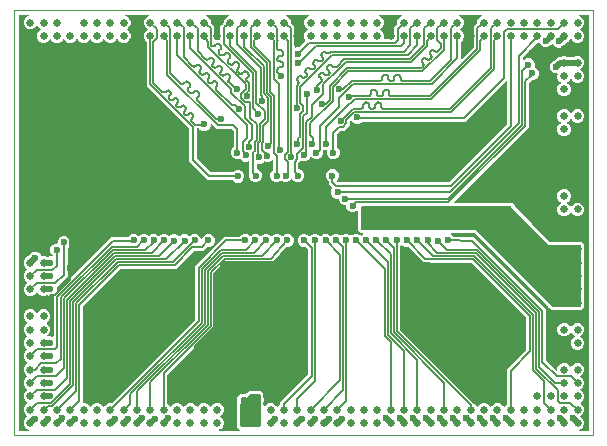
<source format=gtl>
G04 EAGLE Gerber X2 export*
%TF.Part,Single*%
%TF.FileFunction,Other,Top Layer Cooper*%
%TF.FilePolarity,Positive*%
%TF.GenerationSoftware,Autodesk,EAGLE,9.0.0*%
%TF.CreationDate,2018-09-12T04:39:06Z*%
G75*
%MOMM*%
%FSLAX34Y34*%
%LPD*%
%AMOC8*
5,1,8,0,0,1.08239X$1,22.5*%
G01*
%ADD10C,0.000000*%
%ADD11C,0.650000*%
%ADD12C,0.127000*%
%ADD13C,0.508000*%
%ADD14C,0.600000*%
%ADD15C,0.554000*%
%ADD16C,0.203200*%
%ADD17C,0.604000*%

G36*
X11432Y3829D02*
X11432Y3829D01*
X11532Y3843D01*
X11543Y3848D01*
X11554Y3850D01*
X11641Y3901D01*
X11729Y3949D01*
X11737Y3958D01*
X11747Y3965D01*
X11811Y4042D01*
X11877Y4118D01*
X11881Y4130D01*
X11889Y4139D01*
X11921Y4234D01*
X11957Y4328D01*
X11957Y4340D01*
X11961Y4351D01*
X11958Y4451D01*
X11959Y4552D01*
X11954Y4564D01*
X11954Y4576D01*
X11917Y4668D01*
X11882Y4763D01*
X11874Y4772D01*
X11870Y4783D01*
X11802Y4858D01*
X11737Y4934D01*
X11726Y4941D01*
X11718Y4949D01*
X11678Y4970D01*
X11576Y5031D01*
X10142Y5625D01*
X8525Y7242D01*
X7649Y9356D01*
X7649Y11644D01*
X8525Y13758D01*
X10142Y15375D01*
X10598Y15564D01*
X10673Y15612D01*
X10752Y15654D01*
X10767Y15672D01*
X10787Y15685D01*
X10841Y15756D01*
X10899Y15823D01*
X10908Y15846D01*
X10922Y15864D01*
X10947Y15950D01*
X10979Y16033D01*
X10979Y16057D01*
X10986Y16080D01*
X10980Y16168D01*
X10981Y16257D01*
X10973Y16280D01*
X10971Y16303D01*
X10935Y16385D01*
X10904Y16468D01*
X10889Y16486D01*
X10879Y16508D01*
X10816Y16572D01*
X10759Y16639D01*
X10736Y16653D01*
X10722Y16668D01*
X10676Y16689D01*
X10598Y16736D01*
X10142Y16925D01*
X8525Y18542D01*
X7649Y20656D01*
X7649Y22944D01*
X8525Y25058D01*
X10142Y26675D01*
X10598Y26864D01*
X10673Y26912D01*
X10751Y26954D01*
X10767Y26972D01*
X10787Y26985D01*
X10841Y27056D01*
X10899Y27123D01*
X10908Y27146D01*
X10922Y27165D01*
X10947Y27250D01*
X10979Y27333D01*
X10979Y27357D01*
X10986Y27380D01*
X10980Y27468D01*
X10981Y27557D01*
X10973Y27580D01*
X10971Y27603D01*
X10935Y27685D01*
X10904Y27768D01*
X10889Y27786D01*
X10879Y27808D01*
X10817Y27872D01*
X10759Y27939D01*
X10736Y27953D01*
X10722Y27968D01*
X10676Y27989D01*
X10598Y28036D01*
X10142Y28225D01*
X8525Y29842D01*
X7649Y31956D01*
X7649Y34244D01*
X8525Y36358D01*
X10142Y37975D01*
X10598Y38164D01*
X10673Y38212D01*
X10752Y38255D01*
X10767Y38272D01*
X10787Y38285D01*
X10841Y38356D01*
X10899Y38423D01*
X10908Y38446D01*
X10922Y38465D01*
X10947Y38550D01*
X10979Y38633D01*
X10979Y38657D01*
X10986Y38680D01*
X10980Y38769D01*
X10981Y38857D01*
X10973Y38880D01*
X10971Y38903D01*
X10935Y38985D01*
X10904Y39068D01*
X10889Y39087D01*
X10879Y39108D01*
X10817Y39172D01*
X10759Y39239D01*
X10736Y39253D01*
X10722Y39268D01*
X10676Y39289D01*
X10598Y39336D01*
X10142Y39525D01*
X8525Y41142D01*
X7649Y43256D01*
X7649Y45544D01*
X8525Y47658D01*
X10142Y49275D01*
X10598Y49464D01*
X10673Y49512D01*
X10752Y49555D01*
X10767Y49572D01*
X10787Y49585D01*
X10841Y49656D01*
X10899Y49723D01*
X10908Y49746D01*
X10922Y49765D01*
X10947Y49850D01*
X10979Y49933D01*
X10979Y49957D01*
X10986Y49980D01*
X10980Y50069D01*
X10981Y50157D01*
X10973Y50180D01*
X10971Y50203D01*
X10935Y50285D01*
X10904Y50368D01*
X10889Y50387D01*
X10879Y50408D01*
X10817Y50472D01*
X10759Y50539D01*
X10736Y50553D01*
X10722Y50568D01*
X10676Y50589D01*
X10598Y50636D01*
X10142Y50825D01*
X8525Y52442D01*
X7649Y54556D01*
X7649Y56844D01*
X8525Y58958D01*
X10142Y60575D01*
X10598Y60764D01*
X10673Y60812D01*
X10752Y60855D01*
X10767Y60872D01*
X10787Y60885D01*
X10841Y60956D01*
X10899Y61023D01*
X10908Y61046D01*
X10922Y61065D01*
X10947Y61150D01*
X10979Y61233D01*
X10979Y61257D01*
X10986Y61280D01*
X10980Y61369D01*
X10981Y61457D01*
X10973Y61480D01*
X10971Y61503D01*
X10935Y61585D01*
X10904Y61668D01*
X10889Y61687D01*
X10879Y61708D01*
X10817Y61772D01*
X10759Y61839D01*
X10736Y61853D01*
X10722Y61868D01*
X10676Y61889D01*
X10598Y61936D01*
X10142Y62125D01*
X8525Y63742D01*
X7649Y65856D01*
X7649Y68144D01*
X8525Y70258D01*
X10142Y71875D01*
X10598Y72064D01*
X10673Y72112D01*
X10752Y72155D01*
X10767Y72172D01*
X10787Y72185D01*
X10841Y72256D01*
X10899Y72323D01*
X10908Y72346D01*
X10922Y72365D01*
X10947Y72450D01*
X10979Y72533D01*
X10979Y72557D01*
X10986Y72580D01*
X10980Y72669D01*
X10981Y72757D01*
X10973Y72780D01*
X10971Y72803D01*
X10935Y72885D01*
X10904Y72968D01*
X10889Y72987D01*
X10879Y73008D01*
X10817Y73072D01*
X10759Y73139D01*
X10736Y73153D01*
X10722Y73168D01*
X10676Y73189D01*
X10598Y73236D01*
X10142Y73425D01*
X8525Y75042D01*
X7649Y77156D01*
X7649Y79444D01*
X8525Y81558D01*
X10142Y83175D01*
X10598Y83364D01*
X10673Y83412D01*
X10752Y83455D01*
X10767Y83472D01*
X10787Y83485D01*
X10841Y83556D01*
X10899Y83623D01*
X10908Y83646D01*
X10922Y83665D01*
X10947Y83750D01*
X10979Y83833D01*
X10979Y83857D01*
X10986Y83880D01*
X10980Y83969D01*
X10981Y84057D01*
X10973Y84080D01*
X10971Y84103D01*
X10935Y84185D01*
X10904Y84268D01*
X10889Y84287D01*
X10879Y84308D01*
X10817Y84372D01*
X10759Y84439D01*
X10736Y84453D01*
X10722Y84468D01*
X10676Y84489D01*
X10598Y84536D01*
X10142Y84725D01*
X8525Y86342D01*
X7649Y88456D01*
X7649Y90744D01*
X8525Y92858D01*
X10142Y94475D01*
X10598Y94664D01*
X10673Y94712D01*
X10752Y94755D01*
X10767Y94772D01*
X10787Y94785D01*
X10841Y94856D01*
X10899Y94923D01*
X10908Y94946D01*
X10922Y94965D01*
X10947Y95050D01*
X10979Y95133D01*
X10979Y95157D01*
X10986Y95180D01*
X10980Y95269D01*
X10981Y95357D01*
X10973Y95380D01*
X10971Y95403D01*
X10935Y95485D01*
X10904Y95568D01*
X10889Y95587D01*
X10879Y95608D01*
X10817Y95672D01*
X10759Y95739D01*
X10736Y95753D01*
X10722Y95768D01*
X10676Y95789D01*
X10598Y95836D01*
X10142Y96025D01*
X8525Y97642D01*
X7649Y99756D01*
X7649Y102044D01*
X8525Y104158D01*
X10142Y105775D01*
X12256Y106651D01*
X14544Y106651D01*
X16658Y105775D01*
X18275Y104158D01*
X18464Y103702D01*
X18512Y103627D01*
X18554Y103549D01*
X18572Y103533D01*
X18585Y103513D01*
X18656Y103459D01*
X18723Y103401D01*
X18746Y103392D01*
X18765Y103378D01*
X18850Y103353D01*
X18933Y103321D01*
X18957Y103321D01*
X18980Y103314D01*
X19068Y103320D01*
X19157Y103319D01*
X19180Y103327D01*
X19203Y103329D01*
X19285Y103365D01*
X19368Y103396D01*
X19386Y103411D01*
X19408Y103421D01*
X19472Y103483D01*
X19539Y103541D01*
X19553Y103564D01*
X19568Y103578D01*
X19589Y103624D01*
X19636Y103702D01*
X19825Y104158D01*
X21442Y105775D01*
X23556Y106651D01*
X25844Y106651D01*
X27958Y105775D01*
X29575Y104158D01*
X30451Y102044D01*
X30451Y99756D01*
X29575Y97642D01*
X27958Y96025D01*
X27502Y95836D01*
X27427Y95788D01*
X27349Y95746D01*
X27333Y95728D01*
X27313Y95715D01*
X27259Y95644D01*
X27201Y95577D01*
X27192Y95554D01*
X27178Y95535D01*
X27153Y95450D01*
X27121Y95367D01*
X27121Y95343D01*
X27114Y95320D01*
X27120Y95232D01*
X27119Y95143D01*
X27127Y95120D01*
X27129Y95097D01*
X27165Y95015D01*
X27196Y94932D01*
X27211Y94914D01*
X27221Y94892D01*
X27283Y94828D01*
X27341Y94761D01*
X27364Y94747D01*
X27378Y94732D01*
X27424Y94711D01*
X27502Y94664D01*
X27958Y94475D01*
X29575Y92858D01*
X30451Y90744D01*
X30451Y88456D01*
X29575Y86342D01*
X27993Y84761D01*
X27936Y84678D01*
X27876Y84598D01*
X27872Y84586D01*
X27865Y84577D01*
X27840Y84479D01*
X27812Y84383D01*
X27812Y84371D01*
X27809Y84359D01*
X27820Y84260D01*
X27827Y84159D01*
X27831Y84148D01*
X27833Y84136D01*
X27877Y84046D01*
X27918Y83954D01*
X27927Y83946D01*
X27932Y83935D01*
X28005Y83866D01*
X28076Y83794D01*
X28087Y83789D01*
X28095Y83781D01*
X28188Y83742D01*
X28279Y83699D01*
X28291Y83698D01*
X28302Y83694D01*
X28403Y83689D01*
X28503Y83681D01*
X28515Y83684D01*
X28526Y83684D01*
X28570Y83698D01*
X28685Y83726D01*
X29106Y83901D01*
X31294Y83901D01*
X32187Y83531D01*
X32263Y83514D01*
X32336Y83489D01*
X32372Y83491D01*
X32406Y83483D01*
X32483Y83494D01*
X32561Y83496D01*
X32593Y83509D01*
X32629Y83514D01*
X32697Y83551D01*
X32768Y83580D01*
X32795Y83604D01*
X32826Y83621D01*
X32877Y83679D01*
X32934Y83732D01*
X32950Y83763D01*
X32974Y83790D01*
X33001Y83862D01*
X33037Y83931D01*
X33043Y83971D01*
X33053Y84000D01*
X33054Y84046D01*
X33064Y84117D01*
X33064Y117800D01*
X33051Y117877D01*
X33045Y117954D01*
X33031Y117986D01*
X33025Y118021D01*
X32985Y118088D01*
X32953Y118159D01*
X32929Y118184D01*
X32910Y118214D01*
X32850Y118263D01*
X32796Y118318D01*
X32764Y118333D01*
X32736Y118356D01*
X32663Y118381D01*
X32593Y118413D01*
X32557Y118416D01*
X32524Y118428D01*
X32446Y118425D01*
X32369Y118432D01*
X32330Y118422D01*
X32299Y118421D01*
X32256Y118404D01*
X32187Y118386D01*
X31494Y118099D01*
X29306Y118099D01*
X28312Y118511D01*
X28282Y118518D01*
X28255Y118532D01*
X28137Y118549D01*
X28093Y118559D01*
X28082Y118557D01*
X28069Y118559D01*
X27926Y118559D01*
X27895Y118554D01*
X27865Y118556D01*
X27750Y118528D01*
X27705Y118520D01*
X27696Y118514D01*
X27683Y118511D01*
X25844Y117749D01*
X23556Y117749D01*
X21442Y118625D01*
X19825Y120242D01*
X19636Y120698D01*
X19588Y120773D01*
X19545Y120852D01*
X19528Y120867D01*
X19515Y120887D01*
X19444Y120941D01*
X19377Y120999D01*
X19354Y121008D01*
X19335Y121022D01*
X19250Y121047D01*
X19167Y121079D01*
X19143Y121079D01*
X19120Y121086D01*
X19031Y121080D01*
X18943Y121081D01*
X18920Y121073D01*
X18897Y121071D01*
X18815Y121035D01*
X18732Y121004D01*
X18713Y120989D01*
X18692Y120979D01*
X18628Y120917D01*
X18561Y120859D01*
X18547Y120836D01*
X18532Y120822D01*
X18511Y120776D01*
X18464Y120698D01*
X18275Y120242D01*
X16658Y118625D01*
X14544Y117749D01*
X12256Y117749D01*
X10142Y118625D01*
X8525Y120242D01*
X7649Y122356D01*
X7649Y124644D01*
X8525Y126758D01*
X10142Y128375D01*
X10598Y128564D01*
X10673Y128612D01*
X10752Y128655D01*
X10767Y128672D01*
X10787Y128685D01*
X10841Y128756D01*
X10899Y128823D01*
X10908Y128846D01*
X10922Y128865D01*
X10947Y128950D01*
X10979Y129033D01*
X10979Y129057D01*
X10986Y129080D01*
X10980Y129169D01*
X10981Y129257D01*
X10973Y129280D01*
X10971Y129303D01*
X10935Y129385D01*
X10904Y129468D01*
X10889Y129487D01*
X10879Y129508D01*
X10817Y129572D01*
X10759Y129639D01*
X10736Y129653D01*
X10722Y129668D01*
X10676Y129689D01*
X10598Y129736D01*
X10142Y129925D01*
X8525Y131542D01*
X7649Y133656D01*
X7649Y135944D01*
X8525Y138058D01*
X10142Y139675D01*
X10598Y139864D01*
X10673Y139912D01*
X10752Y139955D01*
X10767Y139972D01*
X10787Y139985D01*
X10841Y140056D01*
X10899Y140123D01*
X10908Y140146D01*
X10922Y140165D01*
X10947Y140250D01*
X10979Y140333D01*
X10979Y140357D01*
X10986Y140380D01*
X10980Y140469D01*
X10981Y140557D01*
X10973Y140580D01*
X10971Y140603D01*
X10935Y140685D01*
X10904Y140768D01*
X10889Y140787D01*
X10879Y140808D01*
X10817Y140872D01*
X10759Y140939D01*
X10736Y140953D01*
X10722Y140968D01*
X10676Y140989D01*
X10598Y141036D01*
X10142Y141225D01*
X8525Y142842D01*
X7649Y144956D01*
X7649Y147244D01*
X8525Y149358D01*
X10142Y150975D01*
X11818Y151669D01*
X11847Y151688D01*
X11880Y151699D01*
X11966Y151764D01*
X12007Y151790D01*
X12016Y151802D01*
X12030Y151813D01*
X12163Y151950D01*
X12178Y151972D01*
X12198Y151989D01*
X12267Y152103D01*
X12289Y152135D01*
X12291Y152142D01*
X12295Y152150D01*
X12737Y153216D01*
X14284Y154763D01*
X15208Y155146D01*
X15217Y155152D01*
X15225Y155153D01*
X15231Y155157D01*
X15239Y155159D01*
X16306Y155601D01*
X18494Y155601D01*
X19418Y155218D01*
X19428Y155216D01*
X19435Y155211D01*
X19442Y155209D01*
X19450Y155205D01*
X20516Y154763D01*
X22063Y153216D01*
X22446Y152292D01*
X22452Y152283D01*
X22453Y152275D01*
X22457Y152269D01*
X22459Y152261D01*
X22522Y152109D01*
X22557Y152053D01*
X22584Y151993D01*
X22617Y151960D01*
X22643Y151920D01*
X22696Y151880D01*
X22742Y151834D01*
X22785Y151814D01*
X22822Y151785D01*
X22885Y151766D01*
X22945Y151739D01*
X22992Y151735D01*
X23037Y151721D01*
X23103Y151726D01*
X23169Y151720D01*
X23222Y151734D01*
X23261Y151736D01*
X23297Y151752D01*
X23351Y151766D01*
X23556Y151851D01*
X25844Y151851D01*
X27441Y151189D01*
X27471Y151182D01*
X27499Y151168D01*
X27616Y151151D01*
X27661Y151141D01*
X27671Y151143D01*
X27684Y151141D01*
X27969Y151141D01*
X27999Y151146D01*
X28030Y151144D01*
X28145Y151172D01*
X28190Y151180D01*
X28199Y151186D01*
X28212Y151189D01*
X29206Y151601D01*
X31394Y151601D01*
X31565Y151530D01*
X31664Y151508D01*
X31761Y151483D01*
X31773Y151485D01*
X31785Y151482D01*
X31884Y151496D01*
X31984Y151507D01*
X31995Y151512D01*
X32007Y151513D01*
X32095Y151561D01*
X32185Y151606D01*
X32193Y151615D01*
X32204Y151620D01*
X32270Y151696D01*
X32339Y151769D01*
X32344Y151780D01*
X32352Y151789D01*
X32387Y151883D01*
X32427Y151976D01*
X32427Y151988D01*
X32431Y151999D01*
X32432Y152100D01*
X32437Y152200D01*
X32433Y152211D01*
X32433Y152223D01*
X32399Y152318D01*
X32368Y152414D01*
X32360Y152424D01*
X32357Y152434D01*
X32327Y152469D01*
X32257Y152564D01*
X31137Y153684D01*
X30299Y155706D01*
X30299Y157894D01*
X31137Y159916D01*
X32684Y161463D01*
X34706Y162301D01*
X35865Y162301D01*
X35930Y162312D01*
X35996Y162314D01*
X36039Y162332D01*
X36086Y162340D01*
X36143Y162374D01*
X36203Y162399D01*
X36238Y162430D01*
X36279Y162455D01*
X36321Y162506D01*
X36369Y162550D01*
X36391Y162592D01*
X36420Y162629D01*
X36441Y162691D01*
X36472Y162750D01*
X36480Y162804D01*
X36492Y162841D01*
X36491Y162881D01*
X36499Y162935D01*
X36499Y164394D01*
X37337Y166416D01*
X38884Y167963D01*
X40906Y168801D01*
X43094Y168801D01*
X45116Y167963D01*
X46663Y166416D01*
X47501Y164394D01*
X47501Y162206D01*
X46663Y160184D01*
X45322Y158842D01*
X45297Y158807D01*
X45266Y158779D01*
X45234Y158716D01*
X45193Y158658D01*
X45183Y158617D01*
X45163Y158579D01*
X45150Y158490D01*
X45137Y158441D01*
X45140Y158420D01*
X45136Y158394D01*
X45136Y134801D01*
X35945Y125610D01*
X35914Y125566D01*
X35876Y125528D01*
X35851Y125475D01*
X35817Y125426D01*
X35803Y125374D01*
X35780Y125325D01*
X35776Y125266D01*
X35761Y125209D01*
X35767Y125155D01*
X35762Y125101D01*
X35779Y125032D01*
X35784Y124986D01*
X35798Y124958D01*
X35808Y124919D01*
X35901Y124694D01*
X35901Y122959D01*
X35917Y122871D01*
X35926Y122782D01*
X35936Y122761D01*
X35940Y122738D01*
X35986Y122661D01*
X36025Y122581D01*
X36042Y122565D01*
X36055Y122545D01*
X36124Y122489D01*
X36188Y122427D01*
X36210Y122418D01*
X36229Y122403D01*
X36313Y122375D01*
X36395Y122340D01*
X36419Y122339D01*
X36441Y122331D01*
X36530Y122334D01*
X36619Y122330D01*
X36642Y122337D01*
X36666Y122338D01*
X36748Y122371D01*
X36833Y122399D01*
X36854Y122414D01*
X36873Y122422D01*
X36911Y122456D01*
X36983Y122510D01*
X80386Y165913D01*
X82409Y167936D01*
X95694Y167936D01*
X95736Y167943D01*
X95778Y167941D01*
X95845Y167963D01*
X95915Y167975D01*
X95951Y167997D01*
X95992Y168010D01*
X96064Y168064D01*
X96108Y168090D01*
X96121Y168106D01*
X96142Y168122D01*
X97684Y169663D01*
X99706Y170501D01*
X101894Y170501D01*
X103916Y169663D01*
X104701Y168878D01*
X104731Y168857D01*
X104741Y168846D01*
X104759Y168837D01*
X104803Y168795D01*
X104847Y168777D01*
X104886Y168750D01*
X104949Y168733D01*
X105010Y168708D01*
X105057Y168705D01*
X105103Y168694D01*
X105168Y168700D01*
X105234Y168698D01*
X105279Y168712D01*
X105326Y168717D01*
X105385Y168746D01*
X105448Y168766D01*
X105492Y168799D01*
X105527Y168816D01*
X105554Y168845D01*
X105586Y168868D01*
X105588Y168870D01*
X105598Y168878D01*
X106484Y169763D01*
X108506Y170601D01*
X110694Y170601D01*
X112716Y169763D01*
X113301Y169178D01*
X113356Y169140D01*
X113403Y169095D01*
X113447Y169077D01*
X113486Y169050D01*
X113549Y169033D01*
X113610Y169008D01*
X113657Y169005D01*
X113703Y168994D01*
X113768Y169000D01*
X113834Y168998D01*
X113879Y169012D01*
X113926Y169017D01*
X113985Y169046D01*
X114048Y169066D01*
X114092Y169099D01*
X114127Y169116D01*
X114154Y169145D01*
X114198Y169178D01*
X114784Y169763D01*
X116806Y170601D01*
X118994Y170601D01*
X121016Y169763D01*
X121802Y168978D01*
X121856Y168940D01*
X121903Y168895D01*
X121947Y168877D01*
X121986Y168850D01*
X122049Y168833D01*
X122110Y168808D01*
X122157Y168805D01*
X122203Y168794D01*
X122268Y168800D01*
X122334Y168798D01*
X122379Y168812D01*
X122426Y168817D01*
X122485Y168846D01*
X122548Y168866D01*
X122592Y168899D01*
X122627Y168916D01*
X122654Y168945D01*
X122699Y168978D01*
X123384Y169663D01*
X125406Y170501D01*
X127594Y170501D01*
X129616Y169663D01*
X130451Y168828D01*
X130506Y168790D01*
X130553Y168745D01*
X130597Y168727D01*
X130636Y168700D01*
X130699Y168683D01*
X130760Y168658D01*
X130807Y168655D01*
X130853Y168644D01*
X130918Y168650D01*
X130984Y168648D01*
X131029Y168662D01*
X131076Y168667D01*
X131135Y168696D01*
X131198Y168716D01*
X131242Y168749D01*
X131277Y168766D01*
X131304Y168795D01*
X131348Y168828D01*
X132084Y169563D01*
X134106Y170401D01*
X136294Y170401D01*
X138316Y169563D01*
X139201Y168678D01*
X139256Y168640D01*
X139303Y168595D01*
X139347Y168577D01*
X139386Y168550D01*
X139449Y168533D01*
X139510Y168508D01*
X139557Y168505D01*
X139603Y168494D01*
X139668Y168500D01*
X139734Y168498D01*
X139779Y168512D01*
X139826Y168517D01*
X139885Y168546D01*
X139948Y168566D01*
X139992Y168599D01*
X140027Y168616D01*
X140054Y168645D01*
X140098Y168678D01*
X140984Y169563D01*
X143006Y170401D01*
X145194Y170401D01*
X147216Y169563D01*
X147852Y168928D01*
X147906Y168890D01*
X147953Y168845D01*
X147997Y168827D01*
X148036Y168800D01*
X148099Y168783D01*
X148160Y168758D01*
X148207Y168755D01*
X148253Y168744D01*
X148318Y168750D01*
X148384Y168748D01*
X148429Y168762D01*
X148476Y168767D01*
X148535Y168796D01*
X148598Y168816D01*
X148642Y168849D01*
X148677Y168866D01*
X148704Y168895D01*
X148749Y168928D01*
X149484Y169663D01*
X151506Y170501D01*
X153694Y170501D01*
X155716Y169663D01*
X157263Y168116D01*
X157764Y166907D01*
X157812Y166832D01*
X157854Y166754D01*
X157872Y166738D01*
X157885Y166718D01*
X157956Y166665D01*
X158023Y166606D01*
X158046Y166598D01*
X158065Y166583D01*
X158150Y166558D01*
X158233Y166526D01*
X158257Y166526D01*
X158280Y166519D01*
X158368Y166525D01*
X158457Y166525D01*
X158480Y166533D01*
X158503Y166534D01*
X158585Y166571D01*
X158668Y166601D01*
X158686Y166617D01*
X158708Y166626D01*
X158772Y166689D01*
X158839Y166746D01*
X158853Y166769D01*
X158868Y166784D01*
X158889Y166829D01*
X158936Y166907D01*
X159437Y168116D01*
X160984Y169663D01*
X163006Y170501D01*
X165194Y170501D01*
X167216Y169663D01*
X168763Y168116D01*
X169601Y166094D01*
X169601Y163906D01*
X168763Y161884D01*
X167216Y160337D01*
X165194Y159499D01*
X163297Y159499D01*
X163255Y159492D01*
X163212Y159494D01*
X163145Y159472D01*
X163076Y159460D01*
X163039Y159438D01*
X162999Y159425D01*
X162926Y159371D01*
X162883Y159345D01*
X162869Y159329D01*
X162848Y159313D01*
X159899Y156364D01*
X152254Y156364D01*
X152212Y156357D01*
X152170Y156359D01*
X152102Y156337D01*
X152033Y156325D01*
X151996Y156303D01*
X151956Y156290D01*
X151883Y156236D01*
X151840Y156210D01*
X151826Y156194D01*
X151805Y156178D01*
X136788Y141161D01*
X89911Y141161D01*
X89869Y141153D01*
X89827Y141155D01*
X89760Y141134D01*
X89690Y141121D01*
X89654Y141100D01*
X89613Y141087D01*
X89540Y141033D01*
X89497Y141007D01*
X89484Y140991D01*
X89462Y140975D01*
X58002Y109514D01*
X57977Y109479D01*
X57946Y109451D01*
X57914Y109388D01*
X57873Y109330D01*
X57863Y109289D01*
X57843Y109251D01*
X57830Y109161D01*
X57817Y109113D01*
X57820Y109092D01*
X57816Y109066D01*
X57816Y28185D01*
X57827Y28120D01*
X57829Y28054D01*
X57847Y28011D01*
X57855Y27964D01*
X57889Y27907D01*
X57914Y27847D01*
X57945Y27812D01*
X57970Y27771D01*
X58021Y27729D01*
X58065Y27681D01*
X58107Y27659D01*
X58144Y27630D01*
X58206Y27609D01*
X58265Y27578D01*
X58319Y27570D01*
X58356Y27558D01*
X58396Y27559D01*
X58450Y27551D01*
X59744Y27551D01*
X61858Y26675D01*
X63475Y25058D01*
X63664Y24602D01*
X63712Y24527D01*
X63754Y24449D01*
X63772Y24433D01*
X63785Y24413D01*
X63856Y24359D01*
X63923Y24301D01*
X63946Y24292D01*
X63965Y24278D01*
X64050Y24253D01*
X64133Y24221D01*
X64157Y24221D01*
X64180Y24214D01*
X64268Y24220D01*
X64357Y24219D01*
X64380Y24227D01*
X64403Y24229D01*
X64485Y24265D01*
X64568Y24296D01*
X64586Y24311D01*
X64608Y24321D01*
X64672Y24383D01*
X64739Y24441D01*
X64753Y24464D01*
X64768Y24478D01*
X64789Y24524D01*
X64836Y24602D01*
X65025Y25058D01*
X66642Y26675D01*
X68756Y27551D01*
X71044Y27551D01*
X73158Y26675D01*
X74775Y25058D01*
X74964Y24602D01*
X75012Y24527D01*
X75054Y24449D01*
X75072Y24433D01*
X75085Y24413D01*
X75156Y24359D01*
X75223Y24301D01*
X75246Y24292D01*
X75265Y24278D01*
X75350Y24253D01*
X75433Y24221D01*
X75457Y24221D01*
X75480Y24214D01*
X75568Y24220D01*
X75657Y24219D01*
X75680Y24227D01*
X75703Y24229D01*
X75785Y24265D01*
X75868Y24296D01*
X75886Y24311D01*
X75908Y24321D01*
X75972Y24383D01*
X76039Y24441D01*
X76053Y24464D01*
X76068Y24478D01*
X76089Y24524D01*
X76136Y24602D01*
X76325Y25058D01*
X77942Y26675D01*
X80056Y27551D01*
X82253Y27551D01*
X82295Y27558D01*
X82338Y27556D01*
X82405Y27578D01*
X82474Y27590D01*
X82511Y27612D01*
X82551Y27625D01*
X82624Y27679D01*
X82667Y27705D01*
X82681Y27721D01*
X82702Y27737D01*
X152678Y97713D01*
X152703Y97748D01*
X152734Y97777D01*
X152766Y97839D01*
X152807Y97897D01*
X152817Y97938D01*
X152837Y97976D01*
X152850Y98066D01*
X152863Y98115D01*
X152860Y98135D01*
X152864Y98162D01*
X152864Y143399D01*
X177801Y168336D01*
X190494Y168336D01*
X190536Y168343D01*
X190578Y168341D01*
X190645Y168363D01*
X190715Y168375D01*
X190751Y168397D01*
X190792Y168410D01*
X190864Y168464D01*
X190908Y168490D01*
X190921Y168506D01*
X190942Y168522D01*
X192284Y169863D01*
X194306Y170701D01*
X196494Y170701D01*
X198516Y169863D01*
X199251Y169128D01*
X199306Y169090D01*
X199353Y169045D01*
X199397Y169027D01*
X199436Y169000D01*
X199499Y168983D01*
X199560Y168958D01*
X199607Y168955D01*
X199653Y168944D01*
X199718Y168950D01*
X199784Y168948D01*
X199829Y168962D01*
X199876Y168967D01*
X199935Y168996D01*
X199998Y169016D01*
X200042Y169049D01*
X200077Y169066D01*
X200104Y169095D01*
X200148Y169128D01*
X200884Y169863D01*
X202906Y170701D01*
X205094Y170701D01*
X207116Y169863D01*
X208052Y168928D01*
X208106Y168890D01*
X208153Y168845D01*
X208197Y168827D01*
X208236Y168800D01*
X208299Y168783D01*
X208360Y168758D01*
X208407Y168755D01*
X208453Y168744D01*
X208518Y168750D01*
X208584Y168748D01*
X208629Y168762D01*
X208676Y168767D01*
X208735Y168796D01*
X208798Y168816D01*
X208842Y168849D01*
X208877Y168866D01*
X208904Y168895D01*
X208949Y168928D01*
X209884Y169863D01*
X211906Y170701D01*
X214094Y170701D01*
X216116Y169863D01*
X217201Y168778D01*
X217256Y168740D01*
X217303Y168695D01*
X217347Y168677D01*
X217386Y168650D01*
X217449Y168633D01*
X217510Y168608D01*
X217557Y168605D01*
X217603Y168594D01*
X217668Y168600D01*
X217734Y168598D01*
X217779Y168612D01*
X217826Y168617D01*
X217885Y168646D01*
X217948Y168666D01*
X217992Y168699D01*
X218027Y168716D01*
X218054Y168745D01*
X218098Y168778D01*
X219184Y169863D01*
X221206Y170701D01*
X223394Y170701D01*
X225416Y169863D01*
X226301Y168978D01*
X226356Y168940D01*
X226403Y168895D01*
X226447Y168877D01*
X226486Y168850D01*
X226549Y168833D01*
X226610Y168808D01*
X226657Y168805D01*
X226703Y168794D01*
X226768Y168800D01*
X226834Y168798D01*
X226879Y168812D01*
X226926Y168817D01*
X226985Y168846D01*
X227048Y168866D01*
X227092Y168899D01*
X227127Y168916D01*
X227154Y168945D01*
X227198Y168978D01*
X227984Y169763D01*
X230006Y170601D01*
X232194Y170601D01*
X234216Y169763D01*
X235763Y168216D01*
X236601Y166194D01*
X236601Y164006D01*
X235763Y161984D01*
X234216Y160437D01*
X232194Y159599D01*
X230665Y159599D01*
X230606Y159589D01*
X230546Y159588D01*
X230496Y159569D01*
X230444Y159560D01*
X230392Y159529D01*
X230337Y159508D01*
X230288Y159468D01*
X230251Y159445D01*
X230229Y159418D01*
X230192Y159388D01*
X220518Y148592D01*
X220504Y148571D01*
X220486Y148554D01*
X220446Y148476D01*
X220439Y148464D01*
X220108Y148133D01*
X220099Y148120D01*
X220084Y148108D01*
X219875Y147875D01*
X219851Y147835D01*
X219804Y147778D01*
X219321Y146973D01*
X219182Y146938D01*
X219096Y146900D01*
X219008Y146866D01*
X218992Y146853D01*
X218978Y146846D01*
X218942Y146811D01*
X218864Y146746D01*
X218756Y146626D01*
X218715Y146613D01*
X218630Y146593D01*
X218609Y146579D01*
X218585Y146571D01*
X218549Y146544D01*
X217684Y146544D01*
X217636Y146536D01*
X217530Y146525D01*
X216720Y146323D01*
X216574Y146411D01*
X216486Y146444D01*
X216400Y146483D01*
X216380Y146484D01*
X216364Y146490D01*
X216315Y146491D01*
X216213Y146500D01*
X216121Y146495D01*
X216113Y146500D01*
X216088Y146505D01*
X216066Y146517D01*
X215927Y146537D01*
X215893Y146544D01*
X215887Y146543D01*
X215880Y146544D01*
X179510Y146544D01*
X179468Y146537D01*
X179426Y146539D01*
X179359Y146517D01*
X179289Y146505D01*
X179253Y146483D01*
X179212Y146470D01*
X179140Y146416D01*
X179096Y146390D01*
X179083Y146374D01*
X179062Y146358D01*
X169482Y136778D01*
X169457Y136744D01*
X169426Y136715D01*
X169394Y136652D01*
X169353Y136594D01*
X169343Y136553D01*
X169323Y136515D01*
X169310Y136426D01*
X169297Y136377D01*
X169300Y136356D01*
X169296Y136330D01*
X169296Y91093D01*
X129722Y51518D01*
X129697Y51484D01*
X129666Y51455D01*
X129634Y51392D01*
X129593Y51334D01*
X129583Y51293D01*
X129563Y51255D01*
X129550Y51166D01*
X129537Y51117D01*
X129540Y51096D01*
X129536Y51070D01*
X129536Y27060D01*
X129543Y27018D01*
X129541Y26976D01*
X129563Y26908D01*
X129575Y26839D01*
X129597Y26802D01*
X129610Y26762D01*
X129664Y26689D01*
X129690Y26646D01*
X129706Y26632D01*
X129722Y26611D01*
X131275Y25058D01*
X131464Y24602D01*
X131512Y24527D01*
X131554Y24449D01*
X131572Y24433D01*
X131585Y24413D01*
X131656Y24359D01*
X131723Y24301D01*
X131746Y24292D01*
X131765Y24278D01*
X131850Y24253D01*
X131933Y24221D01*
X131957Y24221D01*
X131980Y24214D01*
X132068Y24220D01*
X132157Y24219D01*
X132180Y24227D01*
X132203Y24229D01*
X132285Y24265D01*
X132368Y24296D01*
X132386Y24311D01*
X132408Y24321D01*
X132472Y24383D01*
X132539Y24441D01*
X132553Y24464D01*
X132568Y24478D01*
X132589Y24524D01*
X132636Y24602D01*
X132825Y25058D01*
X134442Y26675D01*
X136556Y27551D01*
X138844Y27551D01*
X140958Y26675D01*
X142575Y25058D01*
X142764Y24602D01*
X142812Y24527D01*
X142854Y24449D01*
X142872Y24433D01*
X142885Y24413D01*
X142956Y24359D01*
X143023Y24301D01*
X143046Y24292D01*
X143065Y24278D01*
X143150Y24253D01*
X143233Y24221D01*
X143257Y24221D01*
X143280Y24214D01*
X143368Y24220D01*
X143457Y24219D01*
X143480Y24227D01*
X143503Y24229D01*
X143585Y24265D01*
X143668Y24296D01*
X143686Y24311D01*
X143708Y24321D01*
X143772Y24383D01*
X143839Y24441D01*
X143853Y24464D01*
X143868Y24478D01*
X143889Y24524D01*
X143936Y24602D01*
X144125Y25058D01*
X145742Y26675D01*
X147856Y27551D01*
X150144Y27551D01*
X152258Y26675D01*
X153875Y25058D01*
X154064Y24602D01*
X154112Y24527D01*
X154154Y24449D01*
X154172Y24433D01*
X154185Y24413D01*
X154256Y24359D01*
X154323Y24301D01*
X154346Y24292D01*
X154365Y24278D01*
X154450Y24253D01*
X154533Y24221D01*
X154557Y24221D01*
X154580Y24214D01*
X154668Y24220D01*
X154757Y24219D01*
X154780Y24227D01*
X154803Y24229D01*
X154885Y24265D01*
X154968Y24296D01*
X154986Y24311D01*
X155008Y24321D01*
X155072Y24383D01*
X155139Y24441D01*
X155153Y24464D01*
X155168Y24478D01*
X155189Y24524D01*
X155236Y24602D01*
X155425Y25058D01*
X157042Y26675D01*
X159156Y27551D01*
X161444Y27551D01*
X163558Y26675D01*
X165175Y25058D01*
X165364Y24602D01*
X165412Y24527D01*
X165454Y24449D01*
X165472Y24433D01*
X165485Y24413D01*
X165556Y24359D01*
X165623Y24301D01*
X165646Y24292D01*
X165665Y24278D01*
X165750Y24253D01*
X165833Y24221D01*
X165857Y24221D01*
X165880Y24214D01*
X165968Y24220D01*
X166057Y24219D01*
X166080Y24227D01*
X166103Y24229D01*
X166185Y24265D01*
X166268Y24296D01*
X166286Y24311D01*
X166308Y24321D01*
X166372Y24383D01*
X166439Y24441D01*
X166453Y24464D01*
X166468Y24478D01*
X166489Y24524D01*
X166536Y24602D01*
X166725Y25058D01*
X168342Y26675D01*
X170456Y27551D01*
X172744Y27551D01*
X174858Y26675D01*
X176475Y25058D01*
X177351Y22944D01*
X177351Y20656D01*
X176475Y18542D01*
X174858Y16925D01*
X174402Y16736D01*
X174327Y16688D01*
X174248Y16645D01*
X174233Y16628D01*
X174213Y16615D01*
X174159Y16544D01*
X174101Y16477D01*
X174092Y16454D01*
X174078Y16435D01*
X174053Y16350D01*
X174021Y16267D01*
X174021Y16243D01*
X174014Y16220D01*
X174020Y16131D01*
X174019Y16043D01*
X174027Y16020D01*
X174029Y15997D01*
X174065Y15915D01*
X174096Y15832D01*
X174111Y15813D01*
X174121Y15792D01*
X174183Y15728D01*
X174241Y15661D01*
X174264Y15647D01*
X174278Y15632D01*
X174324Y15611D01*
X174402Y15564D01*
X174858Y15375D01*
X176475Y13758D01*
X177351Y11644D01*
X177351Y9356D01*
X176475Y7242D01*
X174858Y5625D01*
X173424Y5031D01*
X173339Y4977D01*
X173253Y4925D01*
X173245Y4916D01*
X173235Y4910D01*
X173175Y4829D01*
X173111Y4751D01*
X173107Y4740D01*
X173100Y4730D01*
X173071Y4634D01*
X173039Y4539D01*
X173040Y4527D01*
X173036Y4515D01*
X173043Y4414D01*
X173046Y4314D01*
X173050Y4303D01*
X173051Y4292D01*
X173093Y4199D01*
X173130Y4107D01*
X173138Y4098D01*
X173143Y4087D01*
X173214Y4015D01*
X173282Y3941D01*
X173292Y3935D01*
X173301Y3927D01*
X173392Y3885D01*
X173481Y3838D01*
X173494Y3836D01*
X173504Y3832D01*
X173549Y3828D01*
X173667Y3811D01*
X190285Y3811D01*
X190372Y3827D01*
X190461Y3836D01*
X190482Y3846D01*
X190506Y3850D01*
X190582Y3896D01*
X190662Y3935D01*
X190678Y3952D01*
X190699Y3965D01*
X190755Y4034D01*
X190816Y4098D01*
X190825Y4120D01*
X190840Y4139D01*
X190869Y4223D01*
X190903Y4305D01*
X190904Y4329D01*
X190912Y4351D01*
X190909Y4440D01*
X190913Y4529D01*
X190906Y4552D01*
X190905Y4576D01*
X190872Y4658D01*
X190845Y4743D01*
X190829Y4764D01*
X190821Y4783D01*
X190787Y4821D01*
X190733Y4893D01*
X188783Y6843D01*
X188783Y8424D01*
X188778Y8454D01*
X188780Y8484D01*
X188752Y8599D01*
X188744Y8644D01*
X188738Y8654D01*
X188735Y8666D01*
X188449Y9356D01*
X188449Y11644D01*
X188735Y12334D01*
X188742Y12364D01*
X188756Y12391D01*
X188773Y12508D01*
X188783Y12553D01*
X188781Y12563D01*
X188783Y12576D01*
X188783Y19724D01*
X188778Y19754D01*
X188780Y19784D01*
X188752Y19899D01*
X188744Y19944D01*
X188738Y19954D01*
X188735Y19966D01*
X188449Y20656D01*
X188449Y22944D01*
X188735Y23634D01*
X188742Y23664D01*
X188756Y23691D01*
X188773Y23808D01*
X188783Y23853D01*
X188781Y23863D01*
X188783Y23876D01*
X188783Y27600D01*
X188776Y27642D01*
X188778Y27684D01*
X188756Y27751D01*
X188744Y27821D01*
X188729Y27845D01*
X188729Y32283D01*
X191817Y35371D01*
X196135Y35371D01*
X196176Y35378D01*
X196219Y35376D01*
X196286Y35398D01*
X196355Y35410D01*
X196392Y35432D01*
X196432Y35445D01*
X196505Y35499D01*
X196549Y35525D01*
X196562Y35541D01*
X196583Y35557D01*
X198843Y37817D01*
X208757Y37817D01*
X210817Y35757D01*
X210817Y31665D01*
X210822Y31634D01*
X210820Y31604D01*
X210848Y31489D01*
X210856Y31444D01*
X210862Y31434D01*
X210865Y31422D01*
X211001Y31094D01*
X211001Y28906D01*
X210865Y28578D01*
X210858Y28548D01*
X210844Y28521D01*
X210827Y28404D01*
X210817Y28359D01*
X210819Y28348D01*
X210817Y28335D01*
X210817Y25481D01*
X210833Y25393D01*
X210842Y25304D01*
X210852Y25283D01*
X210856Y25260D01*
X210902Y25183D01*
X210941Y25103D01*
X210958Y25087D01*
X210971Y25067D01*
X211040Y25010D01*
X211104Y24949D01*
X211126Y24940D01*
X211145Y24925D01*
X211229Y24897D01*
X211311Y24862D01*
X211335Y24861D01*
X211357Y24853D01*
X211446Y24856D01*
X211535Y24852D01*
X211558Y24859D01*
X211582Y24860D01*
X211664Y24893D01*
X211749Y24921D01*
X211770Y24936D01*
X211789Y24944D01*
X211827Y24978D01*
X211899Y25032D01*
X213542Y26675D01*
X215656Y27551D01*
X217944Y27551D01*
X220058Y26675D01*
X221675Y25058D01*
X221864Y24602D01*
X221912Y24527D01*
X221954Y24449D01*
X221972Y24433D01*
X221985Y24413D01*
X222056Y24359D01*
X222123Y24301D01*
X222146Y24292D01*
X222165Y24278D01*
X222250Y24253D01*
X222333Y24221D01*
X222357Y24221D01*
X222380Y24214D01*
X222468Y24220D01*
X222557Y24219D01*
X222580Y24227D01*
X222603Y24229D01*
X222685Y24265D01*
X222768Y24296D01*
X222786Y24311D01*
X222808Y24321D01*
X222872Y24383D01*
X222939Y24441D01*
X222953Y24464D01*
X222968Y24478D01*
X222989Y24524D01*
X223036Y24602D01*
X223225Y25058D01*
X224778Y26611D01*
X224803Y26646D01*
X224834Y26675D01*
X224866Y26738D01*
X224907Y26795D01*
X224917Y26837D01*
X224937Y26874D01*
X224950Y26964D01*
X224963Y27013D01*
X224960Y27034D01*
X224964Y27060D01*
X224964Y27899D01*
X248638Y51573D01*
X248663Y51608D01*
X248694Y51637D01*
X248718Y51684D01*
X248738Y51707D01*
X248743Y51723D01*
X248767Y51757D01*
X248777Y51798D01*
X248797Y51836D01*
X248809Y51918D01*
X248809Y51920D01*
X248809Y51922D01*
X248810Y51926D01*
X248823Y51975D01*
X248820Y51995D01*
X248824Y52022D01*
X248824Y156778D01*
X248817Y156820D01*
X248819Y156863D01*
X248797Y156930D01*
X248785Y156999D01*
X248763Y157036D01*
X248750Y157076D01*
X248696Y157149D01*
X248670Y157192D01*
X248654Y157206D01*
X248638Y157227D01*
X246452Y159413D01*
X246417Y159438D01*
X246388Y159469D01*
X246326Y159501D01*
X246268Y159542D01*
X246227Y159552D01*
X246189Y159572D01*
X246099Y159585D01*
X246050Y159598D01*
X246030Y159595D01*
X246003Y159599D01*
X244106Y159599D01*
X242084Y160437D01*
X240537Y161984D01*
X239699Y164006D01*
X239699Y166194D01*
X240537Y168216D01*
X242084Y169763D01*
X244106Y170601D01*
X246294Y170601D01*
X248316Y169763D01*
X249452Y168628D01*
X249506Y168590D01*
X249553Y168545D01*
X249597Y168527D01*
X249636Y168500D01*
X249699Y168483D01*
X249760Y168458D01*
X249807Y168455D01*
X249853Y168444D01*
X249918Y168450D01*
X249984Y168448D01*
X250029Y168462D01*
X250076Y168467D01*
X250135Y168496D01*
X250198Y168516D01*
X250242Y168549D01*
X250277Y168566D01*
X250304Y168595D01*
X250349Y168628D01*
X251384Y169663D01*
X253406Y170501D01*
X255594Y170501D01*
X257616Y169663D01*
X258501Y168778D01*
X258556Y168740D01*
X258603Y168695D01*
X258647Y168677D01*
X258686Y168650D01*
X258749Y168633D01*
X258810Y168608D01*
X258857Y168605D01*
X258903Y168594D01*
X258968Y168600D01*
X259034Y168598D01*
X259079Y168612D01*
X259126Y168617D01*
X259185Y168646D01*
X259248Y168666D01*
X259292Y168699D01*
X259327Y168716D01*
X259354Y168745D01*
X259398Y168778D01*
X260384Y169763D01*
X262406Y170601D01*
X264594Y170601D01*
X266616Y169763D01*
X267301Y169078D01*
X267356Y169040D01*
X267403Y168995D01*
X267447Y168977D01*
X267486Y168950D01*
X267549Y168933D01*
X267610Y168908D01*
X267657Y168905D01*
X267703Y168894D01*
X267768Y168900D01*
X267834Y168898D01*
X267879Y168912D01*
X267926Y168917D01*
X267985Y168946D01*
X268048Y168966D01*
X268092Y168999D01*
X268127Y169016D01*
X268154Y169045D01*
X268198Y169078D01*
X269084Y169963D01*
X271106Y170801D01*
X273294Y170801D01*
X275316Y169963D01*
X276001Y169278D01*
X276056Y169240D01*
X276103Y169195D01*
X276147Y169177D01*
X276186Y169150D01*
X276249Y169133D01*
X276310Y169108D01*
X276357Y169105D01*
X276403Y169094D01*
X276468Y169100D01*
X276534Y169098D01*
X276579Y169112D01*
X276626Y169117D01*
X276685Y169146D01*
X276748Y169166D01*
X276792Y169199D01*
X276827Y169216D01*
X276854Y169245D01*
X276898Y169278D01*
X277684Y170063D01*
X279706Y170901D01*
X281894Y170901D01*
X283916Y170063D01*
X284501Y169478D01*
X284556Y169440D01*
X284603Y169395D01*
X284647Y169377D01*
X284686Y169350D01*
X284749Y169333D01*
X284810Y169308D01*
X284857Y169305D01*
X284903Y169294D01*
X284968Y169300D01*
X285034Y169298D01*
X285079Y169312D01*
X285126Y169317D01*
X285185Y169346D01*
X285248Y169366D01*
X285292Y169399D01*
X285327Y169416D01*
X285354Y169445D01*
X285398Y169478D01*
X285984Y170063D01*
X288006Y170901D01*
X290194Y170901D01*
X292216Y170063D01*
X293002Y169278D01*
X293056Y169240D01*
X293103Y169195D01*
X293147Y169177D01*
X293186Y169150D01*
X293249Y169133D01*
X293310Y169108D01*
X293357Y169105D01*
X293403Y169094D01*
X293468Y169100D01*
X293534Y169098D01*
X293579Y169112D01*
X293626Y169117D01*
X293685Y169146D01*
X293748Y169166D01*
X293792Y169199D01*
X293827Y169216D01*
X293854Y169245D01*
X293899Y169278D01*
X294484Y169863D01*
X294679Y169944D01*
X294763Y169998D01*
X294850Y170050D01*
X294858Y170059D01*
X294868Y170065D01*
X294928Y170146D01*
X294992Y170224D01*
X294996Y170235D01*
X295003Y170245D01*
X295031Y170341D01*
X295064Y170436D01*
X295063Y170448D01*
X295067Y170460D01*
X295060Y170560D01*
X295057Y170661D01*
X295053Y170672D01*
X295052Y170683D01*
X295010Y170775D01*
X294973Y170868D01*
X294965Y170877D01*
X294960Y170888D01*
X294889Y170960D01*
X294821Y171034D01*
X294811Y171040D01*
X294802Y171048D01*
X294711Y171090D01*
X294622Y171137D01*
X294609Y171139D01*
X294599Y171143D01*
X294554Y171147D01*
X294436Y171164D01*
X293001Y171164D01*
X291164Y173001D01*
X291164Y189754D01*
X291149Y189842D01*
X291139Y189930D01*
X291129Y189951D01*
X291125Y189975D01*
X291079Y190051D01*
X291040Y190131D01*
X291023Y190147D01*
X291010Y190168D01*
X290941Y190224D01*
X290877Y190285D01*
X290855Y190294D01*
X290836Y190309D01*
X290752Y190338D01*
X290670Y190372D01*
X290646Y190374D01*
X290624Y190381D01*
X290535Y190379D01*
X290446Y190382D01*
X290423Y190375D01*
X290399Y190375D01*
X290317Y190341D01*
X290232Y190314D01*
X290211Y190298D01*
X290192Y190290D01*
X290154Y190256D01*
X290082Y190202D01*
X289416Y189537D01*
X287394Y188699D01*
X285206Y188699D01*
X283184Y189537D01*
X281637Y191084D01*
X280799Y193106D01*
X280799Y194365D01*
X280788Y194430D01*
X280786Y194496D01*
X280768Y194539D01*
X280760Y194586D01*
X280726Y194643D01*
X280701Y194703D01*
X280670Y194738D01*
X280645Y194779D01*
X280594Y194821D01*
X280550Y194869D01*
X280508Y194891D01*
X280471Y194920D01*
X280409Y194941D01*
X280350Y194972D01*
X280296Y194980D01*
X280259Y194992D01*
X280219Y194991D01*
X280165Y194999D01*
X279106Y194999D01*
X277084Y195837D01*
X275537Y197384D01*
X274699Y199406D01*
X274699Y199765D01*
X274688Y199830D01*
X274686Y199896D01*
X274668Y199939D01*
X274660Y199986D01*
X274626Y200043D01*
X274601Y200103D01*
X274570Y200138D01*
X274545Y200179D01*
X274494Y200221D01*
X274450Y200269D01*
X274408Y200291D01*
X274371Y200320D01*
X274309Y200341D01*
X274250Y200372D01*
X274196Y200380D01*
X274159Y200392D01*
X274119Y200391D01*
X274065Y200399D01*
X272506Y200399D01*
X270484Y201237D01*
X268937Y202784D01*
X268099Y204806D01*
X268099Y206994D01*
X268937Y209016D01*
X268995Y209074D01*
X269032Y209128D01*
X269078Y209176D01*
X269096Y209220D01*
X269123Y209258D01*
X269139Y209322D01*
X269165Y209383D01*
X269167Y209430D01*
X269179Y209475D01*
X269172Y209541D01*
X269175Y209607D01*
X269160Y209652D01*
X269155Y209698D01*
X269126Y209758D01*
X269106Y209821D01*
X269073Y209864D01*
X269056Y209900D01*
X269027Y209927D01*
X269020Y209937D01*
X269010Y209952D01*
X269005Y209957D01*
X268994Y209971D01*
X268979Y209987D01*
X268978Y209987D01*
X265964Y213001D01*
X265964Y214894D01*
X265957Y214936D01*
X265959Y214978D01*
X265937Y215045D01*
X265925Y215115D01*
X265903Y215151D01*
X265890Y215192D01*
X265836Y215264D01*
X265810Y215308D01*
X265794Y215321D01*
X265778Y215342D01*
X264437Y216684D01*
X263599Y218706D01*
X263599Y220894D01*
X264437Y222916D01*
X265984Y224463D01*
X268006Y225301D01*
X270194Y225301D01*
X272216Y224463D01*
X273763Y222916D01*
X274601Y220894D01*
X274601Y218706D01*
X273763Y216684D01*
X272905Y215826D01*
X272868Y215772D01*
X272823Y215724D01*
X272804Y215681D01*
X272777Y215642D01*
X272761Y215578D01*
X272735Y215518D01*
X272733Y215470D01*
X272721Y215425D01*
X272728Y215359D01*
X272725Y215294D01*
X272740Y215249D01*
X272745Y215202D01*
X272774Y215143D01*
X272794Y215080D01*
X272827Y215036D01*
X272844Y215000D01*
X272873Y214973D01*
X272905Y214929D01*
X273413Y214422D01*
X273448Y214397D01*
X273477Y214366D01*
X273539Y214334D01*
X273597Y214293D01*
X273638Y214283D01*
X273676Y214263D01*
X273766Y214250D01*
X273815Y214237D01*
X273835Y214240D01*
X273862Y214236D01*
X367738Y214236D01*
X367780Y214243D01*
X367823Y214241D01*
X367890Y214263D01*
X367959Y214275D01*
X367996Y214297D01*
X368036Y214310D01*
X368109Y214364D01*
X368152Y214390D01*
X368166Y214406D01*
X368187Y214422D01*
X416878Y263113D01*
X416903Y263148D01*
X416934Y263177D01*
X416966Y263239D01*
X417007Y263297D01*
X417017Y263338D01*
X417037Y263376D01*
X417050Y263466D01*
X417063Y263515D01*
X417060Y263535D01*
X417064Y263562D01*
X417064Y299398D01*
X417052Y299469D01*
X417051Y299502D01*
X417046Y299514D01*
X417039Y299575D01*
X417029Y299596D01*
X417025Y299619D01*
X416979Y299696D01*
X416940Y299776D01*
X416923Y299792D01*
X416910Y299813D01*
X416841Y299869D01*
X416777Y299930D01*
X416755Y299939D01*
X416736Y299954D01*
X416652Y299982D01*
X416570Y300017D01*
X416546Y300018D01*
X416524Y300026D01*
X416435Y300023D01*
X416346Y300027D01*
X416323Y300020D01*
X416299Y300019D01*
X416217Y299986D01*
X416132Y299958D01*
X416111Y299943D01*
X416092Y299935D01*
X416054Y299901D01*
X415982Y299847D01*
X415513Y299378D01*
X381599Y265464D01*
X294506Y265464D01*
X294464Y265457D01*
X294422Y265459D01*
X294355Y265437D01*
X294285Y265425D01*
X294249Y265403D01*
X294208Y265390D01*
X294136Y265336D01*
X294092Y265310D01*
X294079Y265294D01*
X294058Y265278D01*
X293316Y264537D01*
X291294Y263699D01*
X289106Y263699D01*
X287084Y264537D01*
X285537Y266084D01*
X285484Y266213D01*
X285442Y266278D01*
X285407Y266347D01*
X285382Y266372D01*
X285362Y266401D01*
X285300Y266448D01*
X285244Y266501D01*
X285211Y266515D01*
X285183Y266536D01*
X285109Y266558D01*
X285037Y266589D01*
X285002Y266590D01*
X284968Y266600D01*
X284891Y266595D01*
X284813Y266599D01*
X284780Y266588D01*
X284744Y266585D01*
X284674Y266554D01*
X284600Y266530D01*
X284567Y266506D01*
X284539Y266493D01*
X284506Y266461D01*
X284449Y266418D01*
X284329Y266298D01*
X284304Y266263D01*
X284273Y266234D01*
X284241Y266172D01*
X284200Y266114D01*
X284190Y266073D01*
X284170Y266035D01*
X284157Y265945D01*
X284145Y265896D01*
X284147Y265876D01*
X284143Y265849D01*
X284143Y262767D01*
X279433Y258057D01*
X276351Y258057D01*
X276309Y258050D01*
X276266Y258052D01*
X276199Y258030D01*
X276130Y258018D01*
X276093Y257996D01*
X276053Y257983D01*
X275980Y257929D01*
X275937Y257903D01*
X275923Y257887D01*
X275902Y257871D01*
X273022Y254991D01*
X272997Y254956D01*
X272966Y254927D01*
X272934Y254864D01*
X272893Y254807D01*
X272883Y254766D01*
X272863Y254728D01*
X272850Y254638D01*
X272837Y254589D01*
X272840Y254569D01*
X272836Y254542D01*
X272836Y244206D01*
X272843Y244164D01*
X272841Y244122D01*
X272863Y244055D01*
X272875Y243985D01*
X272897Y243949D01*
X272910Y243908D01*
X272945Y243861D01*
X272948Y243853D01*
X272962Y243838D01*
X272964Y243836D01*
X272990Y243792D01*
X273006Y243779D01*
X273022Y243758D01*
X274363Y242416D01*
X275201Y240394D01*
X275201Y238206D01*
X274363Y236184D01*
X272816Y234637D01*
X270794Y233799D01*
X268606Y233799D01*
X266584Y234637D01*
X265037Y236184D01*
X264199Y238206D01*
X264199Y240394D01*
X264294Y240622D01*
X264310Y240698D01*
X264335Y240771D01*
X264334Y240807D01*
X264342Y240841D01*
X264331Y240918D01*
X264328Y240996D01*
X264315Y241028D01*
X264310Y241064D01*
X264273Y241132D01*
X264244Y241203D01*
X264220Y241230D01*
X264203Y241261D01*
X264145Y241312D01*
X264093Y241369D01*
X264061Y241385D01*
X264035Y241409D01*
X263962Y241436D01*
X263893Y241472D01*
X263853Y241478D01*
X263825Y241488D01*
X263778Y241489D01*
X263708Y241499D01*
X262300Y241499D01*
X262237Y241513D01*
X262164Y241538D01*
X262128Y241537D01*
X262094Y241544D01*
X262017Y241533D01*
X261939Y241531D01*
X261907Y241518D01*
X261871Y241513D01*
X261803Y241476D01*
X261732Y241447D01*
X261705Y241423D01*
X261674Y241406D01*
X261623Y241348D01*
X261566Y241295D01*
X261550Y241264D01*
X261526Y241237D01*
X261499Y241165D01*
X261463Y241096D01*
X261457Y241056D01*
X261447Y241027D01*
X261446Y240981D01*
X261436Y240910D01*
X261436Y240401D01*
X261387Y240352D01*
X261362Y240317D01*
X261331Y240288D01*
X261299Y240226D01*
X261258Y240168D01*
X261248Y240127D01*
X261228Y240089D01*
X261215Y239999D01*
X261202Y239950D01*
X261205Y239930D01*
X261201Y239903D01*
X261201Y238006D01*
X260363Y235984D01*
X258816Y234437D01*
X256794Y233599D01*
X254606Y233599D01*
X252584Y234437D01*
X251530Y235491D01*
X251466Y235535D01*
X251408Y235586D01*
X251375Y235599D01*
X251345Y235619D01*
X251270Y235639D01*
X251198Y235666D01*
X251163Y235666D01*
X251128Y235675D01*
X251051Y235667D01*
X250974Y235668D01*
X250940Y235656D01*
X250905Y235652D01*
X250836Y235618D01*
X250763Y235591D01*
X250736Y235568D01*
X250704Y235553D01*
X250651Y235496D01*
X250592Y235446D01*
X250571Y235412D01*
X250550Y235389D01*
X250532Y235346D01*
X250495Y235285D01*
X250163Y234484D01*
X248616Y232937D01*
X246594Y232099D01*
X244406Y232099D01*
X243075Y232650D01*
X243023Y232662D01*
X242973Y232683D01*
X242914Y232686D01*
X242856Y232698D01*
X242803Y232691D01*
X242748Y232693D01*
X242692Y232675D01*
X242634Y232667D01*
X242586Y232641D01*
X242535Y232624D01*
X242478Y232582D01*
X242437Y232560D01*
X242417Y232537D01*
X242384Y232513D01*
X240421Y230550D01*
X240397Y230515D01*
X240366Y230487D01*
X240334Y230424D01*
X240293Y230366D01*
X240283Y230325D01*
X240263Y230287D01*
X240250Y230197D01*
X240237Y230149D01*
X240240Y230128D01*
X240236Y230102D01*
X240236Y226035D01*
X240247Y225970D01*
X240249Y225904D01*
X240267Y225861D01*
X240275Y225814D01*
X240309Y225757D01*
X240334Y225697D01*
X240365Y225662D01*
X240390Y225621D01*
X240441Y225579D01*
X240485Y225531D01*
X240527Y225509D01*
X240564Y225480D01*
X240626Y225459D01*
X240685Y225428D01*
X240739Y225420D01*
X240776Y225408D01*
X240816Y225409D01*
X240870Y225401D01*
X241094Y225401D01*
X243116Y224563D01*
X244663Y223016D01*
X245501Y220994D01*
X245501Y218806D01*
X244663Y216784D01*
X243116Y215237D01*
X241094Y214399D01*
X238906Y214399D01*
X236884Y215237D01*
X235248Y216872D01*
X235194Y216910D01*
X235147Y216955D01*
X235103Y216973D01*
X235064Y217000D01*
X235001Y217017D01*
X234940Y217042D01*
X234893Y217045D01*
X234847Y217056D01*
X234782Y217050D01*
X234716Y217052D01*
X234671Y217038D01*
X234624Y217033D01*
X234565Y217004D01*
X234502Y216984D01*
X234458Y216951D01*
X234423Y216934D01*
X234396Y216905D01*
X234351Y216872D01*
X232747Y215267D01*
X230725Y214430D01*
X228536Y214430D01*
X226515Y215267D01*
X226229Y215553D01*
X226175Y215591D01*
X226127Y215636D01*
X226084Y215654D01*
X226045Y215681D01*
X225981Y215697D01*
X225921Y215723D01*
X225873Y215725D01*
X225828Y215737D01*
X225762Y215730D01*
X225696Y215733D01*
X225652Y215719D01*
X225605Y215714D01*
X225546Y215685D01*
X225483Y215664D01*
X225439Y215632D01*
X225403Y215614D01*
X225376Y215586D01*
X225332Y215553D01*
X225116Y215337D01*
X223094Y214499D01*
X220906Y214499D01*
X218884Y215337D01*
X217337Y216884D01*
X216499Y218906D01*
X216499Y221094D01*
X217337Y223116D01*
X218678Y224458D01*
X218703Y224493D01*
X218734Y224521D01*
X218766Y224584D01*
X218807Y224642D01*
X218817Y224683D01*
X218837Y224721D01*
X218850Y224810D01*
X218863Y224859D01*
X218860Y224880D01*
X218864Y224906D01*
X218864Y232254D01*
X218849Y232342D01*
X218839Y232430D01*
X218829Y232451D01*
X218825Y232475D01*
X218779Y232551D01*
X218740Y232631D01*
X218723Y232647D01*
X218710Y232668D01*
X218641Y232724D01*
X218577Y232785D01*
X218555Y232794D01*
X218536Y232809D01*
X218452Y232838D01*
X218370Y232872D01*
X218346Y232874D01*
X218324Y232881D01*
X218235Y232879D01*
X218146Y232882D01*
X218123Y232875D01*
X218099Y232875D01*
X218017Y232841D01*
X217932Y232814D01*
X217911Y232798D01*
X217892Y232790D01*
X217854Y232756D01*
X217782Y232702D01*
X217316Y232237D01*
X215294Y231399D01*
X213106Y231399D01*
X211710Y231977D01*
X211657Y231989D01*
X211607Y232010D01*
X211549Y232013D01*
X211491Y232025D01*
X211437Y232018D01*
X211383Y232020D01*
X211327Y232002D01*
X211269Y231994D01*
X211221Y231968D01*
X211170Y231951D01*
X211113Y231909D01*
X211072Y231887D01*
X211051Y231864D01*
X211019Y231840D01*
X210016Y230837D01*
X207994Y229999D01*
X205711Y229999D01*
X205695Y230003D01*
X205617Y229992D01*
X205539Y229990D01*
X205507Y229977D01*
X205472Y229972D01*
X205404Y229935D01*
X205332Y229905D01*
X205306Y229882D01*
X205275Y229865D01*
X205223Y229807D01*
X205166Y229754D01*
X205150Y229723D01*
X205127Y229697D01*
X205099Y229624D01*
X205063Y229554D01*
X205058Y229515D01*
X205047Y229487D01*
X205046Y229440D01*
X205036Y229369D01*
X205036Y225873D01*
X205045Y225820D01*
X205045Y225766D01*
X205065Y225710D01*
X205075Y225652D01*
X205103Y225606D01*
X205121Y225555D01*
X205160Y225510D01*
X205190Y225459D01*
X205232Y225425D01*
X205267Y225384D01*
X205328Y225347D01*
X205364Y225318D01*
X205393Y225308D01*
X205427Y225287D01*
X207416Y224463D01*
X208963Y222916D01*
X209801Y220894D01*
X209801Y218706D01*
X208963Y216684D01*
X207416Y215137D01*
X205394Y214299D01*
X203206Y214299D01*
X201184Y215137D01*
X199637Y216684D01*
X198799Y218706D01*
X198799Y220203D01*
X198792Y220245D01*
X198794Y220288D01*
X198772Y220355D01*
X198764Y220398D01*
X198764Y231442D01*
X198751Y231518D01*
X198745Y231595D01*
X198731Y231628D01*
X198725Y231663D01*
X198685Y231729D01*
X198653Y231800D01*
X198629Y231825D01*
X198610Y231856D01*
X198550Y231905D01*
X198496Y231960D01*
X198464Y231975D01*
X198436Y231997D01*
X198363Y232022D01*
X198293Y232055D01*
X198257Y232058D01*
X198224Y232069D01*
X198146Y232067D01*
X198069Y232073D01*
X198030Y232063D01*
X197999Y232062D01*
X197956Y232045D01*
X197887Y232028D01*
X197094Y231699D01*
X194906Y231699D01*
X192884Y232537D01*
X191386Y234035D01*
X191341Y234066D01*
X191303Y234104D01*
X191250Y234129D01*
X191202Y234163D01*
X191149Y234176D01*
X191100Y234199D01*
X191042Y234204D01*
X190984Y234219D01*
X190931Y234213D01*
X190877Y234218D01*
X190808Y234200D01*
X190761Y234196D01*
X190734Y234182D01*
X190695Y234172D01*
X189794Y233799D01*
X187606Y233799D01*
X185584Y234637D01*
X184037Y236184D01*
X183199Y238206D01*
X183199Y240394D01*
X184037Y242416D01*
X185378Y243758D01*
X185403Y243793D01*
X185434Y243821D01*
X185460Y243873D01*
X185471Y243885D01*
X185474Y243895D01*
X185507Y243942D01*
X185517Y243983D01*
X185537Y244021D01*
X185550Y244110D01*
X185563Y244159D01*
X185560Y244180D01*
X185564Y244206D01*
X185564Y257538D01*
X185557Y257580D01*
X185559Y257623D01*
X185537Y257690D01*
X185525Y257759D01*
X185503Y257796D01*
X185490Y257836D01*
X185436Y257909D01*
X185410Y257952D01*
X185394Y257966D01*
X185378Y257987D01*
X184187Y259178D01*
X184152Y259203D01*
X184123Y259234D01*
X184061Y259266D01*
X184003Y259307D01*
X183962Y259317D01*
X183924Y259337D01*
X183834Y259350D01*
X183785Y259363D01*
X183765Y259360D01*
X183738Y259364D01*
X171101Y259364D01*
X169079Y261387D01*
X167083Y263382D01*
X167010Y263433D01*
X166941Y263489D01*
X166919Y263496D01*
X166899Y263510D01*
X166813Y263532D01*
X166729Y263561D01*
X166705Y263560D01*
X166682Y263566D01*
X166593Y263557D01*
X166504Y263554D01*
X166482Y263545D01*
X166459Y263543D01*
X166379Y263503D01*
X166297Y263470D01*
X166279Y263454D01*
X166258Y263443D01*
X166197Y263379D01*
X166131Y263318D01*
X166120Y263297D01*
X166104Y263280D01*
X166069Y263198D01*
X166028Y263119D01*
X166025Y263093D01*
X166016Y263073D01*
X166014Y263023D01*
X166001Y262933D01*
X166001Y262206D01*
X165163Y260184D01*
X163616Y258637D01*
X161594Y257799D01*
X159406Y257799D01*
X157384Y258637D01*
X156244Y259777D01*
X156209Y259801D01*
X156181Y259832D01*
X156118Y259864D01*
X156060Y259905D01*
X156019Y259915D01*
X155981Y259935D01*
X155892Y259948D01*
X155843Y259961D01*
X155822Y259958D01*
X155796Y259962D01*
X154872Y259962D01*
X154807Y259951D01*
X154741Y259949D01*
X154698Y259931D01*
X154651Y259923D01*
X154594Y259889D01*
X154533Y259864D01*
X154499Y259833D01*
X154458Y259809D01*
X154416Y259757D01*
X154368Y259713D01*
X154346Y259671D01*
X154317Y259634D01*
X154295Y259572D01*
X154265Y259513D01*
X154257Y259459D01*
X154245Y259422D01*
X154246Y259382D01*
X154238Y259328D01*
X154238Y234860D01*
X154245Y234818D01*
X154243Y234775D01*
X154265Y234708D01*
X154277Y234639D01*
X154299Y234602D01*
X154312Y234562D01*
X154366Y234489D01*
X154391Y234446D01*
X154408Y234432D01*
X154423Y234411D01*
X166013Y222822D01*
X166048Y222797D01*
X166077Y222766D01*
X166139Y222734D01*
X166197Y222693D01*
X166238Y222683D01*
X166276Y222663D01*
X166366Y222650D01*
X166415Y222637D01*
X166435Y222640D01*
X166462Y222636D01*
X184194Y222636D01*
X184236Y222643D01*
X184278Y222641D01*
X184345Y222663D01*
X184415Y222675D01*
X184451Y222697D01*
X184492Y222710D01*
X184564Y222764D01*
X184608Y222790D01*
X184621Y222806D01*
X184642Y222822D01*
X185984Y224163D01*
X188006Y225001D01*
X190194Y225001D01*
X192216Y224163D01*
X193763Y222616D01*
X194601Y220594D01*
X194601Y218406D01*
X193763Y216384D01*
X192216Y214837D01*
X190194Y213999D01*
X188006Y213999D01*
X185984Y214837D01*
X184642Y216178D01*
X184607Y216203D01*
X184579Y216234D01*
X184516Y216266D01*
X184458Y216307D01*
X184417Y216317D01*
X184379Y216337D01*
X184290Y216350D01*
X184241Y216363D01*
X184220Y216360D01*
X184194Y216364D01*
X163601Y216364D01*
X147966Y231999D01*
X147966Y259740D01*
X147959Y259782D01*
X147961Y259825D01*
X147939Y259892D01*
X147927Y259961D01*
X147905Y259998D01*
X147892Y260038D01*
X147838Y260111D01*
X147812Y260154D01*
X147796Y260168D01*
X147780Y260189D01*
X111964Y296005D01*
X111964Y332940D01*
X111957Y332982D01*
X111959Y333024D01*
X111937Y333092D01*
X111925Y333161D01*
X111903Y333198D01*
X111890Y333238D01*
X111836Y333311D01*
X111810Y333354D01*
X111794Y333368D01*
X111778Y333389D01*
X110225Y334942D01*
X109349Y337056D01*
X109349Y339344D01*
X110225Y341458D01*
X111842Y343075D01*
X112298Y343264D01*
X112373Y343312D01*
X112451Y343354D01*
X112467Y343372D01*
X112487Y343385D01*
X112541Y343456D01*
X112599Y343523D01*
X112608Y343546D01*
X112622Y343565D01*
X112647Y343650D01*
X112679Y343733D01*
X112679Y343757D01*
X112686Y343780D01*
X112680Y343868D01*
X112681Y343957D01*
X112673Y343980D01*
X112671Y344003D01*
X112635Y344085D01*
X112604Y344168D01*
X112589Y344186D01*
X112579Y344208D01*
X112517Y344272D01*
X112459Y344339D01*
X112436Y344353D01*
X112422Y344368D01*
X112376Y344389D01*
X112298Y344436D01*
X111842Y344625D01*
X110225Y346242D01*
X109349Y348356D01*
X109349Y350644D01*
X110225Y352758D01*
X111842Y354375D01*
X113276Y354969D01*
X113361Y355023D01*
X113447Y355075D01*
X113455Y355084D01*
X113465Y355090D01*
X113525Y355171D01*
X113589Y355249D01*
X113593Y355260D01*
X113600Y355270D01*
X113629Y355366D01*
X113661Y355461D01*
X113660Y355473D01*
X113664Y355485D01*
X113657Y355586D01*
X113654Y355686D01*
X113650Y355697D01*
X113649Y355708D01*
X113607Y355801D01*
X113570Y355893D01*
X113562Y355902D01*
X113557Y355913D01*
X113486Y355985D01*
X113418Y356059D01*
X113408Y356065D01*
X113399Y356073D01*
X113308Y356115D01*
X113219Y356162D01*
X113206Y356164D01*
X113196Y356168D01*
X113151Y356172D01*
X113033Y356189D01*
X94567Y356189D01*
X94468Y356171D01*
X94368Y356157D01*
X94357Y356152D01*
X94346Y356150D01*
X94259Y356099D01*
X94171Y356051D01*
X94163Y356042D01*
X94153Y356035D01*
X94089Y355958D01*
X94023Y355882D01*
X94019Y355870D01*
X94011Y355861D01*
X93979Y355766D01*
X93943Y355672D01*
X93943Y355660D01*
X93939Y355649D01*
X93942Y355549D01*
X93942Y355448D01*
X93946Y355436D01*
X93946Y355424D01*
X93984Y355332D01*
X94018Y355237D01*
X94026Y355228D01*
X94030Y355217D01*
X94098Y355142D01*
X94163Y355066D01*
X94174Y355059D01*
X94182Y355051D01*
X94222Y355030D01*
X94324Y354969D01*
X95758Y354375D01*
X97375Y352758D01*
X98251Y350644D01*
X98251Y348356D01*
X97375Y346242D01*
X95758Y344625D01*
X95302Y344436D01*
X95227Y344388D01*
X95148Y344345D01*
X95133Y344328D01*
X95113Y344315D01*
X95059Y344244D01*
X95001Y344177D01*
X94992Y344154D01*
X94978Y344135D01*
X94953Y344050D01*
X94921Y343967D01*
X94921Y343943D01*
X94914Y343920D01*
X94920Y343831D01*
X94919Y343743D01*
X94927Y343720D01*
X94929Y343697D01*
X94965Y343615D01*
X94996Y343532D01*
X95011Y343513D01*
X95021Y343492D01*
X95083Y343428D01*
X95141Y343361D01*
X95164Y343347D01*
X95178Y343332D01*
X95224Y343311D01*
X95302Y343264D01*
X95758Y343075D01*
X97375Y341458D01*
X98251Y339344D01*
X98251Y337056D01*
X97375Y334942D01*
X95758Y333325D01*
X93644Y332449D01*
X91356Y332449D01*
X89242Y333325D01*
X87625Y334942D01*
X87436Y335398D01*
X87388Y335473D01*
X87345Y335552D01*
X87328Y335567D01*
X87315Y335587D01*
X87244Y335641D01*
X87177Y335699D01*
X87154Y335708D01*
X87135Y335722D01*
X87050Y335747D01*
X86967Y335779D01*
X86943Y335779D01*
X86920Y335786D01*
X86831Y335780D01*
X86743Y335781D01*
X86720Y335773D01*
X86697Y335771D01*
X86615Y335735D01*
X86532Y335704D01*
X86513Y335689D01*
X86492Y335679D01*
X86428Y335617D01*
X86361Y335559D01*
X86347Y335536D01*
X86332Y335522D01*
X86311Y335476D01*
X86264Y335398D01*
X86075Y334942D01*
X84458Y333325D01*
X82344Y332449D01*
X80056Y332449D01*
X77942Y333325D01*
X76325Y334942D01*
X76136Y335398D01*
X76088Y335473D01*
X76045Y335552D01*
X76028Y335567D01*
X76015Y335587D01*
X75944Y335641D01*
X75877Y335699D01*
X75854Y335708D01*
X75835Y335722D01*
X75750Y335747D01*
X75667Y335779D01*
X75643Y335779D01*
X75620Y335786D01*
X75531Y335780D01*
X75443Y335781D01*
X75420Y335773D01*
X75397Y335771D01*
X75315Y335734D01*
X75232Y335704D01*
X75214Y335689D01*
X75192Y335679D01*
X75128Y335617D01*
X75061Y335559D01*
X75047Y335536D01*
X75032Y335522D01*
X75011Y335476D01*
X74964Y335398D01*
X74775Y334942D01*
X73158Y333325D01*
X71044Y332449D01*
X68756Y332449D01*
X66642Y333325D01*
X65025Y334942D01*
X64836Y335398D01*
X64788Y335473D01*
X64745Y335552D01*
X64728Y335567D01*
X64715Y335587D01*
X64644Y335641D01*
X64577Y335699D01*
X64554Y335708D01*
X64535Y335722D01*
X64450Y335747D01*
X64367Y335779D01*
X64343Y335779D01*
X64320Y335786D01*
X64231Y335780D01*
X64143Y335781D01*
X64120Y335773D01*
X64097Y335771D01*
X64015Y335734D01*
X63932Y335704D01*
X63914Y335689D01*
X63892Y335679D01*
X63828Y335617D01*
X63761Y335559D01*
X63747Y335536D01*
X63732Y335522D01*
X63711Y335476D01*
X63664Y335398D01*
X63475Y334942D01*
X61858Y333325D01*
X59744Y332449D01*
X57456Y332449D01*
X55342Y333325D01*
X53725Y334942D01*
X53536Y335398D01*
X53488Y335473D01*
X53445Y335552D01*
X53428Y335567D01*
X53415Y335587D01*
X53344Y335641D01*
X53277Y335699D01*
X53254Y335708D01*
X53235Y335722D01*
X53150Y335747D01*
X53067Y335779D01*
X53043Y335779D01*
X53020Y335786D01*
X52931Y335780D01*
X52843Y335781D01*
X52820Y335773D01*
X52797Y335771D01*
X52715Y335734D01*
X52632Y335704D01*
X52614Y335689D01*
X52592Y335679D01*
X52528Y335617D01*
X52461Y335559D01*
X52447Y335536D01*
X52432Y335522D01*
X52411Y335476D01*
X52364Y335398D01*
X52175Y334942D01*
X50558Y333325D01*
X48444Y332449D01*
X46156Y332449D01*
X44042Y333325D01*
X42425Y334942D01*
X42236Y335398D01*
X42188Y335473D01*
X42145Y335552D01*
X42128Y335567D01*
X42115Y335587D01*
X42044Y335641D01*
X41977Y335699D01*
X41954Y335708D01*
X41935Y335722D01*
X41850Y335747D01*
X41767Y335779D01*
X41743Y335779D01*
X41720Y335786D01*
X41631Y335780D01*
X41543Y335781D01*
X41520Y335773D01*
X41497Y335771D01*
X41415Y335734D01*
X41332Y335704D01*
X41314Y335689D01*
X41292Y335679D01*
X41228Y335617D01*
X41161Y335559D01*
X41147Y335536D01*
X41132Y335522D01*
X41111Y335476D01*
X41064Y335398D01*
X40875Y334942D01*
X39258Y333325D01*
X37144Y332449D01*
X34856Y332449D01*
X32742Y333325D01*
X31125Y334942D01*
X30936Y335398D01*
X30888Y335473D01*
X30845Y335552D01*
X30828Y335567D01*
X30815Y335587D01*
X30744Y335641D01*
X30677Y335699D01*
X30654Y335708D01*
X30635Y335722D01*
X30550Y335747D01*
X30467Y335779D01*
X30443Y335779D01*
X30420Y335786D01*
X30331Y335780D01*
X30243Y335781D01*
X30220Y335773D01*
X30197Y335771D01*
X30115Y335734D01*
X30032Y335704D01*
X30014Y335689D01*
X29992Y335679D01*
X29928Y335617D01*
X29861Y335559D01*
X29847Y335536D01*
X29832Y335522D01*
X29811Y335476D01*
X29764Y335398D01*
X29575Y334942D01*
X27958Y333325D01*
X25844Y332449D01*
X23556Y332449D01*
X21442Y333325D01*
X19825Y334942D01*
X18949Y337056D01*
X18949Y339344D01*
X19825Y341458D01*
X21442Y343075D01*
X21898Y343264D01*
X21973Y343312D01*
X22052Y343354D01*
X22067Y343372D01*
X22087Y343385D01*
X22141Y343456D01*
X22199Y343523D01*
X22208Y343546D01*
X22222Y343564D01*
X22247Y343650D01*
X22279Y343733D01*
X22279Y343757D01*
X22286Y343780D01*
X22280Y343868D01*
X22281Y343957D01*
X22273Y343980D01*
X22271Y344003D01*
X22235Y344085D01*
X22204Y344168D01*
X22189Y344186D01*
X22179Y344208D01*
X22116Y344272D01*
X22059Y344339D01*
X22036Y344353D01*
X22022Y344368D01*
X21976Y344389D01*
X21898Y344436D01*
X21442Y344625D01*
X19825Y346242D01*
X19636Y346698D01*
X19588Y346773D01*
X19545Y346852D01*
X19528Y346867D01*
X19515Y346887D01*
X19444Y346941D01*
X19377Y346999D01*
X19354Y347008D01*
X19335Y347022D01*
X19250Y347047D01*
X19167Y347079D01*
X19143Y347079D01*
X19120Y347086D01*
X19031Y347080D01*
X18943Y347081D01*
X18920Y347073D01*
X18897Y347071D01*
X18815Y347034D01*
X18732Y347004D01*
X18714Y346989D01*
X18692Y346979D01*
X18628Y346917D01*
X18561Y346859D01*
X18547Y346836D01*
X18532Y346822D01*
X18511Y346776D01*
X18464Y346698D01*
X18275Y346242D01*
X16658Y344625D01*
X14544Y343749D01*
X12256Y343749D01*
X10142Y344625D01*
X8525Y346242D01*
X7649Y348356D01*
X7649Y350644D01*
X8525Y352758D01*
X10142Y354375D01*
X11576Y354969D01*
X11661Y355023D01*
X11747Y355075D01*
X11755Y355084D01*
X11765Y355090D01*
X11825Y355171D01*
X11889Y355249D01*
X11893Y355260D01*
X11900Y355270D01*
X11929Y355366D01*
X11961Y355461D01*
X11960Y355473D01*
X11964Y355485D01*
X11957Y355586D01*
X11954Y355686D01*
X11950Y355697D01*
X11949Y355708D01*
X11907Y355801D01*
X11870Y355893D01*
X11862Y355902D01*
X11857Y355913D01*
X11786Y355985D01*
X11718Y356059D01*
X11708Y356065D01*
X11699Y356073D01*
X11609Y356115D01*
X11519Y356162D01*
X11506Y356164D01*
X11496Y356168D01*
X11451Y356172D01*
X11333Y356189D01*
X4445Y356189D01*
X4380Y356178D01*
X4314Y356176D01*
X4271Y356158D01*
X4224Y356150D01*
X4167Y356116D01*
X4107Y356091D01*
X4072Y356060D01*
X4031Y356035D01*
X3989Y355984D01*
X3941Y355940D01*
X3919Y355898D01*
X3890Y355861D01*
X3869Y355799D01*
X3838Y355740D01*
X3830Y355686D01*
X3818Y355649D01*
X3819Y355609D01*
X3811Y355555D01*
X3811Y4445D01*
X3822Y4380D01*
X3824Y4314D01*
X3842Y4271D01*
X3850Y4224D01*
X3884Y4167D01*
X3909Y4107D01*
X3940Y4072D01*
X3965Y4031D01*
X4016Y3989D01*
X4060Y3941D01*
X4102Y3919D01*
X4139Y3890D01*
X4201Y3869D01*
X4260Y3838D01*
X4314Y3830D01*
X4351Y3818D01*
X4391Y3819D01*
X4445Y3811D01*
X11333Y3811D01*
X11432Y3829D01*
G37*
G36*
X485620Y3822D02*
X485620Y3822D01*
X485686Y3824D01*
X485729Y3842D01*
X485776Y3850D01*
X485833Y3884D01*
X485893Y3909D01*
X485928Y3940D01*
X485969Y3965D01*
X486011Y4016D01*
X486059Y4060D01*
X486081Y4102D01*
X486110Y4139D01*
X486131Y4201D01*
X486162Y4260D01*
X486170Y4314D01*
X486182Y4351D01*
X486181Y4391D01*
X486189Y4445D01*
X486189Y355555D01*
X486178Y355620D01*
X486176Y355686D01*
X486158Y355729D01*
X486150Y355776D01*
X486116Y355833D01*
X486091Y355893D01*
X486060Y355928D01*
X486035Y355969D01*
X485984Y356011D01*
X485940Y356059D01*
X485898Y356081D01*
X485861Y356110D01*
X485799Y356131D01*
X485740Y356162D01*
X485686Y356170D01*
X485649Y356182D01*
X485609Y356181D01*
X485555Y356189D01*
X478767Y356189D01*
X478668Y356171D01*
X478568Y356157D01*
X478557Y356152D01*
X478546Y356150D01*
X478459Y356099D01*
X478371Y356051D01*
X478363Y356042D01*
X478353Y356035D01*
X478289Y355958D01*
X478223Y355882D01*
X478219Y355870D01*
X478211Y355861D01*
X478179Y355766D01*
X478143Y355672D01*
X478143Y355660D01*
X478139Y355649D01*
X478142Y355549D01*
X478141Y355448D01*
X478146Y355436D01*
X478146Y355424D01*
X478183Y355332D01*
X478218Y355237D01*
X478226Y355228D01*
X478230Y355217D01*
X478298Y355142D01*
X478363Y355066D01*
X478374Y355059D01*
X478382Y355051D01*
X478422Y355030D01*
X478524Y354969D01*
X479958Y354375D01*
X481575Y352758D01*
X482451Y350644D01*
X482451Y348356D01*
X481575Y346242D01*
X479958Y344625D01*
X479502Y344436D01*
X479427Y344388D01*
X479348Y344345D01*
X479333Y344328D01*
X479313Y344315D01*
X479259Y344244D01*
X479201Y344177D01*
X479192Y344154D01*
X479178Y344135D01*
X479153Y344050D01*
X479121Y343967D01*
X479121Y343943D01*
X479114Y343920D01*
X479120Y343831D01*
X479119Y343743D01*
X479127Y343720D01*
X479129Y343697D01*
X479166Y343615D01*
X479196Y343532D01*
X479211Y343514D01*
X479221Y343492D01*
X479283Y343428D01*
X479341Y343361D01*
X479364Y343347D01*
X479378Y343332D01*
X479424Y343311D01*
X479502Y343264D01*
X479958Y343075D01*
X481575Y341458D01*
X482451Y339344D01*
X482451Y337056D01*
X481575Y334942D01*
X479958Y333325D01*
X477844Y332449D01*
X475556Y332449D01*
X473442Y333325D01*
X471825Y334942D01*
X471672Y335311D01*
X471632Y335373D01*
X471600Y335440D01*
X471572Y335467D01*
X471551Y335500D01*
X471492Y335545D01*
X471439Y335596D01*
X471403Y335611D01*
X471372Y335635D01*
X471301Y335656D01*
X471233Y335686D01*
X471194Y335688D01*
X471156Y335699D01*
X471083Y335694D01*
X471009Y335698D01*
X470972Y335687D01*
X470933Y335684D01*
X470865Y335654D01*
X470795Y335632D01*
X470764Y335608D01*
X470728Y335592D01*
X470675Y335540D01*
X470617Y335496D01*
X470596Y335462D01*
X470568Y335435D01*
X470537Y335368D01*
X470498Y335306D01*
X470487Y335262D01*
X470473Y335231D01*
X470469Y335187D01*
X470454Y335123D01*
X470442Y334986D01*
X469686Y334350D01*
X469670Y334331D01*
X469645Y334313D01*
X468657Y333325D01*
X468372Y333207D01*
X468370Y333205D01*
X468367Y333204D01*
X468207Y333106D01*
X466269Y331476D01*
X466232Y331432D01*
X466187Y331394D01*
X466154Y331338D01*
X466125Y331304D01*
X466114Y331272D01*
X466091Y331233D01*
X465863Y330684D01*
X464316Y329137D01*
X462294Y328299D01*
X460106Y328299D01*
X458084Y329137D01*
X456537Y330684D01*
X456265Y331339D01*
X456236Y331385D01*
X456221Y331422D01*
X456201Y331444D01*
X456175Y331493D01*
X456157Y331508D01*
X456144Y331528D01*
X456080Y331576D01*
X456070Y331588D01*
X456061Y331592D01*
X456006Y331640D01*
X455984Y331649D01*
X455965Y331663D01*
X455879Y331688D01*
X455796Y331720D01*
X455772Y331720D01*
X455750Y331727D01*
X455661Y331721D01*
X455572Y331722D01*
X455549Y331714D01*
X455526Y331712D01*
X455445Y331676D01*
X455361Y331645D01*
X455343Y331630D01*
X455321Y331620D01*
X455271Y331571D01*
X455260Y331564D01*
X455248Y331549D01*
X455190Y331500D01*
X455176Y331477D01*
X455161Y331463D01*
X455140Y331417D01*
X455139Y331415D01*
X455118Y331390D01*
X455112Y331370D01*
X455093Y331339D01*
X454863Y330784D01*
X453316Y329237D01*
X452085Y328727D01*
X452080Y328724D01*
X452073Y328722D01*
X451294Y328399D01*
X449106Y328399D01*
X447875Y328909D01*
X447869Y328910D01*
X447863Y328914D01*
X447084Y329237D01*
X445537Y330784D01*
X445027Y332015D01*
X445024Y332020D01*
X445022Y332027D01*
X444957Y332183D01*
X444922Y332238D01*
X444895Y332298D01*
X444862Y332332D01*
X444836Y332371D01*
X444784Y332411D01*
X444737Y332458D01*
X444695Y332478D01*
X444657Y332506D01*
X444594Y332525D01*
X444534Y332553D01*
X444487Y332557D01*
X444442Y332570D01*
X444376Y332566D01*
X444311Y332571D01*
X444257Y332558D01*
X444218Y332555D01*
X444182Y332539D01*
X444129Y332526D01*
X443944Y332449D01*
X442847Y332449D01*
X442805Y332442D01*
X442762Y332444D01*
X442695Y332422D01*
X442626Y332410D01*
X442589Y332388D01*
X442549Y332375D01*
X442476Y332321D01*
X442433Y332295D01*
X442419Y332279D01*
X442398Y332263D01*
X430522Y320387D01*
X430497Y320352D01*
X430466Y320323D01*
X430434Y320261D01*
X430393Y320203D01*
X430383Y320162D01*
X430363Y320124D01*
X430350Y320034D01*
X430337Y319985D01*
X430340Y319965D01*
X430336Y319938D01*
X430336Y318246D01*
X430351Y318158D01*
X430361Y318070D01*
X430371Y318049D01*
X430375Y318025D01*
X430421Y317949D01*
X430460Y317869D01*
X430477Y317853D01*
X430490Y317832D01*
X430559Y317776D01*
X430623Y317715D01*
X430645Y317706D01*
X430664Y317691D01*
X430748Y317662D01*
X430830Y317628D01*
X430854Y317626D01*
X430876Y317619D01*
X430965Y317621D01*
X431054Y317618D01*
X431077Y317625D01*
X431101Y317625D01*
X431183Y317659D01*
X431268Y317686D01*
X431289Y317702D01*
X431308Y317710D01*
X431346Y317744D01*
X431418Y317798D01*
X431984Y318363D01*
X434006Y319201D01*
X436194Y319201D01*
X438216Y318363D01*
X439763Y316816D01*
X440601Y314794D01*
X440601Y312606D01*
X440467Y312284D01*
X440453Y312220D01*
X440430Y312158D01*
X440430Y312111D01*
X440420Y312065D01*
X440429Y312000D01*
X440428Y311934D01*
X440444Y311889D01*
X440451Y311843D01*
X440482Y311785D01*
X440505Y311723D01*
X440535Y311687D01*
X440558Y311645D01*
X440607Y311602D01*
X440650Y311552D01*
X440697Y311524D01*
X440727Y311498D01*
X440764Y311484D01*
X440811Y311455D01*
X441516Y311163D01*
X443063Y309616D01*
X443901Y307594D01*
X443901Y305406D01*
X443063Y303384D01*
X441516Y301837D01*
X439494Y300999D01*
X438297Y300999D01*
X438255Y300992D01*
X438212Y300994D01*
X438145Y300972D01*
X438076Y300960D01*
X438039Y300938D01*
X437999Y300925D01*
X437926Y300871D01*
X437883Y300845D01*
X437869Y300829D01*
X437848Y300813D01*
X435602Y298567D01*
X435577Y298532D01*
X435546Y298503D01*
X435514Y298441D01*
X435473Y298383D01*
X435463Y298342D01*
X435443Y298304D01*
X435431Y298221D01*
X435423Y298196D01*
X435423Y298187D01*
X435417Y298165D01*
X435420Y298145D01*
X435416Y298118D01*
X435416Y260797D01*
X433393Y258774D01*
X372137Y197518D01*
X372087Y197445D01*
X372030Y197376D01*
X372023Y197354D01*
X372009Y197334D01*
X371987Y197248D01*
X371958Y197164D01*
X371959Y197140D01*
X371953Y197117D01*
X371962Y197028D01*
X371965Y196939D01*
X371974Y196917D01*
X371976Y196894D01*
X372016Y196814D01*
X372049Y196732D01*
X372065Y196714D01*
X372076Y196693D01*
X372141Y196632D01*
X372201Y196566D01*
X372222Y196555D01*
X372239Y196539D01*
X372321Y196504D01*
X372400Y196463D01*
X372427Y196460D01*
X372446Y196451D01*
X372496Y196449D01*
X372586Y196436D01*
X418807Y196436D01*
X418839Y196442D01*
X418872Y196439D01*
X418949Y196461D01*
X419028Y196475D01*
X419030Y196477D01*
X420339Y196436D01*
X420348Y196437D01*
X420359Y196436D01*
X421657Y196436D01*
X422545Y195490D01*
X422552Y195485D01*
X422559Y195476D01*
X423493Y194542D01*
X423501Y194513D01*
X423565Y194420D01*
X423590Y194379D01*
X423599Y194371D01*
X423608Y194359D01*
X452469Y163636D01*
X452511Y163605D01*
X452546Y163566D01*
X452600Y163538D01*
X452649Y163502D01*
X452699Y163487D01*
X452746Y163463D01*
X452819Y163452D01*
X452864Y163439D01*
X452893Y163441D01*
X452931Y163436D01*
X480599Y163436D01*
X482436Y161599D01*
X482436Y158706D01*
X482441Y158676D01*
X482439Y158645D01*
X482451Y158597D01*
X482451Y156194D01*
X482446Y156162D01*
X482436Y156117D01*
X482438Y156107D01*
X482436Y156094D01*
X482436Y147406D01*
X482441Y147376D01*
X482439Y147345D01*
X482451Y147297D01*
X482451Y144894D01*
X482446Y144862D01*
X482436Y144817D01*
X482438Y144807D01*
X482436Y144794D01*
X482436Y136106D01*
X482441Y136076D01*
X482439Y136045D01*
X482451Y135997D01*
X482451Y133594D01*
X482446Y133562D01*
X482436Y133517D01*
X482438Y133507D01*
X482436Y133494D01*
X482436Y124806D01*
X482441Y124776D01*
X482439Y124745D01*
X482451Y124697D01*
X482451Y122294D01*
X482446Y122262D01*
X482436Y122217D01*
X482438Y122207D01*
X482436Y122194D01*
X482436Y113506D01*
X482441Y113476D01*
X482439Y113445D01*
X482451Y113397D01*
X482451Y110994D01*
X482446Y110962D01*
X482436Y110917D01*
X482438Y110907D01*
X482436Y110894D01*
X482436Y109001D01*
X479599Y106164D01*
X455001Y106164D01*
X452979Y108187D01*
X452978Y108187D01*
X390187Y170978D01*
X390152Y171003D01*
X390123Y171034D01*
X390061Y171066D01*
X390003Y171107D01*
X389962Y171117D01*
X389924Y171137D01*
X389834Y171150D01*
X389785Y171163D01*
X389765Y171160D01*
X389738Y171164D01*
X369881Y171164D01*
X369782Y171146D01*
X369682Y171132D01*
X369672Y171127D01*
X369660Y171125D01*
X369573Y171073D01*
X369485Y171025D01*
X369477Y171017D01*
X369467Y171010D01*
X369403Y170932D01*
X369337Y170857D01*
X369333Y170845D01*
X369325Y170836D01*
X369293Y170741D01*
X369257Y170647D01*
X369257Y170635D01*
X369253Y170624D01*
X369256Y170524D01*
X369256Y170423D01*
X369260Y170411D01*
X369260Y170399D01*
X369298Y170307D01*
X369332Y170212D01*
X369340Y170203D01*
X369344Y170192D01*
X369412Y170117D01*
X369477Y170041D01*
X369489Y170034D01*
X369496Y170026D01*
X369537Y170005D01*
X369638Y169944D01*
X370316Y169663D01*
X371707Y168273D01*
X371739Y168250D01*
X371765Y168221D01*
X371830Y168187D01*
X371891Y168145D01*
X371929Y168135D01*
X371964Y168116D01*
X372059Y168101D01*
X372108Y168089D01*
X372126Y168090D01*
X372149Y168087D01*
X387404Y167936D01*
X387407Y167936D01*
X387410Y167936D01*
X388709Y167936D01*
X389619Y167008D01*
X389621Y167006D01*
X389623Y167004D01*
X449976Y106651D01*
X449976Y63922D01*
X449983Y63880D01*
X449981Y63837D01*
X450003Y63770D01*
X450015Y63701D01*
X450037Y63664D01*
X450050Y63624D01*
X450104Y63551D01*
X450130Y63508D01*
X450146Y63494D01*
X450162Y63473D01*
X458567Y55068D01*
X458640Y55017D01*
X458709Y54961D01*
X458731Y54954D01*
X458751Y54940D01*
X458837Y54918D01*
X458921Y54889D01*
X458945Y54890D01*
X458968Y54884D01*
X459057Y54893D01*
X459146Y54896D01*
X459168Y54905D01*
X459191Y54907D01*
X459271Y54947D01*
X459353Y54980D01*
X459371Y54996D01*
X459392Y55007D01*
X459453Y55071D01*
X459519Y55132D01*
X459530Y55153D01*
X459546Y55170D01*
X459581Y55252D01*
X459622Y55331D01*
X459625Y55357D01*
X459634Y55377D01*
X459636Y55427D01*
X459649Y55517D01*
X459649Y56844D01*
X460525Y58958D01*
X462142Y60575D01*
X464256Y61451D01*
X466544Y61451D01*
X468658Y60575D01*
X470275Y58958D01*
X470464Y58502D01*
X470512Y58427D01*
X470554Y58349D01*
X470572Y58333D01*
X470585Y58313D01*
X470656Y58259D01*
X470723Y58201D01*
X470746Y58192D01*
X470765Y58178D01*
X470850Y58153D01*
X470933Y58121D01*
X470957Y58121D01*
X470980Y58114D01*
X471068Y58120D01*
X471157Y58119D01*
X471180Y58127D01*
X471203Y58129D01*
X471285Y58165D01*
X471368Y58196D01*
X471386Y58211D01*
X471408Y58221D01*
X471472Y58283D01*
X471539Y58341D01*
X471553Y58364D01*
X471568Y58378D01*
X471589Y58424D01*
X471636Y58502D01*
X471825Y58958D01*
X473442Y60575D01*
X475556Y61451D01*
X477844Y61451D01*
X479958Y60575D01*
X481575Y58958D01*
X482451Y56844D01*
X482451Y54556D01*
X481575Y52442D01*
X479958Y50825D01*
X479502Y50636D01*
X479427Y50588D01*
X479348Y50545D01*
X479333Y50528D01*
X479313Y50515D01*
X479259Y50444D01*
X479201Y50377D01*
X479192Y50354D01*
X479178Y50335D01*
X479153Y50250D01*
X479121Y50167D01*
X479121Y50143D01*
X479114Y50120D01*
X479120Y50031D01*
X479119Y49943D01*
X479127Y49920D01*
X479129Y49897D01*
X479165Y49815D01*
X479196Y49732D01*
X479211Y49713D01*
X479221Y49692D01*
X479283Y49628D01*
X479341Y49561D01*
X479364Y49547D01*
X479378Y49532D01*
X479424Y49511D01*
X479502Y49464D01*
X479958Y49275D01*
X481575Y47658D01*
X482451Y45544D01*
X482451Y43256D01*
X481575Y41142D01*
X479958Y39525D01*
X479502Y39336D01*
X479427Y39288D01*
X479348Y39245D01*
X479333Y39228D01*
X479313Y39215D01*
X479259Y39144D01*
X479201Y39077D01*
X479192Y39054D01*
X479178Y39035D01*
X479153Y38950D01*
X479121Y38867D01*
X479121Y38843D01*
X479114Y38820D01*
X479120Y38731D01*
X479119Y38643D01*
X479127Y38620D01*
X479129Y38597D01*
X479165Y38515D01*
X479196Y38432D01*
X479211Y38413D01*
X479221Y38392D01*
X479283Y38328D01*
X479341Y38261D01*
X479364Y38247D01*
X479378Y38232D01*
X479424Y38211D01*
X479502Y38164D01*
X479958Y37975D01*
X481575Y36358D01*
X482451Y34244D01*
X482451Y31956D01*
X481575Y29842D01*
X479958Y28225D01*
X479502Y28036D01*
X479427Y27988D01*
X479348Y27945D01*
X479333Y27928D01*
X479313Y27915D01*
X479259Y27844D01*
X479201Y27777D01*
X479192Y27754D01*
X479178Y27735D01*
X479153Y27650D01*
X479121Y27567D01*
X479121Y27543D01*
X479114Y27520D01*
X479120Y27431D01*
X479119Y27343D01*
X479127Y27320D01*
X479129Y27297D01*
X479165Y27215D01*
X479196Y27132D01*
X479211Y27113D01*
X479221Y27092D01*
X479283Y27028D01*
X479341Y26961D01*
X479364Y26947D01*
X479378Y26932D01*
X479424Y26911D01*
X479502Y26864D01*
X479958Y26675D01*
X481575Y25058D01*
X482451Y22944D01*
X482451Y20656D01*
X481575Y18542D01*
X479958Y16925D01*
X479502Y16736D01*
X479427Y16688D01*
X479348Y16645D01*
X479333Y16628D01*
X479313Y16615D01*
X479259Y16544D01*
X479201Y16477D01*
X479192Y16454D01*
X479178Y16435D01*
X479153Y16350D01*
X479121Y16267D01*
X479121Y16243D01*
X479114Y16220D01*
X479120Y16131D01*
X479119Y16043D01*
X479127Y16020D01*
X479129Y15997D01*
X479165Y15915D01*
X479196Y15832D01*
X479211Y15813D01*
X479221Y15792D01*
X479283Y15728D01*
X479341Y15661D01*
X479364Y15647D01*
X479378Y15632D01*
X479424Y15611D01*
X479502Y15564D01*
X479958Y15375D01*
X481575Y13758D01*
X482451Y11644D01*
X482451Y9356D01*
X481575Y7242D01*
X479958Y5625D01*
X478524Y5031D01*
X478439Y4977D01*
X478353Y4925D01*
X478345Y4916D01*
X478335Y4910D01*
X478275Y4829D01*
X478211Y4751D01*
X478207Y4740D01*
X478200Y4730D01*
X478171Y4634D01*
X478139Y4539D01*
X478140Y4527D01*
X478136Y4515D01*
X478143Y4414D01*
X478146Y4314D01*
X478150Y4303D01*
X478151Y4292D01*
X478193Y4199D01*
X478230Y4107D01*
X478238Y4098D01*
X478243Y4087D01*
X478314Y4015D01*
X478382Y3941D01*
X478392Y3935D01*
X478401Y3927D01*
X478491Y3885D01*
X478581Y3838D01*
X478594Y3836D01*
X478604Y3832D01*
X478649Y3828D01*
X478767Y3811D01*
X485555Y3811D01*
X485620Y3822D01*
G37*
G36*
X414568Y24220D02*
X414568Y24220D01*
X414657Y24219D01*
X414680Y24227D01*
X414703Y24229D01*
X414785Y24265D01*
X414868Y24296D01*
X414886Y24311D01*
X414908Y24321D01*
X414972Y24384D01*
X415039Y24441D01*
X415053Y24464D01*
X415068Y24478D01*
X415089Y24524D01*
X415136Y24602D01*
X415325Y25058D01*
X416878Y26611D01*
X416903Y26646D01*
X416934Y26675D01*
X416966Y26738D01*
X417007Y26795D01*
X417017Y26837D01*
X417037Y26874D01*
X417050Y26964D01*
X417063Y27013D01*
X417060Y27034D01*
X417064Y27060D01*
X417064Y55899D01*
X433298Y72133D01*
X433323Y72168D01*
X433354Y72197D01*
X433386Y72259D01*
X433427Y72317D01*
X433437Y72358D01*
X433457Y72396D01*
X433470Y72486D01*
X433483Y72535D01*
X433480Y72555D01*
X433484Y72582D01*
X433484Y99642D01*
X433477Y99684D01*
X433479Y99726D01*
X433457Y99793D01*
X433445Y99863D01*
X433423Y99899D01*
X433410Y99940D01*
X433356Y100013D01*
X433330Y100056D01*
X433314Y100069D01*
X433298Y100091D01*
X387251Y146138D01*
X387216Y146163D01*
X387187Y146194D01*
X387124Y146226D01*
X387066Y146267D01*
X387025Y146277D01*
X386987Y146297D01*
X386898Y146310D01*
X386849Y146323D01*
X386828Y146320D01*
X386802Y146324D01*
X351656Y146324D01*
X351632Y146337D01*
X351542Y146350D01*
X351493Y146363D01*
X351473Y146360D01*
X351446Y146364D01*
X346501Y146364D01*
X333452Y159413D01*
X333417Y159438D01*
X333388Y159469D01*
X333326Y159501D01*
X333268Y159542D01*
X333227Y159552D01*
X333189Y159572D01*
X333099Y159585D01*
X333050Y159598D01*
X333030Y159595D01*
X333003Y159599D01*
X331106Y159599D01*
X329084Y160437D01*
X328349Y161172D01*
X328294Y161210D01*
X328247Y161255D01*
X328203Y161273D01*
X328164Y161300D01*
X328101Y161317D01*
X328040Y161342D01*
X327993Y161345D01*
X327947Y161356D01*
X327882Y161350D01*
X327816Y161352D01*
X327771Y161338D01*
X327724Y161333D01*
X327665Y161304D01*
X327602Y161284D01*
X327558Y161251D01*
X327523Y161234D01*
X327496Y161205D01*
X327452Y161172D01*
X326822Y160542D01*
X326797Y160507D01*
X326766Y160479D01*
X326734Y160416D01*
X326693Y160358D01*
X326683Y160317D01*
X326663Y160279D01*
X326650Y160190D01*
X326637Y160141D01*
X326640Y160120D01*
X326636Y160094D01*
X326636Y89962D01*
X326643Y89920D01*
X326641Y89877D01*
X326663Y89810D01*
X326675Y89741D01*
X326697Y89704D01*
X326710Y89664D01*
X326764Y89591D01*
X326790Y89548D01*
X326806Y89534D01*
X326822Y89513D01*
X389471Y26864D01*
X389475Y26839D01*
X389497Y26802D01*
X389510Y26762D01*
X389564Y26689D01*
X389590Y26646D01*
X389606Y26632D01*
X389622Y26611D01*
X391175Y25058D01*
X391364Y24602D01*
X391412Y24527D01*
X391454Y24448D01*
X391472Y24433D01*
X391485Y24413D01*
X391556Y24359D01*
X391623Y24301D01*
X391646Y24292D01*
X391664Y24278D01*
X391750Y24253D01*
X391833Y24221D01*
X391857Y24221D01*
X391880Y24214D01*
X391968Y24220D01*
X392057Y24219D01*
X392080Y24227D01*
X392103Y24229D01*
X392185Y24265D01*
X392268Y24296D01*
X392286Y24311D01*
X392308Y24321D01*
X392372Y24384D01*
X392439Y24441D01*
X392453Y24464D01*
X392468Y24478D01*
X392489Y24524D01*
X392536Y24602D01*
X392725Y25058D01*
X394342Y26675D01*
X396456Y27551D01*
X398744Y27551D01*
X400858Y26675D01*
X402475Y25058D01*
X402664Y24602D01*
X402712Y24527D01*
X402754Y24448D01*
X402772Y24433D01*
X402785Y24413D01*
X402856Y24359D01*
X402923Y24301D01*
X402946Y24292D01*
X402964Y24278D01*
X403050Y24253D01*
X403133Y24221D01*
X403157Y24221D01*
X403180Y24214D01*
X403268Y24220D01*
X403357Y24219D01*
X403380Y24227D01*
X403403Y24229D01*
X403485Y24265D01*
X403568Y24296D01*
X403586Y24311D01*
X403608Y24321D01*
X403672Y24384D01*
X403739Y24441D01*
X403753Y24464D01*
X403768Y24478D01*
X403789Y24524D01*
X403836Y24602D01*
X404025Y25058D01*
X405642Y26675D01*
X407756Y27551D01*
X410044Y27551D01*
X412158Y26675D01*
X413775Y25058D01*
X413964Y24602D01*
X414012Y24527D01*
X414054Y24448D01*
X414072Y24433D01*
X414085Y24413D01*
X414156Y24359D01*
X414223Y24301D01*
X414246Y24292D01*
X414264Y24278D01*
X414350Y24253D01*
X414433Y24221D01*
X414457Y24221D01*
X414480Y24214D01*
X414568Y24220D01*
G37*
G36*
X478342Y108673D02*
X478342Y108673D01*
X478384Y108671D01*
X478451Y108693D01*
X478521Y108705D01*
X478557Y108727D01*
X478598Y108740D01*
X478671Y108794D01*
X478714Y108820D01*
X478727Y108836D01*
X478748Y108852D01*
X479748Y109852D01*
X479773Y109886D01*
X479804Y109915D01*
X479836Y109978D01*
X479877Y110036D01*
X479887Y110077D01*
X479907Y110115D01*
X479920Y110204D01*
X479933Y110253D01*
X479930Y110274D01*
X479934Y110300D01*
X479934Y160300D01*
X479923Y160365D01*
X479921Y160431D01*
X479903Y160474D01*
X479895Y160521D01*
X479861Y160578D01*
X479836Y160638D01*
X479805Y160673D01*
X479780Y160714D01*
X479729Y160756D01*
X479685Y160804D01*
X479643Y160826D01*
X479606Y160855D01*
X479544Y160876D01*
X479485Y160907D01*
X479431Y160915D01*
X479394Y160927D01*
X479354Y160926D01*
X479300Y160934D01*
X451574Y160934D01*
X420762Y193734D01*
X420720Y193765D01*
X420685Y193804D01*
X420631Y193832D01*
X420582Y193868D01*
X420532Y193883D01*
X420485Y193907D01*
X420412Y193918D01*
X420367Y193931D01*
X420338Y193929D01*
X420300Y193934D01*
X294300Y193934D01*
X294235Y193923D01*
X294169Y193921D01*
X294126Y193903D01*
X294079Y193895D01*
X294022Y193861D01*
X293962Y193836D01*
X293927Y193805D01*
X293886Y193780D01*
X293845Y193729D01*
X293796Y193685D01*
X293774Y193643D01*
X293745Y193606D01*
X293724Y193544D01*
X293693Y193485D01*
X293685Y193431D01*
X293673Y193394D01*
X293674Y193354D01*
X293666Y193300D01*
X293666Y174300D01*
X293677Y174235D01*
X293679Y174169D01*
X293697Y174126D01*
X293705Y174079D01*
X293739Y174022D01*
X293764Y173962D01*
X293795Y173927D01*
X293820Y173886D01*
X293871Y173845D01*
X293915Y173796D01*
X293957Y173774D01*
X293994Y173745D01*
X294056Y173724D01*
X294115Y173693D01*
X294169Y173685D01*
X294206Y173673D01*
X294246Y173674D01*
X294300Y173666D01*
X391037Y173666D01*
X455852Y108852D01*
X455886Y108827D01*
X455915Y108796D01*
X455978Y108764D01*
X456036Y108723D01*
X456077Y108713D01*
X456115Y108693D01*
X456204Y108680D01*
X456253Y108668D01*
X456274Y108670D01*
X456300Y108666D01*
X478300Y108666D01*
X478342Y108673D01*
G37*
%LPC*%
G36*
X464256Y287249D02*
X464256Y287249D01*
X462142Y288125D01*
X460525Y289742D01*
X459649Y291856D01*
X459649Y294144D01*
X460525Y296258D01*
X462142Y297875D01*
X462598Y298064D01*
X462673Y298112D01*
X462752Y298155D01*
X462767Y298172D01*
X462787Y298185D01*
X462841Y298256D01*
X462899Y298323D01*
X462908Y298346D01*
X462922Y298365D01*
X462947Y298450D01*
X462979Y298533D01*
X462979Y298557D01*
X462986Y298580D01*
X462980Y298669D01*
X462981Y298757D01*
X462973Y298780D01*
X462971Y298803D01*
X462935Y298885D01*
X462904Y298968D01*
X462889Y298987D01*
X462879Y299008D01*
X462817Y299072D01*
X462759Y299139D01*
X462736Y299153D01*
X462722Y299168D01*
X462676Y299189D01*
X462598Y299236D01*
X462142Y299425D01*
X460525Y301042D01*
X459649Y303156D01*
X459649Y305444D01*
X459765Y305722D01*
X459781Y305798D01*
X459806Y305871D01*
X459805Y305907D01*
X459812Y305941D01*
X459802Y306018D01*
X459799Y306096D01*
X459786Y306128D01*
X459781Y306164D01*
X459744Y306232D01*
X459715Y306303D01*
X459691Y306330D01*
X459674Y306361D01*
X459616Y306412D01*
X459564Y306469D01*
X459532Y306485D01*
X459505Y306509D01*
X459433Y306536D01*
X459364Y306572D01*
X459324Y306578D01*
X459296Y306588D01*
X459249Y306589D01*
X459179Y306599D01*
X457706Y306599D01*
X456712Y307011D01*
X456704Y307013D01*
X456700Y307015D01*
X456690Y307018D01*
X456678Y307025D01*
X455684Y307437D01*
X454137Y308984D01*
X453725Y309978D01*
X453720Y309985D01*
X453720Y309990D01*
X453714Y309999D01*
X453711Y310012D01*
X453299Y311006D01*
X453299Y313194D01*
X453711Y314188D01*
X453713Y314196D01*
X453715Y314200D01*
X453718Y314210D01*
X453725Y314222D01*
X454137Y315216D01*
X455684Y316763D01*
X456678Y317175D01*
X456704Y317192D01*
X456733Y317201D01*
X456816Y317262D01*
X456853Y317284D01*
X456858Y317291D01*
X456867Y317296D01*
X456873Y317305D01*
X456884Y317312D01*
X460212Y320641D01*
X462416Y320641D01*
X462446Y320646D01*
X462477Y320644D01*
X462592Y320672D01*
X462637Y320680D01*
X462646Y320686D01*
X462659Y320689D01*
X464256Y321351D01*
X466544Y321351D01*
X468141Y320689D01*
X468171Y320682D01*
X468199Y320668D01*
X468316Y320651D01*
X468361Y320641D01*
X468371Y320643D01*
X468384Y320641D01*
X473716Y320641D01*
X473746Y320646D01*
X473777Y320644D01*
X473892Y320672D01*
X473937Y320680D01*
X473946Y320686D01*
X473959Y320689D01*
X475556Y321351D01*
X477844Y321351D01*
X479958Y320475D01*
X481575Y318858D01*
X482451Y316744D01*
X482451Y314456D01*
X481575Y312342D01*
X479958Y310725D01*
X479502Y310536D01*
X479427Y310488D01*
X479348Y310445D01*
X479333Y310428D01*
X479313Y310415D01*
X479259Y310344D01*
X479201Y310277D01*
X479192Y310254D01*
X479178Y310235D01*
X479153Y310150D01*
X479121Y310067D01*
X479121Y310043D01*
X479114Y310020D01*
X479120Y309931D01*
X479119Y309843D01*
X479127Y309820D01*
X479129Y309797D01*
X479165Y309715D01*
X479196Y309632D01*
X479211Y309613D01*
X479221Y309592D01*
X479283Y309528D01*
X479341Y309461D01*
X479364Y309447D01*
X479378Y309432D01*
X479424Y309411D01*
X479502Y309364D01*
X479958Y309175D01*
X481575Y307558D01*
X482451Y305444D01*
X482451Y303156D01*
X481575Y301042D01*
X479958Y299425D01*
X477844Y298549D01*
X475556Y298549D01*
X473442Y299425D01*
X471825Y301042D01*
X471636Y301498D01*
X471588Y301573D01*
X471546Y301651D01*
X471528Y301667D01*
X471515Y301687D01*
X471444Y301741D01*
X471377Y301799D01*
X471354Y301808D01*
X471335Y301822D01*
X471250Y301847D01*
X471167Y301879D01*
X471143Y301879D01*
X471120Y301886D01*
X471032Y301880D01*
X470943Y301881D01*
X470920Y301873D01*
X470897Y301871D01*
X470815Y301835D01*
X470732Y301804D01*
X470714Y301789D01*
X470692Y301779D01*
X470628Y301717D01*
X470561Y301659D01*
X470547Y301636D01*
X470532Y301622D01*
X470511Y301576D01*
X470464Y301498D01*
X470275Y301042D01*
X468658Y299425D01*
X468202Y299236D01*
X468127Y299188D01*
X468049Y299146D01*
X468033Y299128D01*
X468013Y299115D01*
X467959Y299044D01*
X467901Y298977D01*
X467892Y298954D01*
X467878Y298935D01*
X467853Y298850D01*
X467821Y298767D01*
X467821Y298743D01*
X467814Y298720D01*
X467820Y298632D01*
X467819Y298543D01*
X467827Y298520D01*
X467829Y298497D01*
X467865Y298415D01*
X467896Y298332D01*
X467911Y298314D01*
X467921Y298292D01*
X467983Y298228D01*
X468041Y298161D01*
X468064Y298147D01*
X468078Y298132D01*
X468124Y298111D01*
X468202Y298064D01*
X468658Y297875D01*
X470275Y296258D01*
X471151Y294144D01*
X471151Y291856D01*
X470275Y289742D01*
X468658Y288125D01*
X466544Y287249D01*
X464256Y287249D01*
G37*
%LPD*%
G36*
X207358Y7293D02*
X207358Y7293D01*
X207416Y7291D01*
X207498Y7313D01*
X207582Y7325D01*
X207635Y7349D01*
X207691Y7363D01*
X207764Y7406D01*
X207841Y7441D01*
X207886Y7479D01*
X207936Y7509D01*
X207994Y7570D01*
X208058Y7625D01*
X208090Y7673D01*
X208130Y7716D01*
X208169Y7791D01*
X208216Y7861D01*
X208233Y7917D01*
X208260Y7969D01*
X208271Y8037D01*
X208301Y8132D01*
X208304Y8232D01*
X208315Y8300D01*
X208315Y34300D01*
X208307Y34358D01*
X208309Y34416D01*
X208287Y34498D01*
X208275Y34582D01*
X208252Y34635D01*
X208237Y34691D01*
X208194Y34764D01*
X208159Y34841D01*
X208121Y34886D01*
X208092Y34936D01*
X208030Y34994D01*
X207976Y35058D01*
X207927Y35090D01*
X207884Y35130D01*
X207809Y35169D01*
X207739Y35216D01*
X207683Y35233D01*
X207631Y35260D01*
X207563Y35271D01*
X207468Y35301D01*
X207368Y35304D01*
X207300Y35315D01*
X200300Y35315D01*
X200213Y35303D01*
X200126Y35300D01*
X200073Y35283D01*
X200019Y35275D01*
X199939Y35240D01*
X199855Y35213D01*
X199816Y35185D01*
X199759Y35159D01*
X199646Y35063D01*
X199582Y35018D01*
X191582Y27018D01*
X191530Y26948D01*
X191470Y26884D01*
X191444Y26835D01*
X191411Y26791D01*
X191380Y26709D01*
X191340Y26631D01*
X191332Y26584D01*
X191310Y26525D01*
X191298Y26377D01*
X191285Y26300D01*
X191285Y8300D01*
X191293Y8242D01*
X191291Y8184D01*
X191313Y8102D01*
X191325Y8019D01*
X191349Y7965D01*
X191363Y7909D01*
X191406Y7836D01*
X191441Y7759D01*
X191479Y7714D01*
X191509Y7664D01*
X191570Y7606D01*
X191625Y7542D01*
X191673Y7510D01*
X191716Y7470D01*
X191791Y7431D01*
X191861Y7385D01*
X191917Y7367D01*
X191969Y7340D01*
X192037Y7329D01*
X192132Y7299D01*
X192232Y7296D01*
X192300Y7285D01*
X207300Y7285D01*
X207358Y7293D01*
G37*
G36*
X378877Y318776D02*
X378877Y318776D01*
X378901Y318777D01*
X378983Y318810D01*
X379068Y318838D01*
X379089Y318853D01*
X379108Y318861D01*
X379146Y318895D01*
X379218Y318949D01*
X388608Y328339D01*
X388633Y328374D01*
X388664Y328403D01*
X388696Y328466D01*
X388737Y328523D01*
X388747Y328564D01*
X388767Y328602D01*
X388780Y328692D01*
X388793Y328741D01*
X388790Y328761D01*
X388794Y328788D01*
X388794Y343809D01*
X388794Y343811D01*
X388794Y343814D01*
X388781Y343883D01*
X388781Y343899D01*
X388776Y343911D01*
X388774Y343920D01*
X388755Y344030D01*
X388753Y344032D01*
X388753Y344034D01*
X388661Y344198D01*
X388656Y344204D01*
X388789Y345257D01*
X388788Y345292D01*
X388794Y345337D01*
X388794Y346399D01*
X388800Y346404D01*
X388801Y346406D01*
X388803Y346408D01*
X388865Y346498D01*
X388928Y346588D01*
X388928Y346591D01*
X388930Y346593D01*
X388980Y346773D01*
X388981Y346781D01*
X389821Y347432D01*
X389843Y347458D01*
X389880Y347485D01*
X390631Y348236D01*
X390639Y348236D01*
X390641Y348236D01*
X390644Y348236D01*
X390751Y348256D01*
X390860Y348275D01*
X390862Y348277D01*
X390864Y348277D01*
X391028Y348369D01*
X391604Y348816D01*
X391659Y348877D01*
X391719Y348932D01*
X391733Y348960D01*
X391754Y348983D01*
X391784Y349059D01*
X391822Y349132D01*
X391827Y349166D01*
X391837Y349191D01*
X391838Y349240D01*
X391849Y349317D01*
X391849Y350644D01*
X392725Y352758D01*
X394342Y354375D01*
X395776Y354969D01*
X395861Y355023D01*
X395947Y355075D01*
X395955Y355084D01*
X395965Y355090D01*
X396025Y355171D01*
X396089Y355249D01*
X396093Y355260D01*
X396100Y355270D01*
X396129Y355366D01*
X396161Y355461D01*
X396160Y355473D01*
X396164Y355485D01*
X396157Y355586D01*
X396154Y355686D01*
X396150Y355697D01*
X396149Y355708D01*
X396107Y355801D01*
X396070Y355893D01*
X396062Y355902D01*
X396057Y355913D01*
X395986Y355985D01*
X395918Y356059D01*
X395908Y356065D01*
X395899Y356073D01*
X395808Y356115D01*
X395719Y356162D01*
X395706Y356164D01*
X395696Y356168D01*
X395651Y356172D01*
X395533Y356189D01*
X377067Y356189D01*
X376968Y356171D01*
X376868Y356157D01*
X376857Y356152D01*
X376846Y356150D01*
X376759Y356099D01*
X376671Y356051D01*
X376663Y356042D01*
X376653Y356035D01*
X376589Y355958D01*
X376523Y355882D01*
X376519Y355870D01*
X376511Y355861D01*
X376479Y355766D01*
X376443Y355672D01*
X376443Y355660D01*
X376439Y355649D01*
X376442Y355549D01*
X376442Y355448D01*
X376446Y355436D01*
X376446Y355424D01*
X376484Y355332D01*
X376518Y355237D01*
X376526Y355228D01*
X376530Y355217D01*
X376598Y355142D01*
X376663Y355066D01*
X376674Y355059D01*
X376682Y355051D01*
X376722Y355030D01*
X376824Y354969D01*
X378258Y354375D01*
X379875Y352758D01*
X380751Y350644D01*
X380751Y348356D01*
X379875Y346242D01*
X378258Y344625D01*
X377802Y344436D01*
X377727Y344388D01*
X377648Y344345D01*
X377633Y344328D01*
X377613Y344315D01*
X377559Y344244D01*
X377501Y344177D01*
X377492Y344154D01*
X377478Y344135D01*
X377453Y344050D01*
X377421Y343967D01*
X377421Y343943D01*
X377414Y343920D01*
X377420Y343831D01*
X377419Y343743D01*
X377427Y343720D01*
X377429Y343697D01*
X377465Y343615D01*
X377496Y343532D01*
X377511Y343513D01*
X377521Y343492D01*
X377583Y343428D01*
X377641Y343361D01*
X377664Y343347D01*
X377678Y343332D01*
X377724Y343311D01*
X377802Y343264D01*
X378258Y343075D01*
X379875Y341458D01*
X380751Y339344D01*
X380751Y337056D01*
X379875Y334942D01*
X378322Y333389D01*
X378297Y333354D01*
X378266Y333325D01*
X378234Y333262D01*
X378193Y333205D01*
X378183Y333163D01*
X378163Y333126D01*
X378150Y333036D01*
X378137Y332987D01*
X378140Y332966D01*
X378136Y332940D01*
X378136Y319398D01*
X378152Y319310D01*
X378161Y319221D01*
X378171Y319200D01*
X378175Y319177D01*
X378221Y319100D01*
X378260Y319020D01*
X378277Y319004D01*
X378290Y318984D01*
X378359Y318927D01*
X378423Y318866D01*
X378445Y318857D01*
X378464Y318842D01*
X378548Y318814D01*
X378630Y318779D01*
X378654Y318778D01*
X378676Y318770D01*
X378765Y318773D01*
X378854Y318769D01*
X378877Y318776D01*
G37*
%LPC*%
G36*
X475556Y72549D02*
X475556Y72549D01*
X473442Y73425D01*
X471825Y75042D01*
X470949Y77156D01*
X470949Y79444D01*
X471825Y81558D01*
X473442Y83175D01*
X473898Y83364D01*
X473973Y83412D01*
X474051Y83454D01*
X474067Y83472D01*
X474087Y83485D01*
X474141Y83556D01*
X474199Y83623D01*
X474208Y83646D01*
X474222Y83665D01*
X474247Y83750D01*
X474279Y83833D01*
X474279Y83857D01*
X474286Y83880D01*
X474280Y83968D01*
X474281Y84057D01*
X474273Y84080D01*
X474271Y84103D01*
X474235Y84185D01*
X474204Y84268D01*
X474189Y84286D01*
X474179Y84308D01*
X474117Y84372D01*
X474059Y84439D01*
X474036Y84453D01*
X474022Y84468D01*
X473976Y84489D01*
X473898Y84536D01*
X473442Y84725D01*
X471825Y86342D01*
X471636Y86798D01*
X471588Y86873D01*
X471545Y86952D01*
X471528Y86967D01*
X471515Y86987D01*
X471444Y87041D01*
X471377Y87099D01*
X471354Y87108D01*
X471335Y87122D01*
X471250Y87147D01*
X471167Y87179D01*
X471143Y87179D01*
X471120Y87186D01*
X471031Y87180D01*
X470943Y87181D01*
X470920Y87173D01*
X470897Y87171D01*
X470815Y87135D01*
X470732Y87104D01*
X470713Y87089D01*
X470692Y87079D01*
X470628Y87017D01*
X470561Y86959D01*
X470547Y86936D01*
X470532Y86922D01*
X470511Y86876D01*
X470464Y86798D01*
X470275Y86342D01*
X468658Y84725D01*
X466544Y83849D01*
X464256Y83849D01*
X462142Y84725D01*
X460525Y86342D01*
X459649Y88456D01*
X459649Y90744D01*
X460525Y92858D01*
X462142Y94475D01*
X464256Y95351D01*
X466544Y95351D01*
X468658Y94475D01*
X470275Y92858D01*
X470464Y92402D01*
X470512Y92327D01*
X470554Y92249D01*
X470572Y92233D01*
X470585Y92213D01*
X470656Y92159D01*
X470723Y92101D01*
X470746Y92092D01*
X470765Y92078D01*
X470850Y92053D01*
X470933Y92021D01*
X470957Y92021D01*
X470980Y92014D01*
X471068Y92020D01*
X471157Y92019D01*
X471180Y92027D01*
X471203Y92029D01*
X471285Y92065D01*
X471368Y92096D01*
X471386Y92111D01*
X471408Y92121D01*
X471472Y92183D01*
X471539Y92241D01*
X471553Y92264D01*
X471568Y92278D01*
X471589Y92324D01*
X471636Y92402D01*
X471825Y92858D01*
X473442Y94475D01*
X475556Y95351D01*
X477844Y95351D01*
X479958Y94475D01*
X481575Y92858D01*
X482451Y90744D01*
X482451Y88456D01*
X481575Y86342D01*
X479958Y84725D01*
X479502Y84536D01*
X479427Y84488D01*
X479348Y84445D01*
X479333Y84428D01*
X479313Y84415D01*
X479259Y84344D01*
X479201Y84277D01*
X479192Y84254D01*
X479178Y84235D01*
X479153Y84150D01*
X479121Y84067D01*
X479121Y84043D01*
X479114Y84020D01*
X479120Y83931D01*
X479119Y83843D01*
X479127Y83820D01*
X479129Y83797D01*
X479165Y83715D01*
X479196Y83632D01*
X479211Y83613D01*
X479221Y83592D01*
X479283Y83528D01*
X479341Y83461D01*
X479364Y83447D01*
X479378Y83432D01*
X479424Y83411D01*
X479502Y83364D01*
X479958Y83175D01*
X481575Y81558D01*
X482451Y79444D01*
X482451Y77156D01*
X481575Y75042D01*
X479958Y73425D01*
X477844Y72549D01*
X475556Y72549D01*
G37*
%LPD*%
%LPC*%
G36*
X464256Y185549D02*
X464256Y185549D01*
X462142Y186425D01*
X460525Y188042D01*
X459649Y190156D01*
X459649Y192444D01*
X460525Y194558D01*
X462142Y196175D01*
X462598Y196364D01*
X462673Y196412D01*
X462752Y196455D01*
X462767Y196472D01*
X462787Y196485D01*
X462841Y196556D01*
X462899Y196623D01*
X462908Y196646D01*
X462922Y196665D01*
X462947Y196750D01*
X462979Y196833D01*
X462979Y196857D01*
X462986Y196880D01*
X462980Y196969D01*
X462981Y197057D01*
X462973Y197080D01*
X462971Y197103D01*
X462934Y197185D01*
X462904Y197268D01*
X462889Y197286D01*
X462879Y197308D01*
X462817Y197371D01*
X462759Y197439D01*
X462736Y197453D01*
X462722Y197468D01*
X462676Y197489D01*
X462598Y197536D01*
X462142Y197725D01*
X460525Y199342D01*
X459649Y201456D01*
X459649Y203744D01*
X460525Y205858D01*
X462142Y207475D01*
X464256Y208351D01*
X466544Y208351D01*
X468658Y207475D01*
X470275Y205858D01*
X471151Y203744D01*
X471151Y201456D01*
X470275Y199342D01*
X468658Y197725D01*
X468202Y197536D01*
X468127Y197488D01*
X468048Y197446D01*
X468033Y197428D01*
X468013Y197415D01*
X467959Y197344D01*
X467901Y197277D01*
X467892Y197254D01*
X467878Y197236D01*
X467853Y197150D01*
X467821Y197067D01*
X467821Y197043D01*
X467814Y197020D01*
X467820Y196932D01*
X467819Y196843D01*
X467827Y196820D01*
X467829Y196797D01*
X467865Y196715D01*
X467896Y196632D01*
X467911Y196614D01*
X467921Y196592D01*
X467984Y196528D01*
X468041Y196461D01*
X468064Y196447D01*
X468078Y196432D01*
X468124Y196411D01*
X468202Y196364D01*
X468658Y196175D01*
X470275Y194558D01*
X470464Y194102D01*
X470512Y194027D01*
X470554Y193949D01*
X470572Y193933D01*
X470585Y193913D01*
X470656Y193859D01*
X470723Y193801D01*
X470746Y193792D01*
X470765Y193778D01*
X470850Y193753D01*
X470933Y193721D01*
X470957Y193721D01*
X470980Y193714D01*
X471068Y193720D01*
X471157Y193719D01*
X471180Y193727D01*
X471203Y193729D01*
X471285Y193765D01*
X471368Y193796D01*
X471386Y193811D01*
X471408Y193821D01*
X471472Y193883D01*
X471539Y193941D01*
X471553Y193964D01*
X471568Y193978D01*
X471589Y194024D01*
X471636Y194102D01*
X471825Y194558D01*
X473442Y196175D01*
X475556Y197051D01*
X477844Y197051D01*
X479958Y196175D01*
X481575Y194558D01*
X482451Y192444D01*
X482451Y190156D01*
X481575Y188042D01*
X479958Y186425D01*
X477844Y185549D01*
X475556Y185549D01*
X473442Y186425D01*
X471825Y188042D01*
X471636Y188498D01*
X471588Y188573D01*
X471545Y188652D01*
X471528Y188667D01*
X471515Y188687D01*
X471444Y188741D01*
X471377Y188799D01*
X471354Y188808D01*
X471335Y188822D01*
X471250Y188847D01*
X471167Y188879D01*
X471143Y188879D01*
X471120Y188886D01*
X471031Y188880D01*
X470943Y188881D01*
X470920Y188873D01*
X470897Y188871D01*
X470815Y188835D01*
X470732Y188804D01*
X470713Y188789D01*
X470692Y188779D01*
X470628Y188717D01*
X470561Y188659D01*
X470547Y188636D01*
X470532Y188622D01*
X470511Y188576D01*
X470464Y188498D01*
X470275Y188042D01*
X468658Y186425D01*
X466544Y185549D01*
X464256Y185549D01*
G37*
%LPD*%
%LPC*%
G36*
X464256Y253349D02*
X464256Y253349D01*
X462142Y254225D01*
X460525Y255842D01*
X459649Y257956D01*
X459649Y260244D01*
X460525Y262358D01*
X462142Y263975D01*
X462598Y264164D01*
X462673Y264212D01*
X462752Y264255D01*
X462767Y264272D01*
X462787Y264285D01*
X462841Y264356D01*
X462899Y264423D01*
X462908Y264446D01*
X462922Y264465D01*
X462947Y264550D01*
X462979Y264633D01*
X462979Y264657D01*
X462986Y264680D01*
X462980Y264769D01*
X462981Y264857D01*
X462973Y264880D01*
X462971Y264903D01*
X462934Y264985D01*
X462904Y265068D01*
X462889Y265086D01*
X462879Y265108D01*
X462817Y265172D01*
X462759Y265239D01*
X462736Y265253D01*
X462722Y265268D01*
X462676Y265289D01*
X462598Y265336D01*
X462142Y265525D01*
X460525Y267142D01*
X459649Y269256D01*
X459649Y271544D01*
X460525Y273658D01*
X462142Y275275D01*
X464256Y276151D01*
X466544Y276151D01*
X468658Y275275D01*
X470275Y273658D01*
X470464Y273202D01*
X470512Y273127D01*
X470554Y273049D01*
X470572Y273033D01*
X470585Y273013D01*
X470656Y272959D01*
X470723Y272901D01*
X470746Y272892D01*
X470765Y272878D01*
X470850Y272853D01*
X470933Y272821D01*
X470957Y272821D01*
X470980Y272814D01*
X471068Y272820D01*
X471157Y272819D01*
X471180Y272827D01*
X471203Y272829D01*
X471285Y272865D01*
X471368Y272896D01*
X471386Y272911D01*
X471408Y272921D01*
X471472Y272983D01*
X471539Y273041D01*
X471553Y273064D01*
X471568Y273078D01*
X471589Y273124D01*
X471636Y273202D01*
X471825Y273658D01*
X473442Y275275D01*
X475556Y276151D01*
X477844Y276151D01*
X479958Y275275D01*
X481575Y273658D01*
X482451Y271544D01*
X482451Y269256D01*
X481575Y267142D01*
X479958Y265525D01*
X477844Y264649D01*
X475556Y264649D01*
X473442Y265525D01*
X471825Y267142D01*
X471636Y267598D01*
X471588Y267673D01*
X471545Y267752D01*
X471528Y267767D01*
X471515Y267787D01*
X471444Y267841D01*
X471377Y267899D01*
X471354Y267908D01*
X471335Y267922D01*
X471250Y267947D01*
X471167Y267979D01*
X471143Y267979D01*
X471120Y267986D01*
X471031Y267980D01*
X470943Y267981D01*
X470920Y267973D01*
X470897Y267971D01*
X470815Y267935D01*
X470732Y267904D01*
X470713Y267889D01*
X470692Y267879D01*
X470628Y267817D01*
X470561Y267759D01*
X470547Y267736D01*
X470532Y267722D01*
X470511Y267676D01*
X470464Y267598D01*
X470275Y267142D01*
X468658Y265525D01*
X468202Y265336D01*
X468127Y265288D01*
X468048Y265246D01*
X468033Y265228D01*
X468013Y265215D01*
X467959Y265144D01*
X467901Y265077D01*
X467892Y265054D01*
X467878Y265036D01*
X467853Y264950D01*
X467821Y264867D01*
X467821Y264843D01*
X467814Y264820D01*
X467820Y264732D01*
X467819Y264643D01*
X467827Y264620D01*
X467829Y264597D01*
X467865Y264515D01*
X467896Y264432D01*
X467911Y264414D01*
X467921Y264392D01*
X467984Y264328D01*
X468041Y264261D01*
X468064Y264247D01*
X468078Y264232D01*
X468124Y264211D01*
X468202Y264164D01*
X468658Y263975D01*
X470275Y262358D01*
X471151Y260244D01*
X471151Y257956D01*
X470275Y255842D01*
X468658Y254225D01*
X466544Y253349D01*
X464256Y253349D01*
G37*
%LPD*%
G36*
X237940Y328148D02*
X237940Y328148D01*
X237971Y328149D01*
X238014Y328167D01*
X238083Y328184D01*
X238606Y328401D01*
X240503Y328401D01*
X240545Y328408D01*
X240588Y328406D01*
X240655Y328428D01*
X240724Y328440D01*
X240761Y328462D01*
X240801Y328475D01*
X240874Y328529D01*
X240917Y328555D01*
X240931Y328571D01*
X240952Y328587D01*
X245828Y333463D01*
X246118Y333752D01*
X246155Y333806D01*
X246201Y333854D01*
X246219Y333898D01*
X246246Y333937D01*
X246262Y334000D01*
X246288Y334061D01*
X246290Y334108D01*
X246302Y334154D01*
X246295Y334219D01*
X246298Y334285D01*
X246284Y334330D01*
X246279Y334377D01*
X246250Y334436D01*
X246229Y334499D01*
X246197Y334543D01*
X246179Y334578D01*
X246151Y334605D01*
X246118Y334649D01*
X245825Y334942D01*
X244949Y337056D01*
X244949Y339344D01*
X245825Y341458D01*
X247442Y343075D01*
X247898Y343264D01*
X247973Y343312D01*
X248051Y343354D01*
X248067Y343372D01*
X248087Y343385D01*
X248141Y343456D01*
X248199Y343523D01*
X248208Y343546D01*
X248222Y343565D01*
X248247Y343650D01*
X248279Y343733D01*
X248279Y343757D01*
X248286Y343780D01*
X248280Y343868D01*
X248281Y343957D01*
X248273Y343980D01*
X248271Y344003D01*
X248235Y344085D01*
X248204Y344168D01*
X248189Y344186D01*
X248179Y344208D01*
X248117Y344272D01*
X248059Y344339D01*
X248036Y344353D01*
X248022Y344368D01*
X247976Y344389D01*
X247898Y344436D01*
X247442Y344625D01*
X245825Y346242D01*
X244949Y348356D01*
X244949Y350644D01*
X245825Y352758D01*
X247442Y354375D01*
X248876Y354969D01*
X248961Y355023D01*
X249047Y355075D01*
X249055Y355084D01*
X249065Y355090D01*
X249125Y355171D01*
X249189Y355249D01*
X249193Y355260D01*
X249200Y355270D01*
X249229Y355366D01*
X249261Y355461D01*
X249260Y355473D01*
X249264Y355485D01*
X249257Y355586D01*
X249254Y355686D01*
X249250Y355697D01*
X249249Y355708D01*
X249207Y355801D01*
X249170Y355893D01*
X249162Y355902D01*
X249157Y355913D01*
X249086Y355985D01*
X249018Y356059D01*
X249008Y356065D01*
X248999Y356073D01*
X248908Y356115D01*
X248819Y356162D01*
X248806Y356164D01*
X248796Y356168D01*
X248751Y356172D01*
X248633Y356189D01*
X230167Y356189D01*
X230068Y356171D01*
X229968Y356157D01*
X229957Y356152D01*
X229946Y356150D01*
X229859Y356099D01*
X229771Y356051D01*
X229763Y356042D01*
X229753Y356035D01*
X229689Y355958D01*
X229623Y355882D01*
X229619Y355870D01*
X229611Y355861D01*
X229579Y355766D01*
X229543Y355672D01*
X229543Y355660D01*
X229539Y355649D01*
X229542Y355549D01*
X229542Y355448D01*
X229546Y355436D01*
X229546Y355424D01*
X229584Y355332D01*
X229618Y355237D01*
X229626Y355228D01*
X229630Y355217D01*
X229698Y355142D01*
X229763Y355066D01*
X229774Y355059D01*
X229782Y355051D01*
X229822Y355030D01*
X229924Y354969D01*
X231358Y354375D01*
X232975Y352758D01*
X233851Y350644D01*
X233851Y349271D01*
X233865Y349193D01*
X233871Y349113D01*
X233885Y349083D01*
X233890Y349051D01*
X233931Y348982D01*
X233964Y348909D01*
X233990Y348882D01*
X234005Y348857D01*
X234041Y348827D01*
X234093Y348773D01*
X234984Y348072D01*
X234988Y348069D01*
X234991Y348066D01*
X235087Y348017D01*
X235182Y347966D01*
X235186Y347966D01*
X235191Y347963D01*
X235368Y347937D01*
X236129Y347175D01*
X236156Y347157D01*
X236185Y347126D01*
X237031Y346460D01*
X237031Y346458D01*
X237063Y346356D01*
X237095Y346253D01*
X237098Y346249D01*
X237099Y346245D01*
X237206Y346101D01*
X237206Y345023D01*
X237211Y344992D01*
X237210Y344948D01*
X237337Y343880D01*
X237336Y343879D01*
X237287Y343783D01*
X237236Y343688D01*
X237236Y343684D01*
X237233Y343679D01*
X237206Y343494D01*
X237206Y328770D01*
X237219Y328694D01*
X237225Y328616D01*
X237239Y328584D01*
X237245Y328549D01*
X237285Y328482D01*
X237317Y328412D01*
X237341Y328387D01*
X237360Y328356D01*
X237420Y328307D01*
X237474Y328252D01*
X237506Y328237D01*
X237534Y328215D01*
X237607Y328190D01*
X237677Y328157D01*
X237713Y328154D01*
X237746Y328143D01*
X237824Y328145D01*
X237901Y328139D01*
X237940Y328148D01*
G37*
G36*
X320795Y335497D02*
X320795Y335497D01*
X320861Y335499D01*
X320904Y335517D01*
X320951Y335525D01*
X321008Y335559D01*
X321068Y335584D01*
X321103Y335615D01*
X321144Y335640D01*
X321186Y335691D01*
X321234Y335735D01*
X321256Y335777D01*
X321285Y335814D01*
X321306Y335876D01*
X321337Y335935D01*
X321345Y335989D01*
X321357Y336026D01*
X321356Y336061D01*
X321357Y336064D01*
X321357Y336072D01*
X321364Y336120D01*
X321364Y345499D01*
X323387Y347521D01*
X323863Y347998D01*
X323888Y348033D01*
X323919Y348062D01*
X323951Y348124D01*
X323992Y348182D01*
X324002Y348223D01*
X324022Y348261D01*
X324035Y348351D01*
X324048Y348400D01*
X324045Y348420D01*
X324049Y348447D01*
X324049Y350644D01*
X324925Y352758D01*
X326542Y354375D01*
X327976Y354969D01*
X328061Y355023D01*
X328147Y355075D01*
X328155Y355084D01*
X328165Y355090D01*
X328225Y355171D01*
X328289Y355249D01*
X328293Y355260D01*
X328300Y355270D01*
X328329Y355366D01*
X328361Y355461D01*
X328360Y355473D01*
X328364Y355485D01*
X328357Y355586D01*
X328354Y355686D01*
X328350Y355697D01*
X328349Y355708D01*
X328307Y355801D01*
X328270Y355893D01*
X328262Y355902D01*
X328257Y355913D01*
X328186Y355985D01*
X328118Y356059D01*
X328108Y356065D01*
X328099Y356073D01*
X328008Y356115D01*
X327919Y356162D01*
X327906Y356164D01*
X327896Y356168D01*
X327851Y356172D01*
X327733Y356189D01*
X309267Y356189D01*
X309168Y356171D01*
X309068Y356157D01*
X309057Y356152D01*
X309046Y356150D01*
X308959Y356099D01*
X308871Y356051D01*
X308863Y356042D01*
X308853Y356035D01*
X308789Y355958D01*
X308723Y355882D01*
X308719Y355870D01*
X308711Y355861D01*
X308679Y355766D01*
X308643Y355672D01*
X308643Y355660D01*
X308639Y355649D01*
X308642Y355549D01*
X308642Y355448D01*
X308646Y355436D01*
X308646Y355424D01*
X308684Y355332D01*
X308718Y355237D01*
X308726Y355228D01*
X308730Y355217D01*
X308798Y355142D01*
X308863Y355066D01*
X308874Y355059D01*
X308882Y355051D01*
X308922Y355030D01*
X309024Y354969D01*
X310458Y354375D01*
X312075Y352758D01*
X312951Y350644D01*
X312951Y348356D01*
X312075Y346242D01*
X310458Y344625D01*
X310002Y344436D01*
X309927Y344388D01*
X309848Y344345D01*
X309833Y344328D01*
X309813Y344315D01*
X309759Y344244D01*
X309701Y344177D01*
X309692Y344154D01*
X309678Y344135D01*
X309653Y344050D01*
X309621Y343967D01*
X309621Y343943D01*
X309614Y343920D01*
X309620Y343831D01*
X309619Y343743D01*
X309627Y343720D01*
X309629Y343697D01*
X309665Y343615D01*
X309696Y343532D01*
X309711Y343513D01*
X309721Y343492D01*
X309783Y343428D01*
X309841Y343361D01*
X309864Y343347D01*
X309878Y343332D01*
X309924Y343311D01*
X310002Y343264D01*
X310458Y343075D01*
X312075Y341458D01*
X312951Y339344D01*
X312951Y337056D01*
X312664Y336363D01*
X312647Y336287D01*
X312622Y336214D01*
X312623Y336178D01*
X312616Y336144D01*
X312627Y336067D01*
X312629Y335989D01*
X312642Y335957D01*
X312647Y335921D01*
X312684Y335853D01*
X312713Y335782D01*
X312737Y335755D01*
X312754Y335724D01*
X312812Y335673D01*
X312865Y335616D01*
X312896Y335600D01*
X312923Y335576D01*
X312995Y335549D01*
X313064Y335513D01*
X313104Y335507D01*
X313133Y335497D01*
X313179Y335496D01*
X313249Y335486D01*
X320730Y335486D01*
X320795Y335497D01*
G37*
G36*
X170221Y334535D02*
X170221Y334535D01*
X170271Y334536D01*
X170285Y334542D01*
X170304Y334544D01*
X171975Y334992D01*
X173596Y334558D01*
X173632Y334555D01*
X173666Y334543D01*
X173743Y334545D01*
X173819Y334539D01*
X173854Y334548D01*
X173891Y334550D01*
X173962Y334578D01*
X174036Y334599D01*
X174065Y334620D01*
X174098Y334634D01*
X174155Y334686D01*
X174217Y334731D01*
X174237Y334761D01*
X174264Y334785D01*
X174299Y334854D01*
X174342Y334917D01*
X174350Y334953D01*
X174367Y334985D01*
X174382Y335087D01*
X174393Y335136D01*
X174391Y335151D01*
X174394Y335170D01*
X174394Y344125D01*
X174386Y344171D01*
X174355Y344346D01*
X174264Y344510D01*
X174249Y344529D01*
X174389Y345567D01*
X174387Y345603D01*
X174394Y345652D01*
X174394Y346699D01*
X174411Y346716D01*
X174539Y346900D01*
X174540Y346901D01*
X174592Y347080D01*
X174595Y347104D01*
X175427Y347740D01*
X175451Y347766D01*
X175491Y347795D01*
X176231Y348536D01*
X176255Y348536D01*
X176374Y348557D01*
X176476Y348575D01*
X176477Y348576D01*
X176640Y348666D01*
X176900Y348864D01*
X176957Y348926D01*
X177019Y348983D01*
X177032Y349009D01*
X177051Y349030D01*
X177083Y349108D01*
X177122Y349183D01*
X177126Y349215D01*
X177136Y349238D01*
X177137Y349287D01*
X177149Y349368D01*
X177149Y350644D01*
X178025Y352758D01*
X179642Y354375D01*
X181076Y354969D01*
X181161Y355023D01*
X181247Y355075D01*
X181255Y355084D01*
X181265Y355090D01*
X181325Y355171D01*
X181389Y355249D01*
X181393Y355260D01*
X181400Y355270D01*
X181429Y355366D01*
X181461Y355461D01*
X181460Y355473D01*
X181464Y355485D01*
X181457Y355586D01*
X181454Y355686D01*
X181450Y355697D01*
X181449Y355708D01*
X181407Y355801D01*
X181370Y355893D01*
X181362Y355902D01*
X181357Y355913D01*
X181286Y355985D01*
X181218Y356059D01*
X181208Y356065D01*
X181199Y356073D01*
X181108Y356115D01*
X181019Y356162D01*
X181006Y356164D01*
X180996Y356168D01*
X180951Y356172D01*
X180833Y356189D01*
X162367Y356189D01*
X162268Y356171D01*
X162168Y356157D01*
X162157Y356152D01*
X162146Y356150D01*
X162059Y356099D01*
X161971Y356051D01*
X161963Y356042D01*
X161953Y356035D01*
X161889Y355958D01*
X161823Y355882D01*
X161819Y355870D01*
X161811Y355861D01*
X161779Y355766D01*
X161743Y355672D01*
X161743Y355660D01*
X161739Y355649D01*
X161742Y355549D01*
X161742Y355448D01*
X161746Y355436D01*
X161746Y355424D01*
X161784Y355332D01*
X161818Y355237D01*
X161826Y355228D01*
X161830Y355217D01*
X161898Y355142D01*
X161963Y355066D01*
X161974Y355059D01*
X161982Y355051D01*
X162022Y355030D01*
X162124Y354969D01*
X163558Y354375D01*
X165175Y352758D01*
X166051Y350644D01*
X166051Y349257D01*
X166065Y349180D01*
X166070Y349101D01*
X166084Y349070D01*
X166090Y349036D01*
X166131Y348968D01*
X166163Y348896D01*
X166190Y348868D01*
X166205Y348843D01*
X166241Y348813D01*
X166292Y348760D01*
X167287Y347972D01*
X167292Y347970D01*
X167296Y347966D01*
X167391Y347917D01*
X167485Y347867D01*
X167490Y347866D01*
X167495Y347863D01*
X167667Y347838D01*
X168432Y347072D01*
X168458Y347054D01*
X168487Y347023D01*
X169334Y346354D01*
X169367Y346253D01*
X169397Y346151D01*
X169401Y346146D01*
X169402Y346141D01*
X169506Y346002D01*
X169506Y344919D01*
X169511Y344888D01*
X169510Y344846D01*
X169635Y343773D01*
X169587Y343679D01*
X169537Y343585D01*
X169536Y343580D01*
X169533Y343575D01*
X169506Y343390D01*
X169506Y335157D01*
X169512Y335121D01*
X169510Y335085D01*
X169532Y335012D01*
X169545Y334936D01*
X169564Y334905D01*
X169574Y334870D01*
X169620Y334809D01*
X169660Y334743D01*
X169688Y334720D01*
X169709Y334691D01*
X169774Y334650D01*
X169834Y334601D01*
X169868Y334590D01*
X169899Y334570D01*
X169974Y334554D01*
X170046Y334530D01*
X170082Y334531D01*
X170118Y334523D01*
X170221Y334535D01*
G37*
D10*
X0Y0D02*
X490000Y0D01*
X490000Y360000D01*
X0Y360000D01*
X0Y0D01*
D11*
X13400Y349500D03*
X24700Y349500D03*
X36000Y349500D03*
X58600Y349500D03*
X69900Y349500D03*
X81200Y349500D03*
X92500Y349500D03*
X103800Y349500D03*
X115100Y349500D03*
X126400Y349500D03*
X137700Y349500D03*
X149000Y349500D03*
X160300Y349500D03*
X171600Y349500D03*
X182900Y349500D03*
X194200Y349500D03*
X205500Y349500D03*
X216800Y349500D03*
X228100Y349500D03*
X239400Y349500D03*
X250700Y349500D03*
X262000Y349500D03*
X273300Y349500D03*
X284600Y349500D03*
X295900Y349500D03*
X307200Y349500D03*
X318500Y349500D03*
X329800Y349500D03*
X341100Y349500D03*
X352400Y349500D03*
X363700Y349500D03*
X375000Y349500D03*
X386300Y349500D03*
X397600Y349500D03*
X408900Y349500D03*
X420200Y349500D03*
X431500Y349500D03*
X442800Y349500D03*
X454100Y349500D03*
X465400Y349500D03*
X476700Y349500D03*
X13400Y338200D03*
X24700Y338200D03*
X36000Y338200D03*
X47300Y338200D03*
X58600Y338200D03*
X69900Y338200D03*
X81200Y338200D03*
X92500Y338200D03*
X103800Y338200D03*
X115100Y338200D03*
X126400Y338200D03*
X137700Y338200D03*
X149000Y338200D03*
X160300Y338200D03*
X171600Y338200D03*
X182900Y338200D03*
X194200Y338200D03*
X205500Y338200D03*
X216800Y338200D03*
X228100Y338200D03*
X239400Y338200D03*
X250700Y338200D03*
X262000Y338200D03*
X273300Y338200D03*
X284600Y338200D03*
X295900Y338200D03*
X307200Y338200D03*
X318500Y338200D03*
X329800Y338200D03*
X341100Y338200D03*
X352400Y338200D03*
X363700Y338200D03*
X375000Y338200D03*
X386300Y338200D03*
X397600Y338200D03*
X408900Y338200D03*
X420200Y338200D03*
X431500Y338200D03*
X442800Y338200D03*
X454100Y338200D03*
X465400Y338200D03*
X476700Y338200D03*
X13400Y10500D03*
X24700Y10500D03*
X36000Y10500D03*
X47300Y10500D03*
X58600Y10500D03*
X69900Y10500D03*
X81200Y10500D03*
X92500Y10500D03*
X103800Y10500D03*
X115100Y10500D03*
X126400Y10500D03*
X137700Y10500D03*
X149000Y10500D03*
X160300Y10500D03*
X171600Y10500D03*
X182900Y10500D03*
X194200Y10500D03*
X205500Y10500D03*
X216800Y10500D03*
X228100Y10500D03*
X239400Y10500D03*
X250700Y10500D03*
X262000Y10500D03*
X273300Y10500D03*
X284600Y10500D03*
X295900Y10500D03*
X307200Y10500D03*
X318500Y10500D03*
X329800Y10500D03*
X341100Y10500D03*
X352400Y10500D03*
X363700Y10500D03*
X375000Y10500D03*
X386300Y10500D03*
X397600Y10500D03*
X408900Y10500D03*
X420200Y10500D03*
X431500Y10500D03*
X442800Y10500D03*
X454100Y10500D03*
X465400Y10500D03*
X476700Y10500D03*
X13400Y21800D03*
X24700Y21800D03*
X36000Y21800D03*
X47300Y21800D03*
X58600Y21800D03*
X69900Y21800D03*
X81200Y21800D03*
X92500Y21800D03*
X103800Y21800D03*
X115100Y21800D03*
X126400Y21800D03*
X137700Y21800D03*
X149000Y21800D03*
X160300Y21800D03*
X171600Y21800D03*
X182900Y21800D03*
X194200Y21800D03*
X205500Y21800D03*
X216800Y21800D03*
X228100Y21800D03*
X239400Y21800D03*
X250700Y21800D03*
X262000Y21800D03*
X273300Y21800D03*
X284600Y21800D03*
X295900Y21800D03*
X307200Y21800D03*
X318500Y21800D03*
X329800Y21800D03*
X341100Y21800D03*
X352400Y21800D03*
X363700Y21800D03*
X375000Y21800D03*
X386300Y21800D03*
X397600Y21800D03*
X408900Y21800D03*
X420200Y21800D03*
X431500Y21800D03*
X442800Y21800D03*
X454100Y21800D03*
X465400Y21800D03*
X476700Y21800D03*
X13400Y326900D03*
X13400Y315600D03*
X13400Y304300D03*
X13400Y293000D03*
X13400Y281700D03*
X13400Y270400D03*
X13400Y259100D03*
X13400Y247800D03*
X13400Y236500D03*
X13400Y225200D03*
X13400Y213900D03*
X13400Y202600D03*
X13400Y191300D03*
X13400Y180000D03*
X13400Y168700D03*
X13400Y157400D03*
X13400Y146100D03*
X13400Y134800D03*
X13400Y123500D03*
X13400Y112200D03*
X13400Y100900D03*
X13400Y89600D03*
X13400Y78300D03*
X13400Y67000D03*
X13400Y55700D03*
X13400Y44400D03*
X13400Y33100D03*
X24700Y304300D03*
X24700Y293000D03*
X24700Y259100D03*
X24700Y247800D03*
X24700Y236500D03*
X24700Y225200D03*
X24700Y213900D03*
X24700Y191300D03*
X24700Y180000D03*
X24700Y146100D03*
X24700Y134800D03*
X24700Y123500D03*
X24700Y112200D03*
X24700Y100900D03*
X24700Y89600D03*
X24700Y78300D03*
X24700Y67000D03*
X24700Y55700D03*
X24700Y44400D03*
X24700Y33100D03*
X442800Y326900D03*
X454100Y326900D03*
X465400Y326900D03*
X476700Y326900D03*
X465400Y315600D03*
X465400Y304300D03*
X465400Y293000D03*
X465400Y281700D03*
X465400Y270400D03*
X465400Y259100D03*
X465400Y247800D03*
X465400Y236500D03*
X465400Y225200D03*
X465400Y213900D03*
X465400Y202600D03*
X465400Y191300D03*
X465400Y180000D03*
X465400Y168700D03*
X465400Y157400D03*
X465400Y146100D03*
X465400Y134800D03*
X465400Y123500D03*
X465400Y112200D03*
X465400Y100900D03*
X465400Y89600D03*
X465400Y78300D03*
X465400Y67000D03*
X465400Y55700D03*
X465400Y44400D03*
X465400Y33100D03*
X476700Y33100D03*
X476700Y44400D03*
X476700Y55700D03*
X476700Y67000D03*
X476700Y78300D03*
X476700Y89600D03*
X476700Y100900D03*
X476700Y112200D03*
X476700Y123500D03*
X476700Y134800D03*
X476700Y146100D03*
X476700Y157400D03*
X476700Y168700D03*
X476700Y180000D03*
X476700Y191300D03*
X476700Y202600D03*
X476700Y213900D03*
X476700Y225200D03*
X476700Y236500D03*
X476700Y247800D03*
X476700Y259100D03*
X476700Y270400D03*
X476700Y281700D03*
X476700Y304300D03*
X476700Y293000D03*
X476700Y315600D03*
X442800Y33100D03*
X454100Y33100D03*
X122200Y257500D03*
X133500Y257500D03*
X144800Y257500D03*
X356500Y257500D03*
X367800Y257500D03*
X379100Y257500D03*
X122200Y246200D03*
X379100Y246200D03*
X122200Y234900D03*
X379100Y234900D03*
X122200Y125100D03*
X379100Y125100D03*
X122200Y113800D03*
X379100Y113800D03*
X122200Y102500D03*
X133500Y102500D03*
X144800Y102500D03*
X356500Y102500D03*
X367800Y102500D03*
X379100Y102500D03*
D12*
X13400Y326900D02*
X13400Y338200D01*
X13400Y326900D02*
X13400Y315600D01*
X13400Y304300D01*
X24700Y304300D01*
X24700Y293000D01*
X13400Y293000D02*
X13400Y304300D01*
X13400Y293000D02*
X13400Y281700D01*
X13400Y270400D01*
X13400Y259100D01*
X24700Y259100D01*
X24700Y247800D01*
X24700Y236500D01*
X24700Y225200D01*
X24700Y213900D01*
X13400Y247800D02*
X13400Y259100D01*
X13400Y247800D02*
X13400Y236500D01*
X13400Y225200D01*
X13400Y213900D01*
X13400Y202600D01*
X13400Y191300D01*
X24700Y191300D01*
X24700Y180000D01*
X13400Y180000D02*
X13400Y191300D01*
X13400Y180000D02*
X13400Y168700D01*
X13400Y157400D01*
X465400Y67000D02*
X476700Y67000D01*
X465400Y67000D02*
X465400Y78300D01*
X465400Y180000D02*
X456700Y188700D01*
X456700Y205200D02*
X465400Y213900D01*
X456700Y205200D02*
X456700Y188700D01*
X465400Y213900D02*
X476700Y213900D01*
X476700Y202600D01*
X476700Y180000D02*
X465400Y180000D01*
X476700Y213900D02*
X476700Y225200D01*
X465400Y225200D02*
X465400Y236500D01*
X476700Y236500D02*
X476700Y225200D01*
X465400Y236500D02*
X465400Y247800D01*
X476700Y247800D02*
X476700Y259100D01*
X476700Y247800D02*
X465400Y247800D01*
X457100Y256100D01*
X457100Y281300D01*
X476700Y247800D02*
X476700Y236500D01*
X476700Y326900D02*
X465400Y326900D01*
X454100Y326900D01*
D13*
X103800Y338600D02*
X103800Y349500D01*
D12*
X103800Y338600D02*
X103900Y331400D01*
D14*
X459900Y100900D03*
X384600Y102500D03*
D12*
X24700Y112200D02*
X13400Y112200D01*
D14*
X47000Y141900D03*
X105200Y130500D03*
D12*
X47000Y141000D02*
X47000Y141900D01*
X33000Y180000D02*
X24700Y180000D01*
X33000Y180000D02*
X47100Y165900D01*
X47100Y141100D01*
X47000Y141000D01*
X152700Y52000D02*
X182900Y21800D01*
X152700Y52000D02*
X152700Y75339D01*
X168700Y136839D02*
X178480Y146620D01*
X168700Y136839D02*
X168700Y91339D01*
X152700Y75339D01*
X178480Y146620D02*
X227820Y146620D01*
X237800Y157000D01*
X237900Y171700D01*
X234700Y174900D01*
X56100Y174900D02*
X47100Y165900D01*
X121800Y174900D02*
X234700Y174900D01*
X121800Y174900D02*
X56100Y174900D01*
X182900Y21800D02*
X182900Y10500D01*
D14*
X459900Y168800D03*
X384500Y257500D03*
X386200Y332700D03*
X133200Y246200D03*
X438300Y323600D03*
X373400Y234800D03*
X457100Y281300D03*
D12*
X476700Y281700D02*
X476700Y293000D01*
D14*
X239400Y332500D03*
X103900Y331400D03*
X171700Y343600D03*
D13*
X171600Y349500D01*
D14*
X318500Y343900D03*
D13*
X318500Y349500D01*
D12*
X122200Y234900D02*
X121960Y233641D01*
D13*
X98100Y268400D02*
X98100Y304100D01*
X103800Y309800D02*
X103800Y338600D01*
X103800Y309800D02*
X98100Y304100D01*
X386200Y332700D02*
X386100Y338000D01*
D12*
X386300Y338200D01*
X386300Y349500D01*
D13*
X239400Y349500D02*
X239400Y338200D01*
X239400Y332500D01*
D12*
X465400Y281700D02*
X476700Y281700D01*
D13*
X465400Y281700D02*
X457500Y281700D01*
D12*
X457100Y281300D01*
D13*
X459900Y168800D02*
X465400Y168700D01*
D12*
X476700Y168700D01*
X476700Y180000D01*
X461000Y100900D02*
X459900Y100900D01*
D13*
X461000Y100900D02*
X465400Y100900D01*
D12*
X476700Y100900D01*
X103800Y338200D02*
X103800Y338600D01*
D13*
X318500Y338200D02*
X318500Y343900D01*
D12*
X47000Y131684D02*
X34011Y118695D01*
X47000Y131684D02*
X47000Y141000D01*
X31195Y118695D02*
X24700Y112200D01*
X31195Y118695D02*
X34011Y118695D01*
X457900Y85800D02*
X465400Y78300D01*
X457900Y97800D02*
X461000Y100900D01*
X457900Y97800D02*
X457900Y85800D01*
X454100Y326900D02*
X442800Y326900D01*
D13*
X438300Y323600D01*
X171700Y338300D02*
X171600Y338200D01*
X171700Y338300D02*
X171700Y343600D01*
X122200Y257500D02*
X109000Y257500D01*
X98100Y268400D01*
X122200Y257500D02*
X122200Y246200D01*
X122200Y233880D01*
X121960Y233641D01*
X122200Y257500D02*
X133500Y257500D01*
X356500Y257500D02*
X367800Y257500D01*
X379100Y257500D01*
X379100Y246200D01*
X379100Y257500D02*
X384500Y257500D01*
X133500Y257500D02*
X133500Y246500D01*
X133200Y246200D01*
X379100Y246200D02*
X379100Y234900D01*
X379000Y234800D01*
X373400Y234800D01*
X379100Y125100D02*
X379100Y113800D01*
X367800Y102500D02*
X356500Y102500D01*
X379100Y102500D02*
X379100Y113800D01*
X379100Y102500D02*
X367800Y102500D01*
X379100Y102500D02*
X384600Y102500D01*
X144800Y102500D02*
X133500Y102500D01*
X122200Y102500D01*
X122200Y113800D02*
X122200Y125100D01*
X122200Y113800D02*
X122200Y102500D01*
X122200Y125100D02*
X110600Y125100D01*
X105200Y130500D01*
D12*
X122200Y175300D02*
X122200Y234900D01*
X122200Y175300D02*
X121800Y174900D01*
D13*
X133500Y257500D02*
X144800Y257500D01*
D14*
X133200Y239500D03*
X133200Y232500D03*
X140500Y239400D03*
X140700Y232500D03*
X140500Y246000D03*
D13*
X133200Y246200D02*
X133200Y239500D01*
X133200Y232500D01*
X140700Y232500D01*
X140700Y239200D01*
X140500Y239400D01*
X140500Y246000D01*
D14*
X160500Y263300D03*
D12*
X117640Y333450D02*
X120255Y336065D01*
X120255Y339255D01*
X120400Y339400D01*
X120255Y339255D02*
X120255Y344345D01*
X115100Y349500D01*
X117640Y333450D02*
X117640Y298356D01*
X124996Y291000D01*
X124995Y291000D02*
X125061Y290936D01*
X125130Y290876D01*
X125202Y290818D01*
X125275Y290763D01*
X125351Y290711D01*
X125429Y290662D01*
X125509Y290617D01*
X125591Y290575D01*
X125674Y290536D01*
X125759Y290501D01*
X125845Y290469D01*
X125933Y290441D01*
X126021Y290417D01*
X126111Y290396D01*
X126201Y290379D01*
X126292Y290366D01*
X126383Y290357D01*
X126475Y290351D01*
X126567Y290349D01*
X126659Y290351D01*
X126751Y290357D01*
X126842Y290366D01*
X126933Y290379D01*
X127023Y290396D01*
X127113Y290417D01*
X127201Y290441D01*
X127289Y290469D01*
X127375Y290501D01*
X127460Y290536D01*
X127543Y290575D01*
X127625Y290617D01*
X127705Y290662D01*
X127783Y290711D01*
X127859Y290763D01*
X127932Y290818D01*
X128004Y290876D01*
X128073Y290936D01*
X128139Y291000D01*
X128556Y291417D01*
X128555Y291418D02*
X128621Y291482D01*
X128690Y291542D01*
X128762Y291600D01*
X128835Y291655D01*
X128911Y291707D01*
X128989Y291756D01*
X129069Y291801D01*
X129151Y291843D01*
X129234Y291882D01*
X129319Y291917D01*
X129405Y291949D01*
X129493Y291977D01*
X129581Y292001D01*
X129671Y292022D01*
X129761Y292039D01*
X129852Y292052D01*
X129943Y292061D01*
X130035Y292067D01*
X130127Y292069D01*
X130219Y292067D01*
X130311Y292061D01*
X130402Y292052D01*
X130493Y292039D01*
X130583Y292022D01*
X130673Y292001D01*
X130761Y291977D01*
X130849Y291949D01*
X130935Y291917D01*
X131020Y291882D01*
X131103Y291843D01*
X131185Y291801D01*
X131265Y291756D01*
X131343Y291707D01*
X131419Y291655D01*
X131492Y291600D01*
X131564Y291542D01*
X131633Y291482D01*
X131699Y291418D01*
X131699Y291417D02*
X131735Y291381D01*
X131736Y291381D02*
X131800Y291315D01*
X131860Y291246D01*
X131918Y291174D01*
X131973Y291101D01*
X132025Y291025D01*
X132074Y290947D01*
X132119Y290867D01*
X132161Y290785D01*
X132200Y290702D01*
X132235Y290617D01*
X132267Y290531D01*
X132295Y290443D01*
X132319Y290355D01*
X132340Y290265D01*
X132357Y290175D01*
X132370Y290084D01*
X132379Y289993D01*
X132385Y289901D01*
X132387Y289809D01*
X132385Y289717D01*
X132379Y289625D01*
X132370Y289534D01*
X132357Y289443D01*
X132340Y289353D01*
X132319Y289263D01*
X132295Y289175D01*
X132267Y289087D01*
X132235Y289001D01*
X132200Y288916D01*
X132161Y288833D01*
X132119Y288751D01*
X132074Y288671D01*
X132025Y288593D01*
X131973Y288517D01*
X131918Y288444D01*
X131860Y288372D01*
X131800Y288303D01*
X131736Y288237D01*
X131735Y288237D02*
X131319Y287821D01*
X131318Y287821D02*
X131254Y287755D01*
X131194Y287686D01*
X131136Y287614D01*
X131081Y287541D01*
X131029Y287465D01*
X130980Y287387D01*
X130935Y287307D01*
X130893Y287225D01*
X130854Y287142D01*
X130819Y287057D01*
X130787Y286971D01*
X130759Y286883D01*
X130735Y286795D01*
X130714Y286705D01*
X130697Y286615D01*
X130684Y286524D01*
X130675Y286433D01*
X130669Y286341D01*
X130667Y286249D01*
X130669Y286157D01*
X130675Y286065D01*
X130684Y285974D01*
X130697Y285883D01*
X130714Y285793D01*
X130735Y285703D01*
X130759Y285615D01*
X130787Y285527D01*
X130819Y285441D01*
X130854Y285356D01*
X130893Y285273D01*
X130935Y285191D01*
X130980Y285111D01*
X131029Y285033D01*
X131081Y284957D01*
X131136Y284884D01*
X131194Y284812D01*
X131254Y284743D01*
X131318Y284677D01*
X131319Y284677D02*
X131355Y284641D01*
X131355Y284640D02*
X131421Y284576D01*
X131490Y284516D01*
X131562Y284458D01*
X131635Y284403D01*
X131711Y284351D01*
X131789Y284302D01*
X131869Y284257D01*
X131951Y284215D01*
X132034Y284176D01*
X132119Y284141D01*
X132205Y284109D01*
X132293Y284081D01*
X132381Y284057D01*
X132471Y284036D01*
X132561Y284019D01*
X132652Y284006D01*
X132743Y283997D01*
X132835Y283991D01*
X132927Y283989D01*
X133019Y283991D01*
X133111Y283997D01*
X133202Y284006D01*
X133293Y284019D01*
X133383Y284036D01*
X133473Y284057D01*
X133561Y284081D01*
X133649Y284109D01*
X133735Y284141D01*
X133820Y284176D01*
X133903Y284215D01*
X133985Y284257D01*
X134065Y284302D01*
X134143Y284351D01*
X134219Y284403D01*
X134292Y284458D01*
X134364Y284516D01*
X134433Y284576D01*
X134499Y284640D01*
X134499Y284641D02*
X134915Y285058D01*
X134981Y285122D01*
X135050Y285182D01*
X135122Y285240D01*
X135195Y285295D01*
X135271Y285347D01*
X135349Y285396D01*
X135429Y285441D01*
X135511Y285483D01*
X135594Y285522D01*
X135679Y285557D01*
X135765Y285589D01*
X135853Y285617D01*
X135941Y285641D01*
X136031Y285662D01*
X136121Y285679D01*
X136212Y285692D01*
X136303Y285701D01*
X136395Y285707D01*
X136487Y285709D01*
X136579Y285707D01*
X136671Y285701D01*
X136762Y285692D01*
X136853Y285679D01*
X136943Y285662D01*
X137033Y285641D01*
X137121Y285617D01*
X137209Y285589D01*
X137295Y285557D01*
X137380Y285522D01*
X137463Y285483D01*
X137545Y285441D01*
X137625Y285396D01*
X137703Y285347D01*
X137779Y285295D01*
X137852Y285240D01*
X137924Y285182D01*
X137993Y285122D01*
X138059Y285058D01*
X138058Y285058D02*
X138095Y285021D01*
X138096Y285021D02*
X138160Y284955D01*
X138220Y284886D01*
X138278Y284814D01*
X138333Y284741D01*
X138385Y284665D01*
X138434Y284587D01*
X138479Y284507D01*
X138521Y284425D01*
X138560Y284342D01*
X138595Y284257D01*
X138627Y284171D01*
X138655Y284083D01*
X138679Y283995D01*
X138700Y283905D01*
X138717Y283815D01*
X138730Y283724D01*
X138739Y283633D01*
X138745Y283541D01*
X138747Y283449D01*
X138745Y283357D01*
X138739Y283265D01*
X138730Y283174D01*
X138717Y283083D01*
X138700Y282993D01*
X138679Y282903D01*
X138655Y282815D01*
X138627Y282727D01*
X138595Y282641D01*
X138560Y282556D01*
X138521Y282473D01*
X138479Y282391D01*
X138434Y282311D01*
X138385Y282233D01*
X138333Y282157D01*
X138278Y282084D01*
X138220Y282012D01*
X138160Y281943D01*
X138096Y281877D01*
X138095Y281878D02*
X137678Y281461D01*
X137614Y281395D01*
X137554Y281326D01*
X137496Y281254D01*
X137441Y281181D01*
X137389Y281105D01*
X137340Y281027D01*
X137295Y280947D01*
X137253Y280865D01*
X137214Y280782D01*
X137179Y280697D01*
X137147Y280611D01*
X137119Y280523D01*
X137095Y280435D01*
X137074Y280345D01*
X137057Y280255D01*
X137044Y280164D01*
X137035Y280073D01*
X137029Y279981D01*
X137027Y279889D01*
X137029Y279797D01*
X137035Y279705D01*
X137044Y279614D01*
X137057Y279523D01*
X137074Y279433D01*
X137095Y279343D01*
X137119Y279255D01*
X137147Y279167D01*
X137179Y279081D01*
X137214Y278996D01*
X137253Y278913D01*
X137295Y278831D01*
X137340Y278751D01*
X137389Y278673D01*
X137441Y278597D01*
X137496Y278524D01*
X137554Y278452D01*
X137614Y278383D01*
X137678Y278317D01*
X137678Y278318D02*
X137715Y278281D01*
X137715Y278280D02*
X137781Y278216D01*
X137850Y278156D01*
X137922Y278098D01*
X137995Y278043D01*
X138071Y277991D01*
X138149Y277942D01*
X138229Y277897D01*
X138311Y277855D01*
X138394Y277816D01*
X138479Y277781D01*
X138565Y277749D01*
X138653Y277721D01*
X138741Y277697D01*
X138831Y277676D01*
X138921Y277659D01*
X139012Y277646D01*
X139103Y277637D01*
X139195Y277631D01*
X139287Y277629D01*
X139379Y277631D01*
X139471Y277637D01*
X139562Y277646D01*
X139653Y277659D01*
X139743Y277676D01*
X139833Y277697D01*
X139921Y277721D01*
X140009Y277749D01*
X140095Y277781D01*
X140180Y277816D01*
X140263Y277855D01*
X140345Y277897D01*
X140425Y277942D01*
X140503Y277991D01*
X140579Y278043D01*
X140652Y278098D01*
X140724Y278156D01*
X140793Y278216D01*
X140859Y278280D01*
X140858Y278281D02*
X141275Y278698D01*
X141341Y278762D01*
X141410Y278822D01*
X141482Y278880D01*
X141555Y278935D01*
X141631Y278987D01*
X141709Y279036D01*
X141789Y279081D01*
X141871Y279123D01*
X141954Y279162D01*
X142039Y279197D01*
X142125Y279229D01*
X142213Y279257D01*
X142301Y279281D01*
X142391Y279302D01*
X142481Y279319D01*
X142572Y279332D01*
X142663Y279341D01*
X142755Y279347D01*
X142847Y279349D01*
X142939Y279347D01*
X143031Y279341D01*
X143122Y279332D01*
X143213Y279319D01*
X143303Y279302D01*
X143393Y279281D01*
X143481Y279257D01*
X143569Y279229D01*
X143655Y279197D01*
X143740Y279162D01*
X143823Y279123D01*
X143905Y279081D01*
X143985Y279036D01*
X144063Y278987D01*
X144139Y278935D01*
X144212Y278880D01*
X144284Y278822D01*
X144353Y278762D01*
X144419Y278698D01*
X144418Y278698D02*
X144455Y278661D01*
X144456Y278661D02*
X144520Y278595D01*
X144580Y278526D01*
X144638Y278454D01*
X144693Y278381D01*
X144745Y278305D01*
X144794Y278227D01*
X144839Y278147D01*
X144881Y278065D01*
X144920Y277982D01*
X144955Y277897D01*
X144987Y277811D01*
X145015Y277723D01*
X145039Y277635D01*
X145060Y277545D01*
X145077Y277455D01*
X145090Y277364D01*
X145099Y277273D01*
X145105Y277181D01*
X145107Y277089D01*
X145105Y276997D01*
X145099Y276905D01*
X145090Y276814D01*
X145077Y276723D01*
X145060Y276633D01*
X145039Y276543D01*
X145015Y276455D01*
X144987Y276367D01*
X144955Y276281D01*
X144920Y276196D01*
X144881Y276113D01*
X144839Y276031D01*
X144794Y275951D01*
X144745Y275873D01*
X144693Y275797D01*
X144638Y275724D01*
X144580Y275652D01*
X144520Y275583D01*
X144456Y275517D01*
X144455Y275518D02*
X144038Y275101D01*
X143974Y275035D01*
X143914Y274966D01*
X143856Y274894D01*
X143801Y274821D01*
X143749Y274745D01*
X143700Y274667D01*
X143655Y274587D01*
X143613Y274505D01*
X143574Y274422D01*
X143539Y274337D01*
X143507Y274251D01*
X143479Y274163D01*
X143455Y274075D01*
X143434Y273985D01*
X143417Y273895D01*
X143404Y273804D01*
X143395Y273713D01*
X143389Y273621D01*
X143387Y273529D01*
X143389Y273437D01*
X143395Y273345D01*
X143404Y273254D01*
X143417Y273163D01*
X143434Y273073D01*
X143455Y272983D01*
X143479Y272895D01*
X143507Y272807D01*
X143539Y272721D01*
X143574Y272636D01*
X143613Y272553D01*
X143655Y272471D01*
X143700Y272391D01*
X143749Y272313D01*
X143801Y272237D01*
X143856Y272164D01*
X143914Y272092D01*
X143974Y272023D01*
X144038Y271957D01*
X144038Y271958D02*
X144075Y271921D01*
X144141Y271857D01*
X144210Y271797D01*
X144282Y271739D01*
X144355Y271684D01*
X144431Y271632D01*
X144509Y271583D01*
X144589Y271538D01*
X144671Y271496D01*
X144754Y271457D01*
X144839Y271422D01*
X144925Y271390D01*
X145013Y271362D01*
X145101Y271338D01*
X145191Y271317D01*
X145281Y271300D01*
X145372Y271287D01*
X145463Y271278D01*
X145555Y271272D01*
X145647Y271270D01*
X145739Y271272D01*
X145831Y271278D01*
X145922Y271287D01*
X146013Y271300D01*
X146103Y271317D01*
X146193Y271338D01*
X146281Y271362D01*
X146369Y271390D01*
X146455Y271422D01*
X146540Y271457D01*
X146623Y271496D01*
X146705Y271538D01*
X146785Y271583D01*
X146863Y271632D01*
X146939Y271684D01*
X147012Y271739D01*
X147084Y271797D01*
X147153Y271857D01*
X147219Y271921D01*
X147218Y271921D02*
X147635Y272338D01*
X147701Y272402D01*
X147770Y272462D01*
X147842Y272520D01*
X147915Y272575D01*
X147991Y272627D01*
X148069Y272676D01*
X148149Y272721D01*
X148231Y272763D01*
X148314Y272802D01*
X148399Y272837D01*
X148485Y272869D01*
X148573Y272897D01*
X148661Y272921D01*
X148751Y272942D01*
X148841Y272959D01*
X148932Y272972D01*
X149023Y272981D01*
X149115Y272987D01*
X149207Y272989D01*
X149299Y272987D01*
X149391Y272981D01*
X149482Y272972D01*
X149573Y272959D01*
X149663Y272942D01*
X149753Y272921D01*
X149841Y272897D01*
X149929Y272869D01*
X150015Y272837D01*
X150100Y272802D01*
X150183Y272763D01*
X150265Y272721D01*
X150345Y272676D01*
X150423Y272627D01*
X150499Y272575D01*
X150572Y272520D01*
X150644Y272462D01*
X150713Y272402D01*
X150779Y272338D01*
X150778Y272338D02*
X150815Y272301D01*
X150815Y272302D02*
X150879Y272236D01*
X150939Y272167D01*
X150997Y272095D01*
X151052Y272022D01*
X151104Y271946D01*
X151153Y271868D01*
X151198Y271788D01*
X151240Y271706D01*
X151279Y271623D01*
X151314Y271538D01*
X151346Y271452D01*
X151374Y271364D01*
X151398Y271276D01*
X151419Y271186D01*
X151436Y271096D01*
X151449Y271005D01*
X151458Y270914D01*
X151464Y270822D01*
X151466Y270730D01*
X151464Y270638D01*
X151458Y270546D01*
X151449Y270455D01*
X151436Y270364D01*
X151419Y270274D01*
X151398Y270184D01*
X151374Y270096D01*
X151346Y270008D01*
X151314Y269922D01*
X151279Y269837D01*
X151240Y269754D01*
X151198Y269672D01*
X151153Y269592D01*
X151104Y269514D01*
X151052Y269438D01*
X150997Y269365D01*
X150939Y269293D01*
X150879Y269224D01*
X150815Y269158D01*
X150398Y268741D01*
X150398Y268742D02*
X150334Y268676D01*
X150274Y268607D01*
X150216Y268535D01*
X150161Y268462D01*
X150109Y268386D01*
X150060Y268308D01*
X150015Y268228D01*
X149973Y268146D01*
X149934Y268063D01*
X149899Y267978D01*
X149867Y267892D01*
X149839Y267804D01*
X149815Y267716D01*
X149794Y267626D01*
X149777Y267536D01*
X149764Y267445D01*
X149755Y267354D01*
X149749Y267262D01*
X149747Y267170D01*
X149749Y267078D01*
X149755Y266986D01*
X149764Y266895D01*
X149777Y266804D01*
X149794Y266714D01*
X149815Y266624D01*
X149839Y266536D01*
X149867Y266448D01*
X149899Y266362D01*
X149934Y266277D01*
X149973Y266194D01*
X150015Y266112D01*
X150060Y266032D01*
X150109Y265954D01*
X150161Y265878D01*
X150216Y265805D01*
X150274Y265733D01*
X150334Y265664D01*
X150398Y265598D01*
X152898Y263098D01*
X160298Y263098D01*
X160500Y263300D01*
D14*
X189100Y219500D03*
D12*
X115100Y297304D02*
X115100Y338200D01*
X115100Y297304D02*
X151102Y261302D01*
X151102Y233298D01*
X164900Y219500D02*
X189100Y219500D01*
X164900Y219500D02*
X151102Y233298D01*
X166370Y344700D02*
X160300Y349500D01*
X166370Y344700D02*
X166370Y330126D01*
D14*
X197070Y287400D03*
D12*
X198270Y291945D02*
X198270Y298226D01*
X198270Y291945D02*
X197070Y290745D01*
X197070Y287400D01*
X169514Y330126D02*
X169448Y330062D01*
X169379Y330002D01*
X169307Y329944D01*
X169234Y329889D01*
X169158Y329837D01*
X169080Y329788D01*
X169000Y329743D01*
X168918Y329701D01*
X168835Y329662D01*
X168750Y329627D01*
X168664Y329595D01*
X168576Y329567D01*
X168488Y329543D01*
X168398Y329522D01*
X168308Y329505D01*
X168217Y329492D01*
X168126Y329483D01*
X168034Y329477D01*
X167942Y329475D01*
X167850Y329477D01*
X167758Y329483D01*
X167667Y329492D01*
X167576Y329505D01*
X167486Y329522D01*
X167396Y329543D01*
X167308Y329567D01*
X167220Y329595D01*
X167134Y329627D01*
X167049Y329662D01*
X166966Y329701D01*
X166884Y329743D01*
X166804Y329788D01*
X166726Y329837D01*
X166650Y329889D01*
X166577Y329944D01*
X166505Y330002D01*
X166436Y330062D01*
X166370Y330126D01*
X169513Y330126D02*
X170403Y331016D01*
X170403Y331017D02*
X170469Y331081D01*
X170538Y331141D01*
X170610Y331199D01*
X170683Y331254D01*
X170759Y331306D01*
X170837Y331355D01*
X170917Y331400D01*
X170999Y331442D01*
X171082Y331481D01*
X171167Y331516D01*
X171253Y331548D01*
X171341Y331576D01*
X171429Y331600D01*
X171519Y331621D01*
X171609Y331638D01*
X171700Y331651D01*
X171791Y331660D01*
X171883Y331666D01*
X171975Y331668D01*
X172067Y331666D01*
X172159Y331660D01*
X172250Y331651D01*
X172341Y331638D01*
X172431Y331621D01*
X172521Y331600D01*
X172609Y331576D01*
X172697Y331548D01*
X172783Y331516D01*
X172868Y331481D01*
X172951Y331442D01*
X173033Y331400D01*
X173113Y331355D01*
X173191Y331306D01*
X173267Y331254D01*
X173340Y331199D01*
X173412Y331141D01*
X173481Y331081D01*
X173547Y331017D01*
X173546Y331016D02*
X174294Y330269D01*
X174358Y330203D01*
X174418Y330134D01*
X174476Y330062D01*
X174531Y329989D01*
X174583Y329913D01*
X174632Y329835D01*
X174677Y329755D01*
X174719Y329673D01*
X174758Y329590D01*
X174793Y329505D01*
X174825Y329419D01*
X174853Y329331D01*
X174877Y329243D01*
X174898Y329153D01*
X174915Y329063D01*
X174928Y328972D01*
X174937Y328881D01*
X174943Y328789D01*
X174945Y328697D01*
X174943Y328605D01*
X174937Y328513D01*
X174928Y328422D01*
X174915Y328331D01*
X174898Y328241D01*
X174877Y328151D01*
X174853Y328063D01*
X174825Y327975D01*
X174793Y327889D01*
X174758Y327804D01*
X174719Y327721D01*
X174677Y327639D01*
X174632Y327559D01*
X174583Y327481D01*
X174531Y327405D01*
X174476Y327332D01*
X174418Y327260D01*
X174358Y327191D01*
X174294Y327125D01*
X174294Y327126D02*
X173404Y326235D01*
X173403Y326236D02*
X173339Y326170D01*
X173279Y326101D01*
X173221Y326029D01*
X173166Y325956D01*
X173114Y325880D01*
X173065Y325802D01*
X173020Y325722D01*
X172978Y325640D01*
X172939Y325557D01*
X172904Y325472D01*
X172872Y325386D01*
X172844Y325298D01*
X172820Y325210D01*
X172799Y325120D01*
X172782Y325030D01*
X172769Y324939D01*
X172760Y324848D01*
X172754Y324756D01*
X172752Y324664D01*
X172754Y324572D01*
X172760Y324480D01*
X172769Y324389D01*
X172782Y324298D01*
X172799Y324208D01*
X172820Y324118D01*
X172844Y324030D01*
X172872Y323942D01*
X172904Y323856D01*
X172939Y323771D01*
X172978Y323688D01*
X173020Y323606D01*
X173065Y323526D01*
X173114Y323448D01*
X173166Y323372D01*
X173221Y323299D01*
X173279Y323227D01*
X173339Y323158D01*
X173403Y323092D01*
X173404Y323092D02*
X174151Y322345D01*
X174151Y322344D02*
X174217Y322280D01*
X174286Y322220D01*
X174358Y322162D01*
X174431Y322107D01*
X174507Y322055D01*
X174585Y322006D01*
X174665Y321961D01*
X174747Y321919D01*
X174830Y321880D01*
X174915Y321845D01*
X175001Y321813D01*
X175089Y321785D01*
X175177Y321761D01*
X175267Y321740D01*
X175357Y321723D01*
X175448Y321710D01*
X175539Y321701D01*
X175631Y321695D01*
X175723Y321693D01*
X175815Y321695D01*
X175907Y321701D01*
X175998Y321710D01*
X176089Y321723D01*
X176179Y321740D01*
X176269Y321761D01*
X176357Y321785D01*
X176445Y321813D01*
X176531Y321845D01*
X176616Y321880D01*
X176699Y321919D01*
X176781Y321961D01*
X176861Y322006D01*
X176939Y322055D01*
X177015Y322107D01*
X177088Y322162D01*
X177160Y322220D01*
X177229Y322280D01*
X177295Y322344D01*
X177295Y322345D02*
X178185Y323235D01*
X178184Y323235D02*
X178250Y323299D01*
X178319Y323359D01*
X178391Y323417D01*
X178464Y323472D01*
X178540Y323524D01*
X178618Y323573D01*
X178698Y323618D01*
X178780Y323660D01*
X178863Y323699D01*
X178948Y323734D01*
X179034Y323766D01*
X179122Y323794D01*
X179210Y323818D01*
X179300Y323839D01*
X179390Y323856D01*
X179481Y323869D01*
X179572Y323878D01*
X179664Y323884D01*
X179756Y323886D01*
X179848Y323884D01*
X179940Y323878D01*
X180031Y323869D01*
X180122Y323856D01*
X180212Y323839D01*
X180302Y323818D01*
X180390Y323794D01*
X180478Y323766D01*
X180564Y323734D01*
X180649Y323699D01*
X180732Y323660D01*
X180814Y323618D01*
X180894Y323573D01*
X180972Y323524D01*
X181048Y323472D01*
X181121Y323417D01*
X181193Y323359D01*
X181262Y323299D01*
X181328Y323235D01*
X182075Y322487D01*
X182076Y322488D02*
X182140Y322422D01*
X182200Y322353D01*
X182258Y322281D01*
X182313Y322208D01*
X182365Y322132D01*
X182414Y322054D01*
X182459Y321974D01*
X182501Y321892D01*
X182540Y321809D01*
X182575Y321724D01*
X182607Y321638D01*
X182635Y321550D01*
X182659Y321462D01*
X182680Y321372D01*
X182697Y321282D01*
X182710Y321191D01*
X182719Y321100D01*
X182725Y321008D01*
X182727Y320916D01*
X182725Y320824D01*
X182719Y320732D01*
X182710Y320641D01*
X182697Y320550D01*
X182680Y320460D01*
X182659Y320370D01*
X182635Y320282D01*
X182607Y320194D01*
X182575Y320108D01*
X182540Y320023D01*
X182501Y319940D01*
X182459Y319858D01*
X182414Y319778D01*
X182365Y319700D01*
X182313Y319624D01*
X182258Y319551D01*
X182200Y319479D01*
X182140Y319410D01*
X182076Y319344D01*
X182075Y319344D02*
X181185Y318454D01*
X181121Y318388D01*
X181061Y318319D01*
X181003Y318247D01*
X180948Y318174D01*
X180896Y318098D01*
X180847Y318020D01*
X180802Y317940D01*
X180760Y317858D01*
X180721Y317775D01*
X180686Y317690D01*
X180654Y317604D01*
X180626Y317516D01*
X180602Y317428D01*
X180581Y317338D01*
X180564Y317248D01*
X180551Y317157D01*
X180542Y317066D01*
X180536Y316974D01*
X180534Y316882D01*
X180536Y316790D01*
X180542Y316698D01*
X180551Y316607D01*
X180564Y316516D01*
X180581Y316426D01*
X180602Y316336D01*
X180626Y316248D01*
X180654Y316160D01*
X180686Y316074D01*
X180721Y315989D01*
X180760Y315906D01*
X180802Y315824D01*
X180847Y315744D01*
X180896Y315666D01*
X180948Y315590D01*
X181003Y315517D01*
X181061Y315445D01*
X181121Y315376D01*
X181185Y315310D01*
X181185Y315311D02*
X181933Y314563D01*
X181932Y314563D02*
X181998Y314499D01*
X182067Y314439D01*
X182139Y314381D01*
X182212Y314326D01*
X182288Y314274D01*
X182366Y314225D01*
X182446Y314180D01*
X182528Y314138D01*
X182611Y314099D01*
X182696Y314064D01*
X182782Y314032D01*
X182870Y314004D01*
X182958Y313980D01*
X183048Y313959D01*
X183138Y313942D01*
X183229Y313929D01*
X183320Y313920D01*
X183412Y313914D01*
X183504Y313912D01*
X183596Y313914D01*
X183688Y313920D01*
X183779Y313929D01*
X183870Y313942D01*
X183960Y313959D01*
X184050Y313980D01*
X184138Y314004D01*
X184226Y314032D01*
X184312Y314064D01*
X184397Y314099D01*
X184480Y314138D01*
X184562Y314180D01*
X184642Y314225D01*
X184720Y314274D01*
X184796Y314326D01*
X184869Y314381D01*
X184941Y314439D01*
X185010Y314499D01*
X185076Y314563D01*
X185966Y315453D01*
X185966Y315454D02*
X186032Y315518D01*
X186101Y315578D01*
X186173Y315636D01*
X186246Y315691D01*
X186322Y315743D01*
X186400Y315792D01*
X186480Y315837D01*
X186562Y315879D01*
X186645Y315918D01*
X186730Y315953D01*
X186816Y315985D01*
X186904Y316013D01*
X186992Y316037D01*
X187082Y316058D01*
X187172Y316075D01*
X187263Y316088D01*
X187354Y316097D01*
X187446Y316103D01*
X187538Y316105D01*
X187630Y316103D01*
X187722Y316097D01*
X187813Y316088D01*
X187904Y316075D01*
X187994Y316058D01*
X188084Y316037D01*
X188172Y316013D01*
X188260Y315985D01*
X188346Y315953D01*
X188431Y315918D01*
X188514Y315879D01*
X188596Y315837D01*
X188676Y315792D01*
X188754Y315743D01*
X188830Y315691D01*
X188903Y315636D01*
X188975Y315578D01*
X189044Y315518D01*
X189110Y315454D01*
X189109Y315453D02*
X189857Y314706D01*
X189921Y314640D01*
X189981Y314571D01*
X190039Y314499D01*
X190094Y314426D01*
X190146Y314350D01*
X190195Y314272D01*
X190240Y314192D01*
X190282Y314110D01*
X190321Y314027D01*
X190356Y313942D01*
X190388Y313856D01*
X190416Y313768D01*
X190440Y313680D01*
X190461Y313590D01*
X190478Y313500D01*
X190491Y313409D01*
X190500Y313318D01*
X190506Y313226D01*
X190508Y313134D01*
X190506Y313042D01*
X190500Y312950D01*
X190491Y312859D01*
X190478Y312768D01*
X190461Y312678D01*
X190440Y312588D01*
X190416Y312500D01*
X190388Y312412D01*
X190356Y312326D01*
X190321Y312241D01*
X190282Y312158D01*
X190240Y312076D01*
X190195Y311996D01*
X190146Y311918D01*
X190094Y311842D01*
X190039Y311769D01*
X189981Y311697D01*
X189921Y311628D01*
X189857Y311562D01*
X189857Y311563D02*
X188967Y310673D01*
X188966Y310673D02*
X188902Y310607D01*
X188842Y310538D01*
X188784Y310466D01*
X188729Y310393D01*
X188677Y310317D01*
X188628Y310239D01*
X188583Y310159D01*
X188541Y310077D01*
X188502Y309994D01*
X188467Y309909D01*
X188435Y309823D01*
X188407Y309735D01*
X188383Y309647D01*
X188362Y309557D01*
X188345Y309467D01*
X188332Y309376D01*
X188323Y309285D01*
X188317Y309193D01*
X188315Y309101D01*
X188317Y309009D01*
X188323Y308917D01*
X188332Y308826D01*
X188345Y308735D01*
X188362Y308645D01*
X188383Y308555D01*
X188407Y308467D01*
X188435Y308379D01*
X188467Y308293D01*
X188502Y308208D01*
X188541Y308125D01*
X188583Y308043D01*
X188628Y307963D01*
X188677Y307885D01*
X188729Y307809D01*
X188784Y307736D01*
X188842Y307664D01*
X188902Y307595D01*
X188966Y307529D01*
X188967Y307529D02*
X189714Y306782D01*
X189714Y306781D02*
X189780Y306717D01*
X189849Y306657D01*
X189921Y306599D01*
X189994Y306544D01*
X190070Y306492D01*
X190148Y306443D01*
X190228Y306398D01*
X190310Y306356D01*
X190393Y306317D01*
X190478Y306282D01*
X190564Y306250D01*
X190652Y306222D01*
X190740Y306198D01*
X190830Y306177D01*
X190920Y306160D01*
X191011Y306147D01*
X191102Y306138D01*
X191194Y306132D01*
X191286Y306130D01*
X191378Y306132D01*
X191470Y306138D01*
X191561Y306147D01*
X191652Y306160D01*
X191742Y306177D01*
X191832Y306198D01*
X191920Y306222D01*
X192008Y306250D01*
X192094Y306282D01*
X192179Y306317D01*
X192262Y306356D01*
X192344Y306398D01*
X192424Y306443D01*
X192502Y306492D01*
X192578Y306544D01*
X192651Y306599D01*
X192723Y306657D01*
X192792Y306717D01*
X192858Y306781D01*
X192857Y306782D02*
X193747Y307672D01*
X193813Y307736D01*
X193882Y307796D01*
X193954Y307854D01*
X194027Y307909D01*
X194103Y307961D01*
X194181Y308010D01*
X194261Y308055D01*
X194343Y308097D01*
X194426Y308136D01*
X194511Y308171D01*
X194597Y308203D01*
X194685Y308231D01*
X194773Y308255D01*
X194863Y308276D01*
X194953Y308293D01*
X195044Y308306D01*
X195135Y308315D01*
X195227Y308321D01*
X195319Y308323D01*
X195411Y308321D01*
X195503Y308315D01*
X195594Y308306D01*
X195685Y308293D01*
X195775Y308276D01*
X195865Y308255D01*
X195953Y308231D01*
X196041Y308203D01*
X196127Y308171D01*
X196212Y308136D01*
X196295Y308097D01*
X196377Y308055D01*
X196457Y308010D01*
X196535Y307961D01*
X196611Y307909D01*
X196684Y307854D01*
X196756Y307796D01*
X196825Y307736D01*
X196891Y307672D01*
X197638Y306924D01*
X197639Y306925D02*
X197703Y306859D01*
X197763Y306790D01*
X197821Y306718D01*
X197876Y306645D01*
X197928Y306569D01*
X197977Y306491D01*
X198022Y306411D01*
X198064Y306329D01*
X198103Y306246D01*
X198138Y306161D01*
X198170Y306075D01*
X198198Y305987D01*
X198222Y305899D01*
X198243Y305809D01*
X198260Y305719D01*
X198273Y305628D01*
X198282Y305537D01*
X198288Y305445D01*
X198290Y305353D01*
X198288Y305261D01*
X198282Y305169D01*
X198273Y305078D01*
X198260Y304987D01*
X198243Y304897D01*
X198222Y304807D01*
X198198Y304719D01*
X198170Y304631D01*
X198138Y304545D01*
X198103Y304460D01*
X198064Y304377D01*
X198022Y304295D01*
X197977Y304215D01*
X197928Y304137D01*
X197876Y304061D01*
X197821Y303988D01*
X197763Y303916D01*
X197703Y303847D01*
X197639Y303781D01*
X197638Y303781D02*
X196748Y302891D01*
X196748Y302892D02*
X196684Y302826D01*
X196624Y302757D01*
X196566Y302685D01*
X196511Y302612D01*
X196459Y302536D01*
X196410Y302458D01*
X196365Y302378D01*
X196323Y302296D01*
X196284Y302213D01*
X196249Y302128D01*
X196217Y302042D01*
X196189Y301954D01*
X196165Y301866D01*
X196144Y301776D01*
X196127Y301686D01*
X196114Y301595D01*
X196105Y301504D01*
X196099Y301412D01*
X196097Y301320D01*
X196099Y301228D01*
X196105Y301136D01*
X196114Y301045D01*
X196127Y300954D01*
X196144Y300864D01*
X196165Y300774D01*
X196189Y300686D01*
X196217Y300598D01*
X196249Y300512D01*
X196284Y300427D01*
X196323Y300344D01*
X196365Y300262D01*
X196410Y300182D01*
X196459Y300104D01*
X196511Y300028D01*
X196566Y299955D01*
X196624Y299883D01*
X196684Y299814D01*
X196748Y299748D01*
X198270Y298226D01*
X163830Y333400D02*
X160300Y338200D01*
X163830Y333400D02*
X163830Y329074D01*
X195730Y297174D01*
D14*
X204300Y219800D03*
D12*
X203200Y220500D01*
X192165Y285368D02*
X192165Y289432D01*
X192165Y285368D02*
X195038Y282495D01*
X195730Y292997D02*
X195730Y297174D01*
X195730Y292997D02*
X192165Y289432D01*
X195038Y282495D02*
X198295Y282495D01*
X199690Y281100D01*
X199690Y269037D02*
X205260Y263467D01*
X199690Y269037D02*
X199690Y281100D01*
X205260Y250152D02*
X203495Y248387D01*
X205260Y250152D02*
X205260Y263467D01*
X203495Y248387D02*
X203495Y241095D01*
X201900Y239500D01*
X201900Y221800D01*
X203200Y220500D01*
X155070Y344700D02*
X149000Y349500D01*
D14*
X188600Y293300D03*
D12*
X155070Y325426D02*
X155070Y344700D01*
X155070Y325426D02*
X161625Y318871D01*
X161691Y318807D01*
X161760Y318747D01*
X161832Y318689D01*
X161905Y318634D01*
X161981Y318582D01*
X162059Y318533D01*
X162139Y318488D01*
X162221Y318446D01*
X162304Y318407D01*
X162389Y318372D01*
X162475Y318340D01*
X162563Y318312D01*
X162651Y318288D01*
X162741Y318267D01*
X162831Y318250D01*
X162922Y318237D01*
X163013Y318228D01*
X163105Y318222D01*
X163197Y318220D01*
X163289Y318222D01*
X163381Y318228D01*
X163472Y318237D01*
X163563Y318250D01*
X163653Y318267D01*
X163743Y318288D01*
X163831Y318312D01*
X163919Y318340D01*
X164005Y318372D01*
X164090Y318407D01*
X164173Y318446D01*
X164255Y318488D01*
X164335Y318533D01*
X164413Y318582D01*
X164489Y318634D01*
X164562Y318689D01*
X164634Y318747D01*
X164703Y318807D01*
X164769Y318871D01*
X164768Y318871D02*
X164943Y319046D01*
X165009Y319110D01*
X165078Y319170D01*
X165150Y319228D01*
X165223Y319283D01*
X165299Y319335D01*
X165377Y319384D01*
X165457Y319429D01*
X165539Y319471D01*
X165622Y319510D01*
X165707Y319545D01*
X165793Y319577D01*
X165881Y319605D01*
X165969Y319629D01*
X166059Y319650D01*
X166149Y319667D01*
X166240Y319680D01*
X166331Y319689D01*
X166423Y319695D01*
X166515Y319697D01*
X166607Y319695D01*
X166699Y319689D01*
X166790Y319680D01*
X166881Y319667D01*
X166971Y319650D01*
X167061Y319629D01*
X167149Y319605D01*
X167237Y319577D01*
X167323Y319545D01*
X167408Y319510D01*
X167491Y319471D01*
X167573Y319429D01*
X167653Y319384D01*
X167731Y319335D01*
X167807Y319283D01*
X167880Y319228D01*
X167952Y319170D01*
X168021Y319110D01*
X168087Y319046D01*
X168086Y319046D02*
X168329Y318803D01*
X168393Y318737D01*
X168453Y318668D01*
X168511Y318596D01*
X168566Y318523D01*
X168618Y318447D01*
X168667Y318369D01*
X168712Y318289D01*
X168754Y318207D01*
X168793Y318124D01*
X168828Y318039D01*
X168860Y317953D01*
X168888Y317865D01*
X168912Y317777D01*
X168933Y317687D01*
X168950Y317597D01*
X168963Y317506D01*
X168972Y317415D01*
X168978Y317323D01*
X168980Y317231D01*
X168978Y317139D01*
X168972Y317047D01*
X168963Y316956D01*
X168950Y316865D01*
X168933Y316775D01*
X168912Y316685D01*
X168888Y316597D01*
X168860Y316509D01*
X168828Y316423D01*
X168793Y316338D01*
X168754Y316255D01*
X168712Y316173D01*
X168667Y316093D01*
X168618Y316015D01*
X168566Y315939D01*
X168511Y315866D01*
X168453Y315794D01*
X168393Y315725D01*
X168329Y315659D01*
X168329Y315660D02*
X168154Y315485D01*
X168154Y315486D02*
X168090Y315420D01*
X168030Y315351D01*
X167972Y315279D01*
X167917Y315206D01*
X167865Y315130D01*
X167816Y315052D01*
X167771Y314972D01*
X167729Y314890D01*
X167690Y314807D01*
X167655Y314722D01*
X167623Y314636D01*
X167595Y314548D01*
X167571Y314460D01*
X167550Y314370D01*
X167533Y314280D01*
X167520Y314189D01*
X167511Y314098D01*
X167505Y314006D01*
X167503Y313914D01*
X167505Y313822D01*
X167511Y313730D01*
X167520Y313639D01*
X167533Y313548D01*
X167550Y313458D01*
X167571Y313368D01*
X167595Y313280D01*
X167623Y313192D01*
X167655Y313106D01*
X167690Y313021D01*
X167729Y312938D01*
X167771Y312856D01*
X167816Y312776D01*
X167865Y312698D01*
X167917Y312622D01*
X167972Y312549D01*
X168030Y312477D01*
X168090Y312408D01*
X168154Y312342D01*
X168397Y312099D01*
X168463Y312035D01*
X168532Y311975D01*
X168604Y311917D01*
X168677Y311862D01*
X168753Y311810D01*
X168831Y311761D01*
X168911Y311716D01*
X168993Y311674D01*
X169076Y311635D01*
X169161Y311600D01*
X169247Y311568D01*
X169335Y311540D01*
X169423Y311516D01*
X169513Y311495D01*
X169603Y311478D01*
X169694Y311465D01*
X169785Y311456D01*
X169877Y311450D01*
X169969Y311448D01*
X170061Y311450D01*
X170153Y311456D01*
X170244Y311465D01*
X170335Y311478D01*
X170425Y311495D01*
X170515Y311516D01*
X170603Y311540D01*
X170691Y311568D01*
X170777Y311600D01*
X170862Y311635D01*
X170945Y311674D01*
X171027Y311716D01*
X171107Y311761D01*
X171185Y311810D01*
X171261Y311862D01*
X171334Y311917D01*
X171406Y311975D01*
X171475Y312035D01*
X171541Y312099D01*
X171540Y312099D02*
X171715Y312274D01*
X171714Y312274D02*
X171780Y312338D01*
X171849Y312398D01*
X171921Y312456D01*
X171994Y312511D01*
X172070Y312563D01*
X172148Y312612D01*
X172228Y312657D01*
X172310Y312699D01*
X172393Y312738D01*
X172478Y312773D01*
X172564Y312805D01*
X172652Y312833D01*
X172740Y312857D01*
X172830Y312878D01*
X172920Y312895D01*
X173011Y312908D01*
X173102Y312917D01*
X173194Y312923D01*
X173286Y312925D01*
X173378Y312923D01*
X173470Y312917D01*
X173561Y312908D01*
X173652Y312895D01*
X173742Y312878D01*
X173832Y312857D01*
X173920Y312833D01*
X174008Y312805D01*
X174094Y312773D01*
X174179Y312738D01*
X174262Y312699D01*
X174344Y312657D01*
X174424Y312612D01*
X174502Y312563D01*
X174578Y312511D01*
X174651Y312456D01*
X174723Y312398D01*
X174792Y312338D01*
X174858Y312274D01*
X175101Y312031D01*
X175101Y312032D02*
X175165Y311966D01*
X175225Y311897D01*
X175283Y311825D01*
X175338Y311752D01*
X175390Y311676D01*
X175439Y311598D01*
X175484Y311518D01*
X175526Y311436D01*
X175565Y311353D01*
X175600Y311268D01*
X175632Y311182D01*
X175660Y311094D01*
X175684Y311006D01*
X175705Y310916D01*
X175722Y310826D01*
X175735Y310735D01*
X175744Y310644D01*
X175750Y310552D01*
X175752Y310460D01*
X175750Y310368D01*
X175744Y310276D01*
X175735Y310185D01*
X175722Y310094D01*
X175705Y310004D01*
X175684Y309914D01*
X175660Y309826D01*
X175632Y309738D01*
X175600Y309652D01*
X175565Y309567D01*
X175526Y309484D01*
X175484Y309402D01*
X175439Y309322D01*
X175390Y309244D01*
X175338Y309168D01*
X175283Y309095D01*
X175225Y309023D01*
X175165Y308954D01*
X175101Y308888D01*
X174926Y308713D01*
X174926Y308714D02*
X174862Y308648D01*
X174802Y308579D01*
X174744Y308507D01*
X174689Y308434D01*
X174637Y308358D01*
X174588Y308280D01*
X174543Y308200D01*
X174501Y308118D01*
X174462Y308035D01*
X174427Y307950D01*
X174395Y307864D01*
X174367Y307776D01*
X174343Y307688D01*
X174322Y307598D01*
X174305Y307508D01*
X174292Y307417D01*
X174283Y307326D01*
X174277Y307234D01*
X174275Y307142D01*
X174277Y307050D01*
X174283Y306958D01*
X174292Y306867D01*
X174305Y306776D01*
X174322Y306686D01*
X174343Y306596D01*
X174367Y306508D01*
X174395Y306420D01*
X174427Y306334D01*
X174462Y306249D01*
X174501Y306166D01*
X174543Y306084D01*
X174588Y306004D01*
X174637Y305926D01*
X174689Y305850D01*
X174744Y305777D01*
X174802Y305705D01*
X174862Y305636D01*
X174926Y305570D01*
X175169Y305327D01*
X175168Y305327D02*
X175234Y305263D01*
X175303Y305203D01*
X175375Y305145D01*
X175448Y305090D01*
X175524Y305038D01*
X175602Y304989D01*
X175682Y304944D01*
X175764Y304902D01*
X175847Y304863D01*
X175932Y304828D01*
X176018Y304796D01*
X176106Y304768D01*
X176194Y304744D01*
X176284Y304723D01*
X176374Y304706D01*
X176465Y304693D01*
X176556Y304684D01*
X176648Y304678D01*
X176740Y304676D01*
X176832Y304678D01*
X176924Y304684D01*
X177015Y304693D01*
X177106Y304706D01*
X177196Y304723D01*
X177286Y304744D01*
X177374Y304768D01*
X177462Y304796D01*
X177548Y304828D01*
X177633Y304863D01*
X177716Y304902D01*
X177798Y304944D01*
X177878Y304989D01*
X177956Y305038D01*
X178032Y305090D01*
X178105Y305145D01*
X178177Y305203D01*
X178246Y305263D01*
X178312Y305327D01*
X178487Y305502D01*
X178486Y305502D02*
X178552Y305566D01*
X178621Y305626D01*
X178693Y305684D01*
X178766Y305739D01*
X178842Y305791D01*
X178920Y305840D01*
X179000Y305885D01*
X179082Y305927D01*
X179165Y305966D01*
X179250Y306001D01*
X179336Y306033D01*
X179424Y306061D01*
X179512Y306085D01*
X179602Y306106D01*
X179692Y306123D01*
X179783Y306136D01*
X179874Y306145D01*
X179966Y306151D01*
X180058Y306153D01*
X180150Y306151D01*
X180242Y306145D01*
X180333Y306136D01*
X180424Y306123D01*
X180514Y306106D01*
X180604Y306085D01*
X180692Y306061D01*
X180780Y306033D01*
X180866Y306001D01*
X180951Y305966D01*
X181034Y305927D01*
X181116Y305885D01*
X181196Y305840D01*
X181274Y305791D01*
X181350Y305739D01*
X181423Y305684D01*
X181495Y305626D01*
X181564Y305566D01*
X181630Y305502D01*
X181873Y305259D01*
X181873Y305260D02*
X181937Y305194D01*
X181997Y305125D01*
X182055Y305053D01*
X182110Y304980D01*
X182162Y304904D01*
X182211Y304826D01*
X182256Y304746D01*
X182298Y304664D01*
X182337Y304581D01*
X182372Y304496D01*
X182404Y304410D01*
X182432Y304322D01*
X182456Y304234D01*
X182477Y304144D01*
X182494Y304054D01*
X182507Y303963D01*
X182516Y303872D01*
X182522Y303780D01*
X182524Y303688D01*
X182522Y303596D01*
X182516Y303504D01*
X182507Y303413D01*
X182494Y303322D01*
X182477Y303232D01*
X182456Y303142D01*
X182432Y303054D01*
X182404Y302966D01*
X182372Y302880D01*
X182337Y302795D01*
X182298Y302712D01*
X182256Y302630D01*
X182211Y302550D01*
X182162Y302472D01*
X182110Y302396D01*
X182055Y302323D01*
X181997Y302251D01*
X181937Y302182D01*
X181873Y302116D01*
X181698Y301941D01*
X181698Y301942D02*
X181634Y301876D01*
X181574Y301807D01*
X181516Y301735D01*
X181461Y301662D01*
X181409Y301586D01*
X181360Y301508D01*
X181315Y301428D01*
X181273Y301346D01*
X181234Y301263D01*
X181199Y301178D01*
X181167Y301092D01*
X181139Y301004D01*
X181115Y300916D01*
X181094Y300826D01*
X181077Y300736D01*
X181064Y300645D01*
X181055Y300554D01*
X181049Y300462D01*
X181047Y300370D01*
X181049Y300278D01*
X181055Y300186D01*
X181064Y300095D01*
X181077Y300004D01*
X181094Y299914D01*
X181115Y299824D01*
X181139Y299736D01*
X181167Y299648D01*
X181199Y299562D01*
X181234Y299477D01*
X181273Y299394D01*
X181315Y299312D01*
X181360Y299232D01*
X181409Y299154D01*
X181461Y299078D01*
X181516Y299005D01*
X181574Y298933D01*
X181634Y298864D01*
X181698Y298798D01*
X187196Y293300D01*
X188600Y293300D01*
X195100Y278841D02*
X195100Y268700D01*
X201200Y262600D01*
D14*
X198400Y244100D03*
D12*
X201200Y250700D02*
X201200Y262600D01*
X201200Y250700D02*
X198500Y248000D01*
X198400Y244100D01*
X149000Y327904D02*
X149000Y338200D01*
X149000Y327904D02*
X183695Y293209D01*
X183695Y290246D01*
X195100Y278841D01*
X143170Y345800D02*
X137700Y349500D01*
D14*
X190195Y276542D03*
D12*
X189850Y276542D01*
X186792Y279600D01*
X143170Y320422D02*
X143170Y345800D01*
X143170Y320422D02*
X150639Y312954D01*
X150638Y312953D02*
X150704Y312889D01*
X150773Y312829D01*
X150845Y312771D01*
X150918Y312716D01*
X150994Y312664D01*
X151072Y312615D01*
X151152Y312570D01*
X151234Y312528D01*
X151317Y312489D01*
X151402Y312454D01*
X151488Y312422D01*
X151576Y312394D01*
X151664Y312370D01*
X151754Y312349D01*
X151844Y312332D01*
X151935Y312319D01*
X152026Y312310D01*
X152118Y312304D01*
X152210Y312302D01*
X152302Y312304D01*
X152394Y312310D01*
X152485Y312319D01*
X152576Y312332D01*
X152666Y312349D01*
X152756Y312370D01*
X152844Y312394D01*
X152932Y312422D01*
X153018Y312454D01*
X153103Y312489D01*
X153186Y312528D01*
X153268Y312570D01*
X153348Y312615D01*
X153426Y312664D01*
X153502Y312716D01*
X153575Y312771D01*
X153647Y312829D01*
X153716Y312889D01*
X153782Y312953D01*
X153782Y312954D02*
X153889Y313061D01*
X153888Y313061D02*
X153954Y313125D01*
X154023Y313185D01*
X154095Y313243D01*
X154168Y313298D01*
X154244Y313350D01*
X154322Y313399D01*
X154402Y313444D01*
X154484Y313486D01*
X154567Y313525D01*
X154652Y313560D01*
X154738Y313592D01*
X154826Y313620D01*
X154914Y313644D01*
X155004Y313665D01*
X155094Y313682D01*
X155185Y313695D01*
X155276Y313704D01*
X155368Y313710D01*
X155460Y313712D01*
X155552Y313710D01*
X155644Y313704D01*
X155735Y313695D01*
X155826Y313682D01*
X155916Y313665D01*
X156006Y313644D01*
X156094Y313620D01*
X156182Y313592D01*
X156268Y313560D01*
X156353Y313525D01*
X156436Y313486D01*
X156518Y313444D01*
X156598Y313399D01*
X156676Y313350D01*
X156752Y313298D01*
X156825Y313243D01*
X156897Y313185D01*
X156966Y313125D01*
X157032Y313061D01*
X157342Y312751D01*
X157406Y312685D01*
X157466Y312616D01*
X157524Y312544D01*
X157579Y312471D01*
X157631Y312395D01*
X157680Y312317D01*
X157725Y312237D01*
X157767Y312155D01*
X157806Y312072D01*
X157841Y311987D01*
X157873Y311901D01*
X157901Y311813D01*
X157925Y311725D01*
X157946Y311635D01*
X157963Y311545D01*
X157976Y311454D01*
X157985Y311363D01*
X157991Y311271D01*
X157993Y311179D01*
X157991Y311087D01*
X157985Y310995D01*
X157976Y310904D01*
X157963Y310813D01*
X157946Y310723D01*
X157925Y310633D01*
X157901Y310545D01*
X157873Y310457D01*
X157841Y310371D01*
X157806Y310286D01*
X157767Y310203D01*
X157725Y310121D01*
X157680Y310041D01*
X157631Y309963D01*
X157579Y309887D01*
X157524Y309814D01*
X157466Y309742D01*
X157406Y309673D01*
X157342Y309607D01*
X157342Y309608D02*
X157234Y309501D01*
X157170Y309435D01*
X157110Y309366D01*
X157052Y309294D01*
X156997Y309221D01*
X156945Y309145D01*
X156896Y309067D01*
X156851Y308987D01*
X156809Y308905D01*
X156770Y308822D01*
X156735Y308737D01*
X156703Y308651D01*
X156675Y308563D01*
X156651Y308475D01*
X156630Y308385D01*
X156613Y308295D01*
X156600Y308204D01*
X156591Y308113D01*
X156585Y308021D01*
X156583Y307929D01*
X156585Y307837D01*
X156591Y307745D01*
X156600Y307654D01*
X156613Y307563D01*
X156630Y307473D01*
X156651Y307383D01*
X156675Y307295D01*
X156703Y307207D01*
X156735Y307121D01*
X156770Y307036D01*
X156809Y306953D01*
X156851Y306871D01*
X156896Y306791D01*
X156945Y306713D01*
X156997Y306637D01*
X157052Y306564D01*
X157110Y306492D01*
X157170Y306423D01*
X157234Y306357D01*
X157234Y306358D02*
X157544Y306048D01*
X157544Y306047D02*
X157610Y305983D01*
X157679Y305923D01*
X157751Y305865D01*
X157824Y305810D01*
X157900Y305758D01*
X157978Y305709D01*
X158058Y305664D01*
X158140Y305622D01*
X158223Y305583D01*
X158308Y305548D01*
X158394Y305516D01*
X158482Y305488D01*
X158570Y305464D01*
X158660Y305443D01*
X158750Y305426D01*
X158841Y305413D01*
X158932Y305404D01*
X159024Y305398D01*
X159116Y305396D01*
X159208Y305398D01*
X159300Y305404D01*
X159391Y305413D01*
X159482Y305426D01*
X159572Y305443D01*
X159662Y305464D01*
X159750Y305488D01*
X159838Y305516D01*
X159924Y305548D01*
X160009Y305583D01*
X160092Y305622D01*
X160174Y305664D01*
X160254Y305709D01*
X160332Y305758D01*
X160408Y305810D01*
X160481Y305865D01*
X160553Y305923D01*
X160622Y305983D01*
X160688Y306047D01*
X160687Y306048D02*
X160794Y306155D01*
X160860Y306219D01*
X160929Y306279D01*
X161001Y306337D01*
X161074Y306392D01*
X161150Y306444D01*
X161228Y306493D01*
X161308Y306538D01*
X161390Y306580D01*
X161473Y306619D01*
X161558Y306654D01*
X161644Y306686D01*
X161732Y306714D01*
X161820Y306738D01*
X161910Y306759D01*
X162000Y306776D01*
X162091Y306789D01*
X162182Y306798D01*
X162274Y306804D01*
X162366Y306806D01*
X162458Y306804D01*
X162550Y306798D01*
X162641Y306789D01*
X162732Y306776D01*
X162822Y306759D01*
X162912Y306738D01*
X163000Y306714D01*
X163088Y306686D01*
X163174Y306654D01*
X163259Y306619D01*
X163342Y306580D01*
X163424Y306538D01*
X163504Y306493D01*
X163582Y306444D01*
X163658Y306392D01*
X163731Y306337D01*
X163803Y306279D01*
X163872Y306219D01*
X163938Y306155D01*
X164247Y305845D01*
X164248Y305846D02*
X164312Y305780D01*
X164372Y305711D01*
X164430Y305639D01*
X164485Y305566D01*
X164537Y305490D01*
X164586Y305412D01*
X164631Y305332D01*
X164673Y305250D01*
X164712Y305167D01*
X164747Y305082D01*
X164779Y304996D01*
X164807Y304908D01*
X164831Y304820D01*
X164852Y304730D01*
X164869Y304640D01*
X164882Y304549D01*
X164891Y304458D01*
X164897Y304366D01*
X164899Y304274D01*
X164897Y304182D01*
X164891Y304090D01*
X164882Y303999D01*
X164869Y303908D01*
X164852Y303818D01*
X164831Y303728D01*
X164807Y303640D01*
X164779Y303552D01*
X164747Y303466D01*
X164712Y303381D01*
X164673Y303298D01*
X164631Y303216D01*
X164586Y303136D01*
X164537Y303058D01*
X164485Y302982D01*
X164430Y302909D01*
X164372Y302837D01*
X164312Y302768D01*
X164248Y302702D01*
X164247Y302702D02*
X164140Y302595D01*
X164076Y302529D01*
X164016Y302460D01*
X163958Y302388D01*
X163903Y302315D01*
X163851Y302239D01*
X163802Y302161D01*
X163757Y302081D01*
X163715Y301999D01*
X163676Y301916D01*
X163641Y301831D01*
X163609Y301745D01*
X163581Y301657D01*
X163557Y301569D01*
X163536Y301479D01*
X163519Y301389D01*
X163506Y301298D01*
X163497Y301207D01*
X163491Y301115D01*
X163489Y301023D01*
X163491Y300931D01*
X163497Y300839D01*
X163506Y300748D01*
X163519Y300657D01*
X163536Y300567D01*
X163557Y300477D01*
X163581Y300389D01*
X163609Y300301D01*
X163641Y300215D01*
X163676Y300130D01*
X163715Y300047D01*
X163757Y299965D01*
X163802Y299885D01*
X163851Y299807D01*
X163903Y299731D01*
X163958Y299658D01*
X164016Y299586D01*
X164076Y299517D01*
X164140Y299451D01*
X164140Y299452D02*
X164450Y299142D01*
X164516Y299078D01*
X164585Y299018D01*
X164657Y298960D01*
X164730Y298905D01*
X164806Y298853D01*
X164884Y298804D01*
X164964Y298759D01*
X165046Y298717D01*
X165129Y298678D01*
X165214Y298643D01*
X165300Y298611D01*
X165388Y298583D01*
X165476Y298559D01*
X165566Y298538D01*
X165656Y298521D01*
X165747Y298508D01*
X165838Y298499D01*
X165930Y298493D01*
X166022Y298491D01*
X166114Y298493D01*
X166206Y298499D01*
X166297Y298508D01*
X166388Y298521D01*
X166478Y298538D01*
X166568Y298559D01*
X166656Y298583D01*
X166744Y298611D01*
X166830Y298643D01*
X166915Y298678D01*
X166998Y298717D01*
X167080Y298759D01*
X167160Y298804D01*
X167238Y298853D01*
X167314Y298905D01*
X167387Y298960D01*
X167459Y299018D01*
X167528Y299078D01*
X167594Y299142D01*
X167593Y299142D02*
X167700Y299249D01*
X167700Y299250D02*
X167766Y299314D01*
X167835Y299374D01*
X167907Y299432D01*
X167980Y299487D01*
X168056Y299539D01*
X168134Y299588D01*
X168214Y299633D01*
X168296Y299675D01*
X168379Y299714D01*
X168464Y299749D01*
X168550Y299781D01*
X168638Y299809D01*
X168726Y299833D01*
X168816Y299854D01*
X168906Y299871D01*
X168997Y299884D01*
X169088Y299893D01*
X169180Y299899D01*
X169272Y299901D01*
X169364Y299899D01*
X169456Y299893D01*
X169547Y299884D01*
X169638Y299871D01*
X169728Y299854D01*
X169818Y299833D01*
X169906Y299809D01*
X169994Y299781D01*
X170080Y299749D01*
X170165Y299714D01*
X170248Y299675D01*
X170330Y299633D01*
X170410Y299588D01*
X170488Y299539D01*
X170564Y299487D01*
X170637Y299432D01*
X170709Y299374D01*
X170778Y299314D01*
X170844Y299250D01*
X170843Y299249D02*
X171153Y298939D01*
X171154Y298940D02*
X171218Y298874D01*
X171278Y298805D01*
X171336Y298733D01*
X171391Y298660D01*
X171443Y298584D01*
X171492Y298506D01*
X171537Y298426D01*
X171579Y298344D01*
X171618Y298261D01*
X171653Y298176D01*
X171685Y298090D01*
X171713Y298002D01*
X171737Y297914D01*
X171758Y297824D01*
X171775Y297734D01*
X171788Y297643D01*
X171797Y297552D01*
X171803Y297460D01*
X171805Y297368D01*
X171803Y297276D01*
X171797Y297184D01*
X171788Y297093D01*
X171775Y297002D01*
X171758Y296912D01*
X171737Y296822D01*
X171713Y296734D01*
X171685Y296646D01*
X171653Y296560D01*
X171618Y296475D01*
X171579Y296392D01*
X171537Y296310D01*
X171492Y296230D01*
X171443Y296152D01*
X171391Y296076D01*
X171336Y296003D01*
X171278Y295931D01*
X171218Y295862D01*
X171154Y295796D01*
X171153Y295796D02*
X171046Y295689D01*
X171046Y295690D02*
X170982Y295624D01*
X170922Y295555D01*
X170864Y295483D01*
X170809Y295410D01*
X170757Y295334D01*
X170708Y295256D01*
X170663Y295176D01*
X170621Y295094D01*
X170582Y295011D01*
X170547Y294926D01*
X170515Y294840D01*
X170487Y294752D01*
X170463Y294664D01*
X170442Y294574D01*
X170425Y294484D01*
X170412Y294393D01*
X170403Y294302D01*
X170397Y294210D01*
X170395Y294118D01*
X170397Y294026D01*
X170403Y293934D01*
X170412Y293843D01*
X170425Y293752D01*
X170442Y293662D01*
X170463Y293572D01*
X170487Y293484D01*
X170515Y293396D01*
X170547Y293310D01*
X170582Y293225D01*
X170621Y293142D01*
X170663Y293060D01*
X170708Y292980D01*
X170757Y292902D01*
X170809Y292826D01*
X170864Y292753D01*
X170922Y292681D01*
X170982Y292612D01*
X171046Y292546D01*
X183992Y279600D01*
X186792Y279600D01*
D14*
X196000Y237200D03*
D12*
X193400Y241000D02*
X193400Y248200D01*
X193400Y241000D02*
X196000Y237200D01*
X137700Y322300D02*
X137700Y338200D01*
X137700Y322300D02*
X196700Y262500D01*
X196700Y251500D01*
X193400Y248200D01*
X132070Y345100D02*
X126400Y349500D01*
X132070Y345100D02*
X132070Y306422D01*
D14*
X174832Y268132D03*
D12*
X170361Y268132D01*
X140187Y298306D02*
X132070Y306422D01*
X140186Y298305D02*
X140252Y298241D01*
X140321Y298181D01*
X140393Y298123D01*
X140466Y298068D01*
X140542Y298016D01*
X140620Y297967D01*
X140700Y297922D01*
X140782Y297880D01*
X140865Y297841D01*
X140950Y297806D01*
X141036Y297774D01*
X141124Y297746D01*
X141212Y297722D01*
X141302Y297701D01*
X141392Y297684D01*
X141483Y297671D01*
X141574Y297662D01*
X141666Y297656D01*
X141758Y297654D01*
X141850Y297656D01*
X141942Y297662D01*
X142033Y297671D01*
X142124Y297684D01*
X142214Y297701D01*
X142304Y297722D01*
X142392Y297746D01*
X142480Y297774D01*
X142566Y297806D01*
X142651Y297841D01*
X142734Y297880D01*
X142816Y297922D01*
X142896Y297967D01*
X142974Y298016D01*
X143050Y298068D01*
X143123Y298123D01*
X143195Y298181D01*
X143264Y298241D01*
X143330Y298305D01*
X143330Y298306D02*
X144055Y299031D01*
X144054Y299031D02*
X144120Y299095D01*
X144189Y299155D01*
X144261Y299213D01*
X144334Y299268D01*
X144410Y299320D01*
X144488Y299369D01*
X144568Y299414D01*
X144650Y299456D01*
X144733Y299495D01*
X144818Y299530D01*
X144904Y299562D01*
X144992Y299590D01*
X145080Y299614D01*
X145170Y299635D01*
X145260Y299652D01*
X145351Y299665D01*
X145442Y299674D01*
X145534Y299680D01*
X145626Y299682D01*
X145718Y299680D01*
X145810Y299674D01*
X145901Y299665D01*
X145992Y299652D01*
X146082Y299635D01*
X146172Y299614D01*
X146260Y299590D01*
X146348Y299562D01*
X146434Y299530D01*
X146519Y299495D01*
X146602Y299456D01*
X146684Y299414D01*
X146764Y299369D01*
X146842Y299320D01*
X146918Y299268D01*
X146991Y299213D01*
X147063Y299155D01*
X147132Y299095D01*
X147198Y299031D01*
X148010Y298218D01*
X148011Y298219D02*
X148075Y298153D01*
X148135Y298084D01*
X148193Y298012D01*
X148248Y297939D01*
X148300Y297863D01*
X148349Y297785D01*
X148394Y297705D01*
X148436Y297623D01*
X148475Y297540D01*
X148510Y297455D01*
X148542Y297369D01*
X148570Y297281D01*
X148594Y297193D01*
X148615Y297103D01*
X148632Y297013D01*
X148645Y296922D01*
X148654Y296831D01*
X148660Y296739D01*
X148662Y296647D01*
X148660Y296555D01*
X148654Y296463D01*
X148645Y296372D01*
X148632Y296281D01*
X148615Y296191D01*
X148594Y296101D01*
X148570Y296013D01*
X148542Y295925D01*
X148510Y295839D01*
X148475Y295754D01*
X148436Y295671D01*
X148394Y295589D01*
X148349Y295509D01*
X148300Y295431D01*
X148248Y295355D01*
X148193Y295282D01*
X148135Y295210D01*
X148075Y295141D01*
X148011Y295075D01*
X148010Y295075D02*
X147285Y294350D01*
X147285Y294351D02*
X147221Y294285D01*
X147161Y294216D01*
X147103Y294144D01*
X147048Y294071D01*
X146996Y293995D01*
X146947Y293917D01*
X146902Y293837D01*
X146860Y293755D01*
X146821Y293672D01*
X146786Y293587D01*
X146754Y293501D01*
X146726Y293413D01*
X146702Y293325D01*
X146681Y293235D01*
X146664Y293145D01*
X146651Y293054D01*
X146642Y292963D01*
X146636Y292871D01*
X146634Y292779D01*
X146636Y292687D01*
X146642Y292595D01*
X146651Y292504D01*
X146664Y292413D01*
X146681Y292323D01*
X146702Y292233D01*
X146726Y292145D01*
X146754Y292057D01*
X146786Y291971D01*
X146821Y291886D01*
X146860Y291803D01*
X146902Y291721D01*
X146947Y291641D01*
X146996Y291563D01*
X147048Y291487D01*
X147103Y291414D01*
X147161Y291342D01*
X147221Y291273D01*
X147285Y291207D01*
X148098Y290395D01*
X148097Y290394D02*
X148163Y290330D01*
X148232Y290270D01*
X148304Y290212D01*
X148377Y290157D01*
X148453Y290105D01*
X148531Y290056D01*
X148611Y290011D01*
X148693Y289969D01*
X148776Y289930D01*
X148861Y289895D01*
X148947Y289863D01*
X149035Y289835D01*
X149123Y289811D01*
X149213Y289790D01*
X149303Y289773D01*
X149394Y289760D01*
X149485Y289751D01*
X149577Y289745D01*
X149669Y289743D01*
X149761Y289745D01*
X149853Y289751D01*
X149944Y289760D01*
X150035Y289773D01*
X150125Y289790D01*
X150215Y289811D01*
X150303Y289835D01*
X150391Y289863D01*
X150477Y289895D01*
X150562Y289930D01*
X150645Y289969D01*
X150727Y290011D01*
X150807Y290056D01*
X150885Y290105D01*
X150961Y290157D01*
X151034Y290212D01*
X151106Y290270D01*
X151175Y290330D01*
X151241Y290394D01*
X151241Y290395D02*
X151966Y291120D01*
X151965Y291120D02*
X152031Y291184D01*
X152100Y291244D01*
X152172Y291302D01*
X152245Y291357D01*
X152321Y291409D01*
X152399Y291458D01*
X152479Y291503D01*
X152561Y291545D01*
X152644Y291584D01*
X152729Y291619D01*
X152815Y291651D01*
X152903Y291679D01*
X152991Y291703D01*
X153081Y291724D01*
X153171Y291741D01*
X153262Y291754D01*
X153353Y291763D01*
X153445Y291769D01*
X153537Y291771D01*
X153629Y291769D01*
X153721Y291763D01*
X153812Y291754D01*
X153903Y291741D01*
X153993Y291724D01*
X154083Y291703D01*
X154171Y291679D01*
X154259Y291651D01*
X154345Y291619D01*
X154430Y291584D01*
X154513Y291545D01*
X154595Y291503D01*
X154675Y291458D01*
X154753Y291409D01*
X154829Y291357D01*
X154902Y291302D01*
X154974Y291244D01*
X155043Y291184D01*
X155109Y291120D01*
X155921Y290308D01*
X155922Y290308D02*
X155986Y290242D01*
X156046Y290173D01*
X156104Y290101D01*
X156159Y290028D01*
X156211Y289952D01*
X156260Y289874D01*
X156305Y289794D01*
X156347Y289712D01*
X156386Y289629D01*
X156421Y289544D01*
X156453Y289458D01*
X156481Y289370D01*
X156505Y289282D01*
X156526Y289192D01*
X156543Y289102D01*
X156556Y289011D01*
X156565Y288920D01*
X156571Y288828D01*
X156573Y288736D01*
X156571Y288644D01*
X156565Y288552D01*
X156556Y288461D01*
X156543Y288370D01*
X156526Y288280D01*
X156505Y288190D01*
X156481Y288102D01*
X156453Y288014D01*
X156421Y287928D01*
X156386Y287843D01*
X156347Y287760D01*
X156305Y287678D01*
X156260Y287598D01*
X156211Y287520D01*
X156159Y287444D01*
X156104Y287371D01*
X156046Y287299D01*
X155986Y287230D01*
X155922Y287164D01*
X155921Y287164D02*
X155196Y286439D01*
X155196Y286440D02*
X155132Y286374D01*
X155072Y286305D01*
X155014Y286233D01*
X154959Y286160D01*
X154907Y286084D01*
X154858Y286006D01*
X154813Y285926D01*
X154771Y285844D01*
X154732Y285761D01*
X154697Y285676D01*
X154665Y285590D01*
X154637Y285502D01*
X154613Y285414D01*
X154592Y285324D01*
X154575Y285234D01*
X154562Y285143D01*
X154553Y285052D01*
X154547Y284960D01*
X154545Y284868D01*
X154547Y284776D01*
X154553Y284684D01*
X154562Y284593D01*
X154575Y284502D01*
X154592Y284412D01*
X154613Y284322D01*
X154637Y284234D01*
X154665Y284146D01*
X154697Y284060D01*
X154732Y283975D01*
X154771Y283892D01*
X154813Y283810D01*
X154858Y283730D01*
X154907Y283652D01*
X154959Y283576D01*
X155014Y283503D01*
X155072Y283431D01*
X155132Y283362D01*
X155196Y283296D01*
X170361Y268132D01*
X129530Y333800D02*
X126400Y338200D01*
D14*
X188700Y239300D03*
D12*
X188300Y239700D01*
X129530Y305370D02*
X129530Y333800D01*
X129530Y305370D02*
X172400Y262500D01*
X188700Y259100D02*
X188700Y239300D01*
X188700Y259100D02*
X185300Y262500D01*
X172400Y262500D01*
D14*
X206900Y235500D03*
D12*
X206400Y236000D02*
X206400Y247700D01*
X211700Y274628D02*
X204860Y281468D01*
X182900Y329600D02*
X182900Y338200D01*
X182900Y329600D02*
X204860Y307640D01*
X204860Y281468D01*
X206400Y236000D02*
X206900Y235500D01*
X206400Y247700D02*
X207800Y249100D01*
X207800Y263900D01*
X211700Y267800D02*
X211700Y274628D01*
X211700Y267800D02*
X207800Y263900D01*
X177530Y345400D02*
X182900Y349500D01*
D14*
X206582Y272482D03*
D12*
X202230Y276833D01*
X177530Y331378D02*
X177530Y345400D01*
X202230Y306678D02*
X202230Y276833D01*
X202230Y306678D02*
X177530Y331378D01*
X210870Y289526D02*
X214770Y285626D01*
D14*
X214200Y236900D03*
D12*
X194200Y329100D02*
X194200Y338200D01*
X194200Y329100D02*
X210870Y312430D01*
X210870Y289526D01*
X209595Y241968D02*
X214363Y237200D01*
X214200Y236900D01*
X209595Y247303D02*
X210340Y248048D01*
X210340Y261740D01*
X214770Y266170D02*
X214770Y285626D01*
X209595Y247303D02*
X209595Y241968D01*
X210340Y261740D02*
X214770Y266170D01*
X188736Y345305D02*
X194200Y349500D01*
X188736Y345305D02*
X188730Y345300D01*
D14*
X209765Y283500D03*
D12*
X209765Y287039D02*
X208330Y288474D01*
X209765Y287039D02*
X209765Y283500D01*
X188736Y330972D02*
X188736Y345305D01*
X188736Y330972D02*
X208330Y311378D01*
X208330Y288474D01*
X202670Y334100D02*
X205500Y338200D01*
X202670Y334100D02*
X202670Y329826D01*
X216470Y316026D01*
D14*
X222000Y220000D03*
D12*
X219850Y287730D02*
X216470Y291110D01*
X219850Y287730D02*
X219850Y247487D01*
X216470Y291110D02*
X216470Y316026D01*
X219800Y238800D02*
X222000Y236600D01*
X219800Y238800D02*
X219800Y247437D01*
X219850Y247487D01*
X222000Y236600D02*
X222000Y220000D01*
X200130Y345400D02*
X205500Y349500D01*
X200130Y345400D02*
X200130Y328774D01*
X213930Y314974D01*
D14*
X214500Y245000D03*
D12*
X217310Y286678D02*
X213930Y290058D01*
X213930Y314974D01*
X217310Y248539D02*
X217260Y248489D01*
X217260Y247760D01*
X214500Y245000D01*
X217310Y248539D02*
X217310Y286678D01*
X220030Y333700D02*
X216800Y338200D01*
X220030Y333700D02*
X220030Y301774D01*
D14*
X224790Y241730D03*
D12*
X224255Y297549D02*
X220030Y301774D01*
X224255Y297549D02*
X224255Y268369D01*
X224056Y252517D02*
X223986Y246953D01*
X224056Y252517D02*
X224255Y268369D01*
X223986Y246953D02*
X223986Y242534D01*
X224790Y241730D01*
X222570Y345000D02*
X216800Y349500D01*
D14*
X225570Y304500D03*
D12*
X222570Y307500D01*
X222570Y334517D02*
X222570Y345000D01*
X222570Y334517D02*
X222707Y334326D01*
X222570Y333493D01*
X222570Y328203D01*
X222572Y328111D01*
X222578Y328019D01*
X222587Y327928D01*
X222600Y327837D01*
X222617Y327747D01*
X222638Y327657D01*
X222662Y327569D01*
X222690Y327481D01*
X222722Y327395D01*
X222757Y327310D01*
X222796Y327227D01*
X222838Y327145D01*
X222883Y327065D01*
X222932Y326987D01*
X222984Y326911D01*
X223039Y326838D01*
X223097Y326766D01*
X223157Y326697D01*
X223221Y326631D01*
X223287Y326567D01*
X223356Y326507D01*
X223428Y326449D01*
X223501Y326394D01*
X223577Y326342D01*
X223655Y326293D01*
X223735Y326248D01*
X223817Y326206D01*
X223900Y326167D01*
X223985Y326132D01*
X224071Y326100D01*
X224159Y326072D01*
X224247Y326048D01*
X224337Y326027D01*
X224427Y326010D01*
X224518Y325997D01*
X224609Y325988D01*
X224701Y325982D01*
X224793Y325980D01*
X225492Y325980D01*
X225492Y325981D02*
X225584Y325979D01*
X225676Y325973D01*
X225767Y325964D01*
X225858Y325951D01*
X225948Y325934D01*
X226038Y325913D01*
X226126Y325889D01*
X226214Y325861D01*
X226300Y325829D01*
X226385Y325794D01*
X226468Y325755D01*
X226550Y325713D01*
X226630Y325668D01*
X226708Y325619D01*
X226784Y325567D01*
X226857Y325512D01*
X226929Y325454D01*
X226998Y325394D01*
X227064Y325330D01*
X227128Y325264D01*
X227188Y325195D01*
X227246Y325123D01*
X227301Y325050D01*
X227353Y324974D01*
X227402Y324896D01*
X227447Y324816D01*
X227489Y324734D01*
X227528Y324651D01*
X227563Y324566D01*
X227595Y324480D01*
X227623Y324392D01*
X227647Y324304D01*
X227668Y324214D01*
X227685Y324124D01*
X227698Y324033D01*
X227707Y323942D01*
X227713Y323850D01*
X227715Y323758D01*
X227714Y323758D02*
X227714Y323483D01*
X227715Y323483D02*
X227713Y323391D01*
X227707Y323299D01*
X227698Y323208D01*
X227685Y323117D01*
X227668Y323027D01*
X227647Y322937D01*
X227623Y322849D01*
X227595Y322761D01*
X227563Y322675D01*
X227528Y322590D01*
X227489Y322507D01*
X227447Y322425D01*
X227402Y322345D01*
X227353Y322267D01*
X227301Y322191D01*
X227246Y322118D01*
X227188Y322046D01*
X227128Y321977D01*
X227064Y321911D01*
X226998Y321847D01*
X226929Y321787D01*
X226857Y321729D01*
X226784Y321674D01*
X226708Y321622D01*
X226630Y321573D01*
X226550Y321528D01*
X226468Y321486D01*
X226385Y321447D01*
X226300Y321412D01*
X226214Y321380D01*
X226126Y321352D01*
X226038Y321328D01*
X225948Y321307D01*
X225858Y321290D01*
X225767Y321277D01*
X225676Y321268D01*
X225584Y321262D01*
X225492Y321260D01*
X225492Y321261D02*
X224793Y321261D01*
X224701Y321259D01*
X224609Y321253D01*
X224518Y321244D01*
X224427Y321231D01*
X224337Y321214D01*
X224247Y321193D01*
X224159Y321169D01*
X224071Y321141D01*
X223985Y321109D01*
X223900Y321074D01*
X223817Y321035D01*
X223735Y320993D01*
X223655Y320948D01*
X223577Y320899D01*
X223501Y320847D01*
X223428Y320792D01*
X223356Y320734D01*
X223287Y320674D01*
X223221Y320610D01*
X223157Y320544D01*
X223097Y320475D01*
X223039Y320403D01*
X222984Y320330D01*
X222932Y320254D01*
X222883Y320176D01*
X222838Y320096D01*
X222796Y320014D01*
X222757Y319931D01*
X222722Y319846D01*
X222690Y319760D01*
X222662Y319672D01*
X222638Y319584D01*
X222617Y319494D01*
X222600Y319404D01*
X222587Y319313D01*
X222578Y319222D01*
X222572Y319130D01*
X222570Y319038D01*
X222570Y318764D01*
X222572Y318672D01*
X222578Y318580D01*
X222587Y318489D01*
X222600Y318398D01*
X222617Y318308D01*
X222638Y318218D01*
X222662Y318130D01*
X222690Y318042D01*
X222722Y317956D01*
X222757Y317871D01*
X222796Y317788D01*
X222838Y317706D01*
X222883Y317626D01*
X222932Y317548D01*
X222984Y317472D01*
X223039Y317399D01*
X223097Y317327D01*
X223157Y317258D01*
X223221Y317192D01*
X223287Y317128D01*
X223356Y317068D01*
X223428Y317010D01*
X223501Y316955D01*
X223577Y316903D01*
X223655Y316854D01*
X223735Y316809D01*
X223817Y316767D01*
X223900Y316728D01*
X223985Y316693D01*
X224071Y316661D01*
X224159Y316633D01*
X224247Y316609D01*
X224337Y316588D01*
X224427Y316571D01*
X224518Y316558D01*
X224609Y316549D01*
X224701Y316543D01*
X224793Y316541D01*
X224793Y316542D02*
X225492Y316542D01*
X225584Y316540D01*
X225676Y316534D01*
X225767Y316525D01*
X225858Y316512D01*
X225948Y316495D01*
X226038Y316474D01*
X226126Y316450D01*
X226214Y316422D01*
X226300Y316390D01*
X226385Y316355D01*
X226468Y316316D01*
X226550Y316274D01*
X226630Y316229D01*
X226708Y316180D01*
X226784Y316128D01*
X226857Y316073D01*
X226929Y316015D01*
X226998Y315955D01*
X227064Y315891D01*
X227128Y315825D01*
X227188Y315756D01*
X227246Y315684D01*
X227301Y315611D01*
X227353Y315535D01*
X227402Y315457D01*
X227447Y315377D01*
X227489Y315295D01*
X227528Y315212D01*
X227563Y315127D01*
X227595Y315041D01*
X227623Y314953D01*
X227647Y314865D01*
X227668Y314775D01*
X227685Y314685D01*
X227698Y314594D01*
X227707Y314503D01*
X227713Y314411D01*
X227715Y314319D01*
X227714Y314319D02*
X227714Y314045D01*
X227715Y314045D02*
X227713Y313953D01*
X227707Y313861D01*
X227698Y313770D01*
X227685Y313679D01*
X227668Y313589D01*
X227647Y313499D01*
X227623Y313411D01*
X227595Y313323D01*
X227563Y313237D01*
X227528Y313152D01*
X227489Y313069D01*
X227447Y312987D01*
X227402Y312907D01*
X227353Y312829D01*
X227301Y312753D01*
X227246Y312680D01*
X227188Y312608D01*
X227128Y312539D01*
X227064Y312473D01*
X226998Y312409D01*
X226929Y312349D01*
X226857Y312291D01*
X226784Y312236D01*
X226708Y312184D01*
X226630Y312135D01*
X226550Y312090D01*
X226468Y312048D01*
X226385Y312009D01*
X226300Y311974D01*
X226214Y311942D01*
X226126Y311914D01*
X226038Y311890D01*
X225948Y311869D01*
X225858Y311852D01*
X225767Y311839D01*
X225676Y311830D01*
X225584Y311824D01*
X225492Y311822D01*
X225492Y311823D02*
X224793Y311823D01*
X224701Y311821D01*
X224609Y311815D01*
X224518Y311806D01*
X224427Y311793D01*
X224337Y311776D01*
X224247Y311755D01*
X224159Y311731D01*
X224071Y311703D01*
X223985Y311671D01*
X223900Y311636D01*
X223817Y311597D01*
X223735Y311555D01*
X223655Y311510D01*
X223577Y311461D01*
X223501Y311409D01*
X223428Y311354D01*
X223356Y311296D01*
X223287Y311236D01*
X223221Y311172D01*
X223157Y311106D01*
X223097Y311037D01*
X223039Y310965D01*
X222984Y310892D01*
X222932Y310816D01*
X222883Y310738D01*
X222838Y310658D01*
X222796Y310576D01*
X222757Y310493D01*
X222722Y310408D01*
X222690Y310322D01*
X222662Y310234D01*
X222638Y310146D01*
X222617Y310056D01*
X222600Y309966D01*
X222587Y309875D01*
X222578Y309784D01*
X222572Y309692D01*
X222570Y309600D01*
X222570Y307500D01*
X231530Y333500D02*
X228100Y338200D01*
X231530Y239967D02*
X229295Y237732D01*
X229295Y233668D01*
X231530Y231433D01*
D14*
X229631Y219931D03*
D12*
X231530Y239967D02*
X231530Y333500D01*
X231530Y231433D02*
X231530Y221830D01*
X229631Y219931D01*
D14*
X239700Y322900D03*
D12*
X324500Y344200D02*
X329800Y349500D01*
X324500Y344200D02*
X324500Y334400D01*
X322450Y332350D01*
X249150Y332350D02*
X239700Y322900D01*
X249150Y332350D02*
X322450Y332350D01*
X329800Y332000D02*
X329800Y338200D01*
X329800Y332000D02*
X327610Y329810D01*
D14*
X247400Y288700D03*
D12*
X247400Y273200D01*
X244200Y270000D01*
X244200Y248537D01*
X244305Y248432D01*
X244305Y243505D01*
X239105Y233668D02*
X237100Y231663D01*
X239105Y233668D02*
X239105Y238305D01*
X244305Y243505D01*
D14*
X240000Y219900D03*
D12*
X255110Y329810D02*
X327610Y329810D01*
X255110Y329810D02*
X241600Y316300D01*
X240500Y316300D01*
X239900Y315700D01*
X239900Y315630D01*
D14*
X239900Y315630D03*
D12*
X237100Y231663D02*
X237100Y222800D01*
X240000Y219900D01*
X369330Y345100D02*
X375000Y349500D01*
D14*
X274800Y292900D03*
D12*
X278204Y292900D01*
X285574Y300270D01*
X352178Y300270D02*
X369330Y317422D01*
X369330Y345100D01*
X309070Y300270D02*
X285574Y300270D01*
X309070Y300270D02*
X309162Y300272D01*
X309254Y300278D01*
X309345Y300287D01*
X309436Y300300D01*
X309526Y300317D01*
X309616Y300338D01*
X309704Y300362D01*
X309792Y300390D01*
X309878Y300422D01*
X309963Y300457D01*
X310046Y300496D01*
X310128Y300538D01*
X310208Y300583D01*
X310286Y300632D01*
X310362Y300684D01*
X310435Y300739D01*
X310507Y300797D01*
X310576Y300857D01*
X310642Y300921D01*
X310706Y300987D01*
X310766Y301056D01*
X310824Y301128D01*
X310879Y301201D01*
X310931Y301277D01*
X310980Y301355D01*
X311025Y301435D01*
X311067Y301517D01*
X311106Y301600D01*
X311141Y301685D01*
X311173Y301771D01*
X311201Y301859D01*
X311225Y301947D01*
X311246Y302037D01*
X311263Y302127D01*
X311276Y302218D01*
X311285Y302309D01*
X311291Y302401D01*
X311293Y302493D01*
X311293Y303300D01*
X311292Y303300D02*
X311294Y303392D01*
X311300Y303484D01*
X311309Y303575D01*
X311322Y303666D01*
X311339Y303756D01*
X311360Y303846D01*
X311384Y303934D01*
X311412Y304022D01*
X311444Y304108D01*
X311479Y304193D01*
X311518Y304276D01*
X311560Y304358D01*
X311605Y304438D01*
X311654Y304516D01*
X311706Y304592D01*
X311761Y304665D01*
X311819Y304737D01*
X311879Y304806D01*
X311943Y304872D01*
X312009Y304936D01*
X312078Y304996D01*
X312150Y305054D01*
X312223Y305109D01*
X312299Y305161D01*
X312377Y305210D01*
X312457Y305255D01*
X312539Y305297D01*
X312622Y305336D01*
X312707Y305371D01*
X312793Y305403D01*
X312881Y305431D01*
X312969Y305455D01*
X313059Y305476D01*
X313149Y305493D01*
X313240Y305506D01*
X313331Y305515D01*
X313423Y305521D01*
X313515Y305523D01*
X313515Y305522D02*
X314265Y305522D01*
X314265Y305523D02*
X314357Y305521D01*
X314449Y305515D01*
X314540Y305506D01*
X314631Y305493D01*
X314721Y305476D01*
X314811Y305455D01*
X314899Y305431D01*
X314987Y305403D01*
X315073Y305371D01*
X315158Y305336D01*
X315241Y305297D01*
X315323Y305255D01*
X315403Y305210D01*
X315481Y305161D01*
X315557Y305109D01*
X315630Y305054D01*
X315702Y304996D01*
X315771Y304936D01*
X315837Y304872D01*
X315901Y304806D01*
X315961Y304737D01*
X316019Y304665D01*
X316074Y304592D01*
X316126Y304516D01*
X316175Y304438D01*
X316220Y304358D01*
X316262Y304276D01*
X316301Y304193D01*
X316336Y304108D01*
X316368Y304022D01*
X316396Y303934D01*
X316420Y303846D01*
X316441Y303756D01*
X316458Y303666D01*
X316471Y303575D01*
X316480Y303484D01*
X316486Y303392D01*
X316488Y303300D01*
X316488Y302493D01*
X316487Y302493D02*
X316489Y302401D01*
X316495Y302309D01*
X316504Y302218D01*
X316517Y302127D01*
X316534Y302037D01*
X316555Y301947D01*
X316579Y301859D01*
X316607Y301771D01*
X316639Y301685D01*
X316674Y301600D01*
X316713Y301517D01*
X316755Y301435D01*
X316800Y301355D01*
X316849Y301277D01*
X316901Y301201D01*
X316956Y301128D01*
X317014Y301056D01*
X317074Y300987D01*
X317138Y300921D01*
X317204Y300857D01*
X317273Y300797D01*
X317345Y300739D01*
X317418Y300684D01*
X317494Y300632D01*
X317572Y300583D01*
X317652Y300538D01*
X317734Y300496D01*
X317817Y300457D01*
X317902Y300422D01*
X317988Y300390D01*
X318076Y300362D01*
X318164Y300338D01*
X318254Y300317D01*
X318344Y300300D01*
X318435Y300287D01*
X318526Y300278D01*
X318618Y300272D01*
X318710Y300270D01*
X319460Y300270D01*
X319552Y300272D01*
X319644Y300278D01*
X319735Y300287D01*
X319826Y300300D01*
X319916Y300317D01*
X320006Y300338D01*
X320094Y300362D01*
X320182Y300390D01*
X320268Y300422D01*
X320353Y300457D01*
X320436Y300496D01*
X320518Y300538D01*
X320598Y300583D01*
X320676Y300632D01*
X320752Y300684D01*
X320825Y300739D01*
X320897Y300797D01*
X320966Y300857D01*
X321032Y300921D01*
X321096Y300987D01*
X321156Y301056D01*
X321214Y301128D01*
X321269Y301201D01*
X321321Y301277D01*
X321370Y301355D01*
X321415Y301435D01*
X321457Y301517D01*
X321496Y301600D01*
X321531Y301685D01*
X321563Y301771D01*
X321591Y301859D01*
X321615Y301947D01*
X321636Y302037D01*
X321653Y302127D01*
X321666Y302218D01*
X321675Y302309D01*
X321681Y302401D01*
X321683Y302493D01*
X321683Y303300D01*
X321682Y303300D02*
X321684Y303392D01*
X321690Y303484D01*
X321699Y303575D01*
X321712Y303666D01*
X321729Y303756D01*
X321750Y303846D01*
X321774Y303934D01*
X321802Y304022D01*
X321834Y304108D01*
X321869Y304193D01*
X321908Y304276D01*
X321950Y304358D01*
X321995Y304438D01*
X322044Y304516D01*
X322096Y304592D01*
X322151Y304665D01*
X322209Y304737D01*
X322269Y304806D01*
X322333Y304872D01*
X322399Y304936D01*
X322468Y304996D01*
X322540Y305054D01*
X322613Y305109D01*
X322689Y305161D01*
X322767Y305210D01*
X322847Y305255D01*
X322929Y305297D01*
X323012Y305336D01*
X323097Y305371D01*
X323183Y305403D01*
X323271Y305431D01*
X323359Y305455D01*
X323449Y305476D01*
X323539Y305493D01*
X323630Y305506D01*
X323721Y305515D01*
X323813Y305521D01*
X323905Y305523D01*
X323905Y305522D02*
X324655Y305522D01*
X324655Y305523D02*
X324747Y305521D01*
X324839Y305515D01*
X324930Y305506D01*
X325021Y305493D01*
X325111Y305476D01*
X325201Y305455D01*
X325289Y305431D01*
X325377Y305403D01*
X325463Y305371D01*
X325548Y305336D01*
X325631Y305297D01*
X325713Y305255D01*
X325793Y305210D01*
X325871Y305161D01*
X325947Y305109D01*
X326020Y305054D01*
X326092Y304996D01*
X326161Y304936D01*
X326227Y304872D01*
X326291Y304806D01*
X326351Y304737D01*
X326409Y304665D01*
X326464Y304592D01*
X326516Y304516D01*
X326565Y304438D01*
X326610Y304358D01*
X326652Y304276D01*
X326691Y304193D01*
X326726Y304108D01*
X326758Y304022D01*
X326786Y303934D01*
X326810Y303846D01*
X326831Y303756D01*
X326848Y303666D01*
X326861Y303575D01*
X326870Y303484D01*
X326876Y303392D01*
X326878Y303300D01*
X326878Y302493D01*
X326877Y302493D02*
X326879Y302401D01*
X326885Y302309D01*
X326894Y302218D01*
X326907Y302127D01*
X326924Y302037D01*
X326945Y301947D01*
X326969Y301859D01*
X326997Y301771D01*
X327029Y301685D01*
X327064Y301600D01*
X327103Y301517D01*
X327145Y301435D01*
X327190Y301355D01*
X327239Y301277D01*
X327291Y301201D01*
X327346Y301128D01*
X327404Y301056D01*
X327464Y300987D01*
X327528Y300921D01*
X327594Y300857D01*
X327663Y300797D01*
X327735Y300739D01*
X327808Y300684D01*
X327884Y300632D01*
X327962Y300583D01*
X328042Y300538D01*
X328124Y300496D01*
X328207Y300457D01*
X328292Y300422D01*
X328378Y300390D01*
X328466Y300362D01*
X328554Y300338D01*
X328644Y300317D01*
X328734Y300300D01*
X328825Y300287D01*
X328916Y300278D01*
X329008Y300272D01*
X329100Y300270D01*
X352178Y300270D01*
X286626Y297730D02*
X274500Y285604D01*
X274500Y278000D01*
X258300Y261800D01*
D14*
X255700Y239100D03*
D12*
X375000Y319500D02*
X375000Y338200D01*
X353230Y297730D02*
X286626Y297730D01*
X353230Y297730D02*
X375000Y319500D01*
X258300Y261800D02*
X258300Y241700D01*
X255700Y239100D01*
D14*
X238975Y277116D03*
D12*
X335030Y344500D02*
X341100Y349500D01*
X335030Y344500D02*
X335030Y330326D01*
X239130Y277271D02*
X238975Y277116D01*
X329644Y324940D02*
X335030Y330326D01*
X239130Y296226D02*
X239130Y277271D01*
X267844Y324940D02*
X329644Y324940D01*
X239937Y297033D02*
X239130Y296226D01*
X239937Y297032D02*
X240001Y297098D01*
X240061Y297167D01*
X240119Y297239D01*
X240174Y297312D01*
X240226Y297388D01*
X240275Y297466D01*
X240320Y297546D01*
X240362Y297628D01*
X240401Y297711D01*
X240436Y297796D01*
X240468Y297882D01*
X240496Y297970D01*
X240520Y298058D01*
X240541Y298148D01*
X240558Y298238D01*
X240571Y298329D01*
X240580Y298420D01*
X240586Y298512D01*
X240588Y298604D01*
X240586Y298696D01*
X240580Y298788D01*
X240571Y298879D01*
X240558Y298970D01*
X240541Y299060D01*
X240520Y299150D01*
X240496Y299238D01*
X240468Y299326D01*
X240436Y299412D01*
X240401Y299497D01*
X240362Y299580D01*
X240320Y299662D01*
X240275Y299742D01*
X240226Y299820D01*
X240174Y299896D01*
X240119Y299969D01*
X240061Y300041D01*
X240001Y300110D01*
X239937Y300176D01*
X239936Y300175D02*
X239872Y300241D01*
X239812Y300310D01*
X239754Y300382D01*
X239699Y300455D01*
X239647Y300531D01*
X239598Y300609D01*
X239553Y300689D01*
X239511Y300771D01*
X239472Y300854D01*
X239437Y300939D01*
X239405Y301025D01*
X239377Y301113D01*
X239353Y301201D01*
X239332Y301291D01*
X239315Y301381D01*
X239302Y301472D01*
X239293Y301563D01*
X239287Y301655D01*
X239285Y301747D01*
X239287Y301839D01*
X239293Y301931D01*
X239302Y302022D01*
X239315Y302113D01*
X239332Y302203D01*
X239353Y302293D01*
X239377Y302381D01*
X239405Y302469D01*
X239437Y302555D01*
X239472Y302640D01*
X239511Y302723D01*
X239553Y302805D01*
X239598Y302885D01*
X239647Y302963D01*
X239699Y303039D01*
X239754Y303112D01*
X239812Y303184D01*
X239872Y303253D01*
X239936Y303319D01*
X239937Y303319D02*
X240225Y303607D01*
X240225Y303608D02*
X240291Y303672D01*
X240360Y303732D01*
X240432Y303790D01*
X240505Y303845D01*
X240581Y303897D01*
X240659Y303946D01*
X240739Y303991D01*
X240821Y304033D01*
X240904Y304072D01*
X240989Y304107D01*
X241075Y304139D01*
X241163Y304167D01*
X241251Y304191D01*
X241341Y304212D01*
X241431Y304229D01*
X241522Y304242D01*
X241613Y304251D01*
X241705Y304257D01*
X241797Y304259D01*
X241889Y304257D01*
X241981Y304251D01*
X242072Y304242D01*
X242163Y304229D01*
X242253Y304212D01*
X242343Y304191D01*
X242431Y304167D01*
X242519Y304139D01*
X242605Y304107D01*
X242690Y304072D01*
X242773Y304033D01*
X242855Y303991D01*
X242935Y303946D01*
X243013Y303897D01*
X243089Y303845D01*
X243162Y303790D01*
X243234Y303732D01*
X243303Y303672D01*
X243369Y303608D01*
X243368Y303607D02*
X243434Y303543D01*
X243503Y303483D01*
X243575Y303425D01*
X243648Y303370D01*
X243724Y303318D01*
X243802Y303269D01*
X243882Y303224D01*
X243964Y303182D01*
X244047Y303143D01*
X244132Y303108D01*
X244218Y303076D01*
X244306Y303048D01*
X244394Y303024D01*
X244484Y303003D01*
X244574Y302986D01*
X244665Y302973D01*
X244756Y302964D01*
X244848Y302958D01*
X244940Y302956D01*
X245032Y302958D01*
X245124Y302964D01*
X245215Y302973D01*
X245306Y302986D01*
X245396Y303003D01*
X245486Y303024D01*
X245574Y303048D01*
X245662Y303076D01*
X245748Y303108D01*
X245833Y303143D01*
X245916Y303182D01*
X245998Y303224D01*
X246078Y303269D01*
X246156Y303318D01*
X246232Y303370D01*
X246305Y303425D01*
X246377Y303483D01*
X246446Y303543D01*
X246512Y303607D01*
X246511Y303607D02*
X246800Y303896D01*
X246800Y303895D02*
X246864Y303961D01*
X246924Y304030D01*
X246982Y304102D01*
X247037Y304175D01*
X247089Y304251D01*
X247138Y304329D01*
X247183Y304409D01*
X247225Y304491D01*
X247264Y304574D01*
X247299Y304659D01*
X247331Y304745D01*
X247359Y304833D01*
X247383Y304921D01*
X247404Y305011D01*
X247421Y305101D01*
X247434Y305192D01*
X247443Y305283D01*
X247449Y305375D01*
X247451Y305467D01*
X247449Y305559D01*
X247443Y305651D01*
X247434Y305742D01*
X247421Y305833D01*
X247404Y305923D01*
X247383Y306013D01*
X247359Y306101D01*
X247331Y306189D01*
X247299Y306275D01*
X247264Y306360D01*
X247225Y306443D01*
X247183Y306525D01*
X247138Y306605D01*
X247089Y306683D01*
X247037Y306759D01*
X246982Y306832D01*
X246924Y306904D01*
X246864Y306973D01*
X246800Y307039D01*
X246799Y307038D02*
X246735Y307104D01*
X246675Y307173D01*
X246617Y307245D01*
X246562Y307318D01*
X246510Y307394D01*
X246461Y307472D01*
X246416Y307552D01*
X246374Y307634D01*
X246335Y307717D01*
X246300Y307802D01*
X246268Y307888D01*
X246240Y307976D01*
X246216Y308064D01*
X246195Y308154D01*
X246178Y308244D01*
X246165Y308335D01*
X246156Y308426D01*
X246150Y308518D01*
X246148Y308610D01*
X246150Y308702D01*
X246156Y308794D01*
X246165Y308885D01*
X246178Y308976D01*
X246195Y309066D01*
X246216Y309156D01*
X246240Y309244D01*
X246268Y309332D01*
X246300Y309418D01*
X246335Y309503D01*
X246374Y309586D01*
X246416Y309668D01*
X246461Y309748D01*
X246510Y309826D01*
X246562Y309902D01*
X246617Y309975D01*
X246675Y310047D01*
X246735Y310116D01*
X246799Y310182D01*
X246800Y310182D02*
X247088Y310470D01*
X247087Y310471D02*
X247153Y310535D01*
X247222Y310595D01*
X247294Y310653D01*
X247367Y310708D01*
X247443Y310760D01*
X247521Y310809D01*
X247601Y310854D01*
X247683Y310896D01*
X247766Y310935D01*
X247851Y310970D01*
X247937Y311002D01*
X248025Y311030D01*
X248113Y311054D01*
X248203Y311075D01*
X248293Y311092D01*
X248384Y311105D01*
X248475Y311114D01*
X248567Y311120D01*
X248659Y311122D01*
X248751Y311120D01*
X248843Y311114D01*
X248934Y311105D01*
X249025Y311092D01*
X249115Y311075D01*
X249205Y311054D01*
X249293Y311030D01*
X249381Y311002D01*
X249467Y310970D01*
X249552Y310935D01*
X249635Y310896D01*
X249717Y310854D01*
X249797Y310809D01*
X249875Y310760D01*
X249951Y310708D01*
X250024Y310653D01*
X250096Y310595D01*
X250165Y310535D01*
X250231Y310471D01*
X250231Y310470D02*
X250297Y310406D01*
X250366Y310346D01*
X250438Y310288D01*
X250511Y310233D01*
X250587Y310181D01*
X250665Y310132D01*
X250745Y310087D01*
X250827Y310045D01*
X250910Y310006D01*
X250995Y309971D01*
X251081Y309939D01*
X251169Y309911D01*
X251257Y309887D01*
X251347Y309866D01*
X251437Y309849D01*
X251528Y309836D01*
X251619Y309827D01*
X251711Y309821D01*
X251803Y309819D01*
X251895Y309821D01*
X251987Y309827D01*
X252078Y309836D01*
X252169Y309849D01*
X252259Y309866D01*
X252349Y309887D01*
X252437Y309911D01*
X252525Y309939D01*
X252611Y309971D01*
X252696Y310006D01*
X252779Y310045D01*
X252861Y310087D01*
X252941Y310132D01*
X253019Y310181D01*
X253095Y310233D01*
X253168Y310288D01*
X253240Y310346D01*
X253309Y310406D01*
X253375Y310470D01*
X253374Y310470D02*
X253663Y310759D01*
X253663Y310758D02*
X253727Y310824D01*
X253787Y310893D01*
X253845Y310965D01*
X253900Y311038D01*
X253952Y311114D01*
X254001Y311192D01*
X254046Y311272D01*
X254088Y311354D01*
X254127Y311437D01*
X254162Y311522D01*
X254194Y311608D01*
X254222Y311696D01*
X254246Y311784D01*
X254267Y311874D01*
X254284Y311964D01*
X254297Y312055D01*
X254306Y312146D01*
X254312Y312238D01*
X254314Y312330D01*
X254312Y312422D01*
X254306Y312514D01*
X254297Y312605D01*
X254284Y312696D01*
X254267Y312786D01*
X254246Y312876D01*
X254222Y312964D01*
X254194Y313052D01*
X254162Y313138D01*
X254127Y313223D01*
X254088Y313306D01*
X254046Y313388D01*
X254001Y313468D01*
X253952Y313546D01*
X253900Y313622D01*
X253845Y313695D01*
X253787Y313767D01*
X253727Y313836D01*
X253663Y313902D01*
X253662Y313901D02*
X253598Y313967D01*
X253538Y314036D01*
X253480Y314108D01*
X253425Y314181D01*
X253373Y314257D01*
X253324Y314335D01*
X253279Y314415D01*
X253237Y314497D01*
X253198Y314580D01*
X253163Y314665D01*
X253131Y314751D01*
X253103Y314839D01*
X253079Y314927D01*
X253058Y315017D01*
X253041Y315107D01*
X253028Y315198D01*
X253019Y315289D01*
X253013Y315381D01*
X253011Y315473D01*
X253013Y315565D01*
X253019Y315657D01*
X253028Y315748D01*
X253041Y315839D01*
X253058Y315929D01*
X253079Y316019D01*
X253103Y316107D01*
X253131Y316195D01*
X253163Y316281D01*
X253198Y316366D01*
X253237Y316449D01*
X253279Y316531D01*
X253324Y316611D01*
X253373Y316689D01*
X253425Y316765D01*
X253480Y316838D01*
X253538Y316910D01*
X253598Y316979D01*
X253662Y317045D01*
X253663Y317045D02*
X253951Y317333D01*
X253950Y317334D02*
X254016Y317398D01*
X254085Y317458D01*
X254157Y317516D01*
X254230Y317571D01*
X254306Y317623D01*
X254384Y317672D01*
X254464Y317717D01*
X254546Y317759D01*
X254629Y317798D01*
X254714Y317833D01*
X254800Y317865D01*
X254888Y317893D01*
X254976Y317917D01*
X255066Y317938D01*
X255156Y317955D01*
X255247Y317968D01*
X255338Y317977D01*
X255430Y317983D01*
X255522Y317985D01*
X255614Y317983D01*
X255706Y317977D01*
X255797Y317968D01*
X255888Y317955D01*
X255978Y317938D01*
X256068Y317917D01*
X256156Y317893D01*
X256244Y317865D01*
X256330Y317833D01*
X256415Y317798D01*
X256498Y317759D01*
X256580Y317717D01*
X256660Y317672D01*
X256738Y317623D01*
X256814Y317571D01*
X256887Y317516D01*
X256959Y317458D01*
X257028Y317398D01*
X257094Y317334D01*
X257094Y317333D02*
X257160Y317269D01*
X257229Y317209D01*
X257301Y317151D01*
X257374Y317096D01*
X257450Y317044D01*
X257528Y316995D01*
X257608Y316950D01*
X257690Y316908D01*
X257773Y316869D01*
X257858Y316834D01*
X257944Y316802D01*
X258032Y316774D01*
X258120Y316750D01*
X258210Y316729D01*
X258300Y316712D01*
X258391Y316699D01*
X258482Y316690D01*
X258574Y316684D01*
X258666Y316682D01*
X258758Y316684D01*
X258850Y316690D01*
X258941Y316699D01*
X259032Y316712D01*
X259122Y316729D01*
X259212Y316750D01*
X259300Y316774D01*
X259388Y316802D01*
X259474Y316834D01*
X259559Y316869D01*
X259642Y316908D01*
X259724Y316950D01*
X259804Y316995D01*
X259882Y317044D01*
X259958Y317096D01*
X260031Y317151D01*
X260103Y317209D01*
X260172Y317269D01*
X260238Y317333D01*
X260237Y317333D02*
X260525Y317622D01*
X260526Y317621D02*
X260590Y317687D01*
X260650Y317756D01*
X260708Y317828D01*
X260763Y317901D01*
X260815Y317977D01*
X260864Y318055D01*
X260909Y318135D01*
X260951Y318217D01*
X260990Y318300D01*
X261025Y318385D01*
X261057Y318471D01*
X261085Y318559D01*
X261109Y318647D01*
X261130Y318737D01*
X261147Y318827D01*
X261160Y318918D01*
X261169Y319009D01*
X261175Y319101D01*
X261177Y319193D01*
X261175Y319285D01*
X261169Y319377D01*
X261160Y319468D01*
X261147Y319559D01*
X261130Y319649D01*
X261109Y319739D01*
X261085Y319827D01*
X261057Y319915D01*
X261025Y320001D01*
X260990Y320086D01*
X260951Y320169D01*
X260909Y320251D01*
X260864Y320331D01*
X260815Y320409D01*
X260763Y320485D01*
X260708Y320558D01*
X260650Y320630D01*
X260590Y320699D01*
X260526Y320765D01*
X260525Y320764D02*
X260461Y320830D01*
X260401Y320899D01*
X260343Y320971D01*
X260288Y321044D01*
X260236Y321120D01*
X260187Y321198D01*
X260142Y321278D01*
X260100Y321360D01*
X260061Y321443D01*
X260026Y321528D01*
X259994Y321614D01*
X259966Y321702D01*
X259942Y321790D01*
X259921Y321880D01*
X259904Y321970D01*
X259891Y322061D01*
X259882Y322152D01*
X259876Y322244D01*
X259874Y322336D01*
X259876Y322428D01*
X259882Y322520D01*
X259891Y322611D01*
X259904Y322702D01*
X259921Y322792D01*
X259942Y322882D01*
X259966Y322970D01*
X259994Y323058D01*
X260026Y323144D01*
X260061Y323229D01*
X260100Y323312D01*
X260142Y323394D01*
X260187Y323474D01*
X260236Y323552D01*
X260288Y323628D01*
X260343Y323701D01*
X260401Y323773D01*
X260461Y323842D01*
X260525Y323908D01*
X260814Y324196D01*
X260813Y324197D02*
X260879Y324261D01*
X260948Y324321D01*
X261020Y324379D01*
X261093Y324434D01*
X261169Y324486D01*
X261247Y324535D01*
X261327Y324580D01*
X261409Y324622D01*
X261492Y324661D01*
X261577Y324696D01*
X261663Y324728D01*
X261751Y324756D01*
X261839Y324780D01*
X261929Y324801D01*
X262019Y324818D01*
X262110Y324831D01*
X262201Y324840D01*
X262293Y324846D01*
X262385Y324848D01*
X262477Y324846D01*
X262569Y324840D01*
X262660Y324831D01*
X262751Y324818D01*
X262841Y324801D01*
X262931Y324780D01*
X263019Y324756D01*
X263107Y324728D01*
X263193Y324696D01*
X263278Y324661D01*
X263361Y324622D01*
X263443Y324580D01*
X263523Y324535D01*
X263601Y324486D01*
X263677Y324434D01*
X263750Y324379D01*
X263822Y324321D01*
X263891Y324261D01*
X263957Y324197D01*
X263956Y324196D02*
X264022Y324132D01*
X264091Y324072D01*
X264163Y324014D01*
X264236Y323959D01*
X264312Y323907D01*
X264390Y323858D01*
X264470Y323813D01*
X264552Y323771D01*
X264635Y323732D01*
X264720Y323697D01*
X264806Y323665D01*
X264894Y323637D01*
X264982Y323613D01*
X265072Y323592D01*
X265162Y323575D01*
X265253Y323562D01*
X265344Y323553D01*
X265436Y323547D01*
X265528Y323545D01*
X265620Y323547D01*
X265712Y323553D01*
X265803Y323562D01*
X265894Y323575D01*
X265984Y323592D01*
X266074Y323613D01*
X266162Y323637D01*
X266250Y323665D01*
X266336Y323697D01*
X266421Y323732D01*
X266504Y323771D01*
X266586Y323813D01*
X266666Y323858D01*
X266744Y323907D01*
X266820Y323959D01*
X266893Y324014D01*
X266965Y324072D01*
X267034Y324132D01*
X267100Y324196D01*
X267844Y324940D01*
X240698Y247698D02*
X239400Y246400D01*
D14*
X239400Y246400D03*
D12*
X240300Y251500D02*
X241400Y252600D01*
X240300Y251500D02*
X240300Y247300D01*
X239400Y246400D01*
X241400Y272300D02*
X241400Y272604D01*
X241400Y272300D02*
X241400Y252600D01*
X243880Y279148D02*
X241670Y281358D01*
X243880Y279148D02*
X243880Y274780D01*
X241400Y272300D01*
X332900Y322400D02*
X341100Y330600D01*
X241670Y295174D02*
X241670Y281358D01*
X341100Y330600D02*
X341100Y338200D01*
X268896Y322400D02*
X241670Y295174D01*
X268896Y322400D02*
X332900Y322400D01*
X346630Y345000D02*
X352400Y349500D01*
X346630Y345000D02*
X346630Y330726D01*
D14*
X256093Y292000D03*
D12*
X279348Y318840D02*
X334744Y318840D01*
X346630Y330726D01*
X256093Y295585D02*
X256093Y292000D01*
X256093Y295585D02*
X259534Y299026D01*
X259598Y299092D01*
X259658Y299161D01*
X259716Y299233D01*
X259771Y299306D01*
X259823Y299382D01*
X259872Y299460D01*
X259917Y299540D01*
X259959Y299622D01*
X259998Y299705D01*
X260033Y299790D01*
X260065Y299876D01*
X260093Y299964D01*
X260117Y300052D01*
X260138Y300142D01*
X260155Y300232D01*
X260168Y300323D01*
X260177Y300414D01*
X260183Y300506D01*
X260185Y300598D01*
X260183Y300690D01*
X260177Y300782D01*
X260168Y300873D01*
X260155Y300964D01*
X260138Y301054D01*
X260117Y301144D01*
X260093Y301232D01*
X260065Y301320D01*
X260033Y301406D01*
X259998Y301491D01*
X259959Y301574D01*
X259917Y301656D01*
X259872Y301736D01*
X259823Y301814D01*
X259771Y301890D01*
X259716Y301963D01*
X25
... [38447 chars truncated]
</source>
